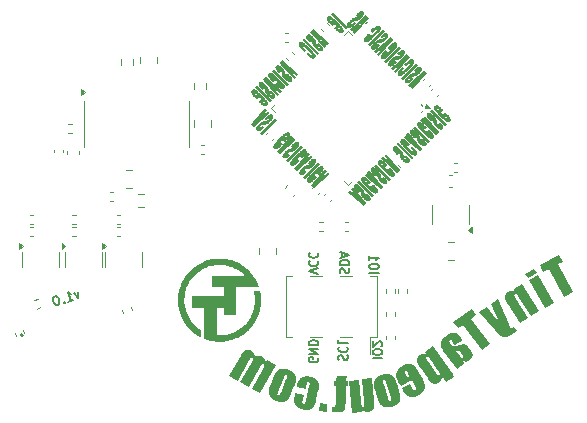
<source format=gbr>
%TF.GenerationSoftware,KiCad,Pcbnew,8.0.5-8.0.5-0~ubuntu22.04.1*%
%TF.CreationDate,2024-10-09T17:19:14-04:00*%
%TF.ProjectId,blinkencap,626c696e-6b65-46e6-9361-702e6b696361,1.0*%
%TF.SameCoordinates,Original*%
%TF.FileFunction,Legend,Bot*%
%TF.FilePolarity,Positive*%
%FSLAX46Y46*%
G04 Gerber Fmt 4.6, Leading zero omitted, Abs format (unit mm)*
G04 Created by KiCad (PCBNEW 8.0.5-8.0.5-0~ubuntu22.04.1) date 2024-10-09 17:19:14*
%MOMM*%
%LPD*%
G01*
G04 APERTURE LIST*
%ADD10C,0.150000*%
%ADD11C,0.175000*%
%ADD12C,0.160000*%
%ADD13C,0.120000*%
%ADD14C,0.000000*%
%ADD15C,0.200000*%
G04 APERTURE END LIST*
D10*
G36*
X65307858Y-46907330D02*
G01*
X65141895Y-46741366D01*
X64918897Y-46964364D01*
X64859953Y-47022074D01*
X64803700Y-47070784D01*
X64765187Y-47072062D01*
X64768636Y-47026324D01*
X64821722Y-46965467D01*
X64880449Y-46905468D01*
X65452727Y-46333190D01*
X65510420Y-46276768D01*
X65569162Y-46225798D01*
X65612874Y-46221981D01*
X65607972Y-46265714D01*
X65555391Y-46326290D01*
X65498383Y-46384841D01*
X65485924Y-46397336D01*
X65318745Y-46564516D01*
X65484709Y-46730479D01*
X65542461Y-46672726D01*
X65600858Y-46613661D01*
X65662784Y-46549167D01*
X65715820Y-46491636D01*
X65772705Y-46425762D01*
X65809515Y-46378278D01*
X65848122Y-46316274D01*
X65876241Y-46251876D01*
X65892579Y-46191871D01*
X65896137Y-46171439D01*
X65899091Y-46119265D01*
X65891492Y-46072290D01*
X65873343Y-46030514D01*
X65848806Y-45998225D01*
X65844641Y-45993937D01*
X65812562Y-45966882D01*
X65777761Y-45947155D01*
X65734656Y-45933584D01*
X65687998Y-45929584D01*
X65675778Y-45930079D01*
X65619490Y-45939506D01*
X65555262Y-45963163D01*
X65489260Y-46000699D01*
X65469113Y-46014665D01*
X65402362Y-46067017D01*
X65342161Y-46119277D01*
X65284790Y-46172109D01*
X65222093Y-46232362D01*
X65177337Y-46276653D01*
X64815346Y-46638644D01*
X64759955Y-46694468D01*
X64704887Y-46751090D01*
X64648409Y-46811101D01*
X64617042Y-46845991D01*
X64568885Y-46907553D01*
X64528427Y-46973531D01*
X64512351Y-47005471D01*
X64488010Y-47069184D01*
X64476727Y-47125100D01*
X64475344Y-47169079D01*
X64482531Y-47214737D01*
X64499154Y-47255582D01*
X64522183Y-47288228D01*
X64531558Y-47298244D01*
X64564049Y-47325314D01*
X64599620Y-47344622D01*
X64644044Y-47357181D01*
X64692490Y-47359601D01*
X64705230Y-47358622D01*
X64762761Y-47348276D01*
X64826016Y-47325653D01*
X64888569Y-47291318D01*
X64907198Y-47278733D01*
X64968868Y-47231206D01*
X65033818Y-47174942D01*
X65098470Y-47114889D01*
X65159698Y-47055375D01*
X65181299Y-47033888D01*
X65307858Y-46907330D01*
G37*
G36*
X66196251Y-46380917D02*
G01*
X65975654Y-46620132D01*
X66024326Y-46668804D01*
X66262078Y-46446744D01*
X66432164Y-46616830D01*
X65067479Y-47798795D01*
X64832231Y-47563548D01*
X64962214Y-47415846D01*
X65228346Y-47415846D01*
X65270105Y-47376045D01*
X65331065Y-47318130D01*
X65390012Y-47262359D01*
X65446945Y-47208732D01*
X65519724Y-47140566D01*
X65588924Y-47076212D01*
X65654544Y-47015671D01*
X65716584Y-46958941D01*
X65789101Y-46893391D01*
X65744551Y-46848841D01*
X65713189Y-46882593D01*
X65653088Y-46947768D01*
X65597959Y-47007938D01*
X65536566Y-47075245D01*
X65468908Y-47149689D01*
X65414053Y-47210206D01*
X65355674Y-47274738D01*
X65293772Y-47343285D01*
X65228346Y-47415846D01*
X64962214Y-47415846D01*
X66024304Y-46208970D01*
X66196251Y-46380917D01*
G37*
G36*
X65923188Y-47840991D02*
G01*
X65768395Y-47686198D01*
X65666153Y-47788440D01*
X65609326Y-47842322D01*
X65584127Y-47861158D01*
X65553779Y-47860653D01*
X65555179Y-47822815D01*
X65603561Y-47762043D01*
X65611380Y-47754115D01*
X65670775Y-47700158D01*
X65703097Y-47677824D01*
X65761289Y-47657068D01*
X65814906Y-47647772D01*
X65819963Y-47647130D01*
X65878438Y-47639139D01*
X65932820Y-47630354D01*
X65995042Y-47618256D01*
X66050868Y-47604916D01*
X66109419Y-47587271D01*
X66173160Y-47560964D01*
X66241799Y-47519453D01*
X66303148Y-47473066D01*
X66371464Y-47414341D01*
X66435565Y-47354185D01*
X66469536Y-47320708D01*
X66524220Y-47264521D01*
X66576750Y-47206597D01*
X66627462Y-47143626D01*
X66653077Y-47105782D01*
X66682792Y-47044413D01*
X66697713Y-46986216D01*
X66701157Y-46937220D01*
X66696029Y-46890149D01*
X66681808Y-46847711D01*
X66661533Y-46813879D01*
X66641611Y-46790907D01*
X66611903Y-46766065D01*
X66574159Y-46745799D01*
X66532371Y-46734199D01*
X66480523Y-46731508D01*
X66426235Y-46739190D01*
X66366557Y-46758827D01*
X66301693Y-46793926D01*
X66289987Y-46801827D01*
X66226656Y-46850151D01*
X66161329Y-46906723D01*
X66096636Y-46967415D01*
X66053037Y-47010319D01*
X65961848Y-47101508D01*
X66116641Y-47256301D01*
X66279122Y-47093819D01*
X66336099Y-47039435D01*
X66369971Y-47013343D01*
X66405721Y-47014829D01*
X66403286Y-47057159D01*
X66354230Y-47119448D01*
X66340157Y-47133852D01*
X66279216Y-47192144D01*
X66218141Y-47241853D01*
X66187875Y-47259005D01*
X66129713Y-47275103D01*
X66074680Y-47285459D01*
X66014170Y-47294671D01*
X66005840Y-47295823D01*
X65949769Y-47303996D01*
X65895127Y-47313125D01*
X65840980Y-47324218D01*
X65812437Y-47331773D01*
X65750545Y-47357892D01*
X65687670Y-47394921D01*
X65678023Y-47401291D01*
X65616398Y-47447356D01*
X65554393Y-47501408D01*
X65499736Y-47554045D01*
X65441157Y-47614381D01*
X65385297Y-47676549D01*
X65336593Y-47737834D01*
X65305867Y-47784618D01*
X65276025Y-47848271D01*
X65261632Y-47904697D01*
X65259077Y-47949497D01*
X65265998Y-47996637D01*
X65281327Y-48035426D01*
X65305275Y-48070770D01*
X65318687Y-48085373D01*
X65351325Y-48112727D01*
X65387004Y-48132551D01*
X65430778Y-48145855D01*
X65467485Y-48149614D01*
X65520960Y-48145816D01*
X65578144Y-48129776D01*
X65633612Y-48101310D01*
X65696680Y-48054899D01*
X65761011Y-47999054D01*
X65818966Y-47944498D01*
X65864606Y-47899573D01*
X65923188Y-47840991D01*
G37*
G36*
X65734391Y-48465707D02*
G01*
X67007716Y-47192382D01*
X66841753Y-47026419D01*
X65568428Y-48299744D01*
X65734391Y-48465707D01*
G37*
G36*
X66729717Y-48329189D02*
G01*
X66563754Y-48163225D01*
X66340756Y-48386223D01*
X66281812Y-48443933D01*
X66225559Y-48492643D01*
X66187046Y-48493921D01*
X66190495Y-48448183D01*
X66243581Y-48387326D01*
X66302308Y-48327327D01*
X66874586Y-47755049D01*
X66932279Y-47698627D01*
X66991021Y-47647657D01*
X67034733Y-47643840D01*
X67029831Y-47687573D01*
X66977250Y-47748149D01*
X66920242Y-47806700D01*
X66907783Y-47819195D01*
X66740604Y-47986375D01*
X66906568Y-48152338D01*
X66964320Y-48094585D01*
X67022717Y-48035520D01*
X67084643Y-47971026D01*
X67137679Y-47913495D01*
X67194564Y-47847621D01*
X67231374Y-47800137D01*
X67269981Y-47738133D01*
X67298100Y-47673735D01*
X67314438Y-47613730D01*
X67317996Y-47593298D01*
X67320950Y-47541124D01*
X67313351Y-47494149D01*
X67295202Y-47452373D01*
X67270665Y-47420084D01*
X67266500Y-47415796D01*
X67234421Y-47388741D01*
X67199620Y-47369014D01*
X67156515Y-47355443D01*
X67109857Y-47351443D01*
X67097637Y-47351938D01*
X67041349Y-47361365D01*
X66977121Y-47385022D01*
X66911119Y-47422558D01*
X66890972Y-47436524D01*
X66824221Y-47488876D01*
X66764020Y-47541136D01*
X66706649Y-47593968D01*
X66643952Y-47654221D01*
X66599196Y-47698512D01*
X66237205Y-48060503D01*
X66181814Y-48116327D01*
X66126746Y-48172949D01*
X66070268Y-48232960D01*
X66038901Y-48267850D01*
X65990744Y-48329412D01*
X65950286Y-48395390D01*
X65934210Y-48427330D01*
X65909869Y-48491043D01*
X65898586Y-48546959D01*
X65897203Y-48590938D01*
X65904390Y-48636596D01*
X65921013Y-48677441D01*
X65944042Y-48710087D01*
X65953417Y-48720103D01*
X65985908Y-48747173D01*
X66021479Y-48766481D01*
X66065903Y-48779040D01*
X66114349Y-48781460D01*
X66127089Y-48780481D01*
X66184620Y-48770135D01*
X66247875Y-48747512D01*
X66310428Y-48713177D01*
X66329057Y-48700592D01*
X66390727Y-48653065D01*
X66455677Y-48596801D01*
X66520329Y-48536748D01*
X66581557Y-48477234D01*
X66603158Y-48455747D01*
X66729717Y-48329189D01*
G37*
G36*
X67618110Y-47802776D02*
G01*
X67397513Y-48041991D01*
X67446185Y-48090663D01*
X67683937Y-47868603D01*
X67854023Y-48038689D01*
X66489338Y-49220654D01*
X66254090Y-48985407D01*
X66384073Y-48837705D01*
X66650205Y-48837705D01*
X66691964Y-48797904D01*
X66752924Y-48739989D01*
X66811871Y-48684218D01*
X66868804Y-48630591D01*
X66941583Y-48562425D01*
X67010783Y-48498071D01*
X67076403Y-48437530D01*
X67138443Y-48380800D01*
X67210960Y-48315250D01*
X67166410Y-48270700D01*
X67135048Y-48304452D01*
X67074947Y-48369627D01*
X67019818Y-48429797D01*
X66958425Y-48497104D01*
X66890767Y-48571548D01*
X66835912Y-48632065D01*
X66777533Y-48696597D01*
X66715631Y-48765144D01*
X66650205Y-48837705D01*
X66384073Y-48837705D01*
X67446163Y-47630829D01*
X67618110Y-47802776D01*
G37*
G36*
X67345047Y-49262850D02*
G01*
X67190254Y-49108057D01*
X67088012Y-49210299D01*
X67031185Y-49264181D01*
X67005986Y-49283017D01*
X66975638Y-49282512D01*
X66977038Y-49244674D01*
X67025420Y-49183902D01*
X67033239Y-49175974D01*
X67092634Y-49122017D01*
X67124956Y-49099683D01*
X67183148Y-49078927D01*
X67236765Y-49069631D01*
X67241822Y-49068989D01*
X67300297Y-49060998D01*
X67354679Y-49052213D01*
X67416901Y-49040115D01*
X67472727Y-49026775D01*
X67531278Y-49009130D01*
X67595019Y-48982823D01*
X67663658Y-48941312D01*
X67725007Y-48894925D01*
X67793323Y-48836200D01*
X67857424Y-48776044D01*
X67891395Y-48742567D01*
X67946079Y-48686380D01*
X67998609Y-48628456D01*
X68049321Y-48565485D01*
X68074936Y-48527641D01*
X68104651Y-48466272D01*
X68119572Y-48408075D01*
X68123016Y-48359079D01*
X68117888Y-48312008D01*
X68103667Y-48269570D01*
X68083392Y-48235738D01*
X68063470Y-48212766D01*
X68033762Y-48187924D01*
X67996018Y-48167658D01*
X67954230Y-48156058D01*
X67902382Y-48153367D01*
X67848094Y-48161049D01*
X67788416Y-48180686D01*
X67723552Y-48215785D01*
X67711846Y-48223686D01*
X67648515Y-48272010D01*
X67583188Y-48328582D01*
X67518495Y-48389274D01*
X67474896Y-48432178D01*
X67383707Y-48523367D01*
X67538500Y-48678160D01*
X67700981Y-48515678D01*
X67757958Y-48461294D01*
X67791830Y-48435202D01*
X67827580Y-48436688D01*
X67825145Y-48479018D01*
X67776089Y-48541307D01*
X67762016Y-48555711D01*
X67701075Y-48614003D01*
X67640000Y-48663712D01*
X67609734Y-48680864D01*
X67551572Y-48696962D01*
X67496539Y-48707318D01*
X67436029Y-48716530D01*
X67427699Y-48717682D01*
X67371628Y-48725855D01*
X67316986Y-48734984D01*
X67262839Y-48746077D01*
X67234296Y-48753632D01*
X67172404Y-48779751D01*
X67109529Y-48816780D01*
X67099882Y-48823150D01*
X67038257Y-48869215D01*
X66976252Y-48923267D01*
X66921595Y-48975904D01*
X66863016Y-49036240D01*
X66807156Y-49098408D01*
X66758452Y-49159693D01*
X66727726Y-49206477D01*
X66697884Y-49270130D01*
X66683491Y-49326556D01*
X66680936Y-49371356D01*
X66687857Y-49418496D01*
X66703186Y-49457285D01*
X66727134Y-49492629D01*
X66740546Y-49507232D01*
X66773184Y-49534586D01*
X66808863Y-49554410D01*
X66852637Y-49567714D01*
X66889344Y-49571473D01*
X66942819Y-49567675D01*
X67000003Y-49551635D01*
X67055471Y-49523169D01*
X67118539Y-49476758D01*
X67182870Y-49420913D01*
X67240825Y-49366357D01*
X67286465Y-49321432D01*
X67345047Y-49262850D01*
G37*
G36*
X67156250Y-49887566D02*
G01*
X68429575Y-48614241D01*
X68263612Y-48448278D01*
X66990287Y-49721603D01*
X67156250Y-49887566D01*
G37*
G36*
X68151576Y-49751048D02*
G01*
X67985613Y-49585084D01*
X67762615Y-49808082D01*
X67703671Y-49865792D01*
X67647418Y-49914502D01*
X67608905Y-49915780D01*
X67612354Y-49870042D01*
X67665440Y-49809185D01*
X67724167Y-49749186D01*
X68296445Y-49176908D01*
X68354138Y-49120486D01*
X68412880Y-49069516D01*
X68456592Y-49065699D01*
X68451690Y-49109432D01*
X68399109Y-49170008D01*
X68342101Y-49228559D01*
X68329642Y-49241054D01*
X68162463Y-49408234D01*
X68328427Y-49574197D01*
X68386179Y-49516444D01*
X68444576Y-49457379D01*
X68506502Y-49392885D01*
X68559538Y-49335354D01*
X68616423Y-49269480D01*
X68653233Y-49221996D01*
X68691840Y-49159992D01*
X68719959Y-49095594D01*
X68736297Y-49035589D01*
X68739855Y-49015157D01*
X68742809Y-48962983D01*
X68735210Y-48916008D01*
X68717061Y-48874232D01*
X68692524Y-48841943D01*
X68688359Y-48837655D01*
X68656280Y-48810600D01*
X68621479Y-48790873D01*
X68578374Y-48777302D01*
X68531716Y-48773302D01*
X68519496Y-48773797D01*
X68463208Y-48783224D01*
X68398980Y-48806881D01*
X68332978Y-48844417D01*
X68312831Y-48858383D01*
X68246080Y-48910735D01*
X68185879Y-48962995D01*
X68128508Y-49015827D01*
X68065811Y-49076080D01*
X68021055Y-49120371D01*
X67659064Y-49482362D01*
X67603673Y-49538186D01*
X67548605Y-49594808D01*
X67492127Y-49654819D01*
X67460760Y-49689709D01*
X67412603Y-49751271D01*
X67372145Y-49817249D01*
X67356069Y-49849189D01*
X67331728Y-49912902D01*
X67320445Y-49968818D01*
X67319062Y-50012797D01*
X67326249Y-50058455D01*
X67342872Y-50099300D01*
X67365901Y-50131946D01*
X67375276Y-50141962D01*
X67407767Y-50169032D01*
X67443338Y-50188340D01*
X67487762Y-50200899D01*
X67536208Y-50203319D01*
X67548948Y-50202340D01*
X67606479Y-50191994D01*
X67669734Y-50169371D01*
X67732287Y-50135036D01*
X67750916Y-50122451D01*
X67812586Y-50074924D01*
X67877536Y-50018660D01*
X67942188Y-49958607D01*
X68003416Y-49899093D01*
X68025017Y-49877606D01*
X68151576Y-49751048D01*
G37*
G36*
X69039969Y-49224635D02*
G01*
X68819372Y-49463850D01*
X68868044Y-49512522D01*
X69105796Y-49290462D01*
X69275882Y-49460548D01*
X67911197Y-50642513D01*
X67675949Y-50407266D01*
X67805932Y-50259564D01*
X68072064Y-50259564D01*
X68113823Y-50219763D01*
X68174783Y-50161848D01*
X68233730Y-50106077D01*
X68290663Y-50052450D01*
X68363442Y-49984284D01*
X68432642Y-49919930D01*
X68498262Y-49859389D01*
X68560302Y-49802659D01*
X68632819Y-49737109D01*
X68588269Y-49692559D01*
X68556907Y-49726311D01*
X68496806Y-49791486D01*
X68441677Y-49851656D01*
X68380284Y-49918963D01*
X68312626Y-49993407D01*
X68257771Y-50053924D01*
X68199392Y-50118456D01*
X68137490Y-50187003D01*
X68072064Y-50259564D01*
X67805932Y-50259564D01*
X68868022Y-49052688D01*
X69039969Y-49224635D01*
G37*
D11*
X68268909Y-65015130D02*
X68307004Y-65081797D01*
X68307004Y-65081797D02*
X68307004Y-65181797D01*
X68307004Y-65181797D02*
X68268909Y-65281797D01*
X68268909Y-65281797D02*
X68192719Y-65348464D01*
X68192719Y-65348464D02*
X68116528Y-65381797D01*
X68116528Y-65381797D02*
X67964147Y-65415130D01*
X67964147Y-65415130D02*
X67849861Y-65415130D01*
X67849861Y-65415130D02*
X67697480Y-65381797D01*
X67697480Y-65381797D02*
X67621290Y-65348464D01*
X67621290Y-65348464D02*
X67545100Y-65281797D01*
X67545100Y-65281797D02*
X67507004Y-65181797D01*
X67507004Y-65181797D02*
X67507004Y-65115130D01*
X67507004Y-65115130D02*
X67545100Y-65015130D01*
X67545100Y-65015130D02*
X67583195Y-64981797D01*
X67583195Y-64981797D02*
X67849861Y-64981797D01*
X67849861Y-64981797D02*
X67849861Y-65115130D01*
X67507004Y-64681797D02*
X68307004Y-64681797D01*
X68307004Y-64681797D02*
X67507004Y-64281797D01*
X67507004Y-64281797D02*
X68307004Y-64281797D01*
X67507004Y-63948464D02*
X68307004Y-63948464D01*
X68307004Y-63948464D02*
X68307004Y-63781797D01*
X68307004Y-63781797D02*
X68268909Y-63681797D01*
X68268909Y-63681797D02*
X68192719Y-63615131D01*
X68192719Y-63615131D02*
X68116528Y-63581797D01*
X68116528Y-63581797D02*
X67964147Y-63548464D01*
X67964147Y-63548464D02*
X67849861Y-63548464D01*
X67849861Y-63548464D02*
X67697480Y-63581797D01*
X67697480Y-63581797D02*
X67621290Y-63615131D01*
X67621290Y-63615131D02*
X67545100Y-63681797D01*
X67545100Y-63681797D02*
X67507004Y-63781797D01*
X67507004Y-63781797D02*
X67507004Y-63948464D01*
D10*
G36*
X72376972Y-51954343D02*
G01*
X72141724Y-52189591D01*
X71105034Y-51277271D01*
X71427018Y-51277271D01*
X71460770Y-51308633D01*
X71525945Y-51368735D01*
X71586115Y-51423863D01*
X71653422Y-51485257D01*
X71727866Y-51552915D01*
X71788383Y-51607770D01*
X71852915Y-51666148D01*
X71921461Y-51728050D01*
X71994023Y-51793477D01*
X71954221Y-51751718D01*
X71896306Y-51690757D01*
X71840535Y-51631811D01*
X71786909Y-51574877D01*
X71718743Y-51502098D01*
X71654389Y-51432899D01*
X71593847Y-51367279D01*
X71537118Y-51305238D01*
X71471567Y-51232722D01*
X71427018Y-51277271D01*
X71105034Y-51277271D01*
X70787146Y-50997519D01*
X70959094Y-50825571D01*
X71198309Y-51046168D01*
X71246980Y-50997496D01*
X71024921Y-50759744D01*
X71195006Y-50589659D01*
X72376972Y-51954343D01*
G37*
G36*
X72419167Y-51098635D02*
G01*
X72264375Y-51253427D01*
X72366616Y-51355669D01*
X72420498Y-51412496D01*
X72439334Y-51437696D01*
X72438830Y-51468044D01*
X72400992Y-51466643D01*
X72340220Y-51418262D01*
X72332291Y-51410443D01*
X72278334Y-51351048D01*
X72256000Y-51318726D01*
X72235244Y-51260533D01*
X72225948Y-51206917D01*
X72225307Y-51201859D01*
X72217316Y-51143384D01*
X72208531Y-51089002D01*
X72196432Y-51026781D01*
X72183093Y-50970954D01*
X72165447Y-50912404D01*
X72139141Y-50848662D01*
X72097629Y-50780023D01*
X72051242Y-50718675D01*
X71992517Y-50650359D01*
X71932361Y-50586257D01*
X71898884Y-50552287D01*
X71842698Y-50497602D01*
X71784774Y-50445072D01*
X71721802Y-50394360D01*
X71683959Y-50368746D01*
X71622589Y-50339030D01*
X71564393Y-50324110D01*
X71515396Y-50320666D01*
X71468325Y-50325794D01*
X71425888Y-50340015D01*
X71392055Y-50360290D01*
X71369083Y-50380211D01*
X71344242Y-50409919D01*
X71323976Y-50447663D01*
X71312376Y-50489452D01*
X71309685Y-50541299D01*
X71317366Y-50595588D01*
X71337004Y-50655266D01*
X71372103Y-50720130D01*
X71380004Y-50731835D01*
X71428327Y-50795166D01*
X71484900Y-50860493D01*
X71545591Y-50925186D01*
X71588496Y-50968786D01*
X71679684Y-51059974D01*
X71834477Y-50905182D01*
X71671996Y-50742700D01*
X71617612Y-50685723D01*
X71591520Y-50651852D01*
X71593005Y-50616102D01*
X71635335Y-50618537D01*
X71697624Y-50667593D01*
X71712029Y-50681666D01*
X71770320Y-50742606D01*
X71820030Y-50803682D01*
X71837182Y-50833948D01*
X71853279Y-50892109D01*
X71863636Y-50947142D01*
X71872847Y-51007652D01*
X71873999Y-51015983D01*
X71882173Y-51072053D01*
X71891302Y-51126696D01*
X71902395Y-51180842D01*
X71909950Y-51209386D01*
X71936069Y-51271277D01*
X71973097Y-51334153D01*
X71979467Y-51343799D01*
X72025533Y-51405424D01*
X72079585Y-51467430D01*
X72132222Y-51522087D01*
X72192557Y-51580666D01*
X72254725Y-51636525D01*
X72316010Y-51685230D01*
X72362795Y-51715956D01*
X72426447Y-51745798D01*
X72482874Y-51760191D01*
X72527673Y-51762745D01*
X72574813Y-51755824D01*
X72613603Y-51740496D01*
X72648947Y-51716547D01*
X72663550Y-51703136D01*
X72690903Y-51670497D01*
X72710728Y-51634818D01*
X72724031Y-51591045D01*
X72727791Y-51554338D01*
X72723992Y-51500863D01*
X72707953Y-51443678D01*
X72679487Y-51388210D01*
X72633075Y-51325142D01*
X72577230Y-51260812D01*
X72522675Y-51202856D01*
X72477749Y-51157216D01*
X72419167Y-51098635D01*
G37*
G36*
X73043884Y-51287431D02*
G01*
X71770559Y-50014106D01*
X71604595Y-50180070D01*
X72877921Y-51453395D01*
X73043884Y-51287431D01*
G37*
G36*
X72907365Y-50292106D02*
G01*
X72741402Y-50458069D01*
X72964400Y-50681067D01*
X73022109Y-50740011D01*
X73070819Y-50796263D01*
X73072097Y-50834777D01*
X73026359Y-50831328D01*
X72965503Y-50778242D01*
X72905503Y-50719514D01*
X72333226Y-50147237D01*
X72276804Y-50089543D01*
X72225834Y-50030802D01*
X72222017Y-49987090D01*
X72265749Y-49991991D01*
X72326325Y-50044573D01*
X72384876Y-50101581D01*
X72397372Y-50114039D01*
X72564551Y-50281218D01*
X72730514Y-50115255D01*
X72672762Y-50057502D01*
X72613696Y-49999106D01*
X72549202Y-49937180D01*
X72491672Y-49884144D01*
X72425798Y-49827258D01*
X72378314Y-49790449D01*
X72316310Y-49751841D01*
X72251912Y-49723723D01*
X72191907Y-49707385D01*
X72171474Y-49703827D01*
X72119300Y-49700873D01*
X72072325Y-49708471D01*
X72030550Y-49726621D01*
X71998260Y-49751158D01*
X71993973Y-49755322D01*
X71966918Y-49787402D01*
X71947191Y-49822203D01*
X71933619Y-49865307D01*
X71929619Y-49911965D01*
X71930115Y-49924185D01*
X71939541Y-49980474D01*
X71963199Y-50044702D01*
X72000734Y-50110704D01*
X72014701Y-50130850D01*
X72067052Y-50197601D01*
X72119312Y-50257803D01*
X72172145Y-50315174D01*
X72232398Y-50377870D01*
X72276689Y-50422626D01*
X72638680Y-50784618D01*
X72694504Y-50840009D01*
X72751125Y-50895076D01*
X72811136Y-50951555D01*
X72846027Y-50982922D01*
X72907589Y-51031079D01*
X72973566Y-51071537D01*
X73005507Y-51087613D01*
X73069220Y-51111954D01*
X73125135Y-51123236D01*
X73169115Y-51124620D01*
X73214772Y-51117432D01*
X73255618Y-51100809D01*
X73288264Y-51077781D01*
X73298280Y-51068406D01*
X73325350Y-51035914D01*
X73344657Y-51000343D01*
X73357217Y-50955919D01*
X73359637Y-50907473D01*
X73358657Y-50894733D01*
X73348311Y-50837203D01*
X73325689Y-50773947D01*
X73291353Y-50711395D01*
X73278769Y-50692766D01*
X73231241Y-50631095D01*
X73174977Y-50566146D01*
X73114924Y-50501493D01*
X73055411Y-50440266D01*
X73033924Y-50418664D01*
X72907365Y-50292106D01*
G37*
G36*
X73798831Y-50532484D02*
G01*
X73563583Y-50767732D01*
X72526893Y-49855412D01*
X72848877Y-49855412D01*
X72882629Y-49886774D01*
X72947804Y-49946876D01*
X73007974Y-50002004D01*
X73075281Y-50063398D01*
X73149725Y-50131056D01*
X73210242Y-50185911D01*
X73274774Y-50244289D01*
X73343320Y-50306191D01*
X73415882Y-50371618D01*
X73376080Y-50329859D01*
X73318165Y-50268898D01*
X73262394Y-50209952D01*
X73208768Y-50153018D01*
X73140602Y-50080239D01*
X73076248Y-50011040D01*
X73015706Y-49945420D01*
X72958977Y-49883379D01*
X72893426Y-49810863D01*
X72848877Y-49855412D01*
X72526893Y-49855412D01*
X72209005Y-49575660D01*
X72380953Y-49403712D01*
X72620168Y-49624309D01*
X72668839Y-49575637D01*
X72446780Y-49337885D01*
X72616865Y-49167800D01*
X73798831Y-50532484D01*
G37*
G36*
X73841026Y-49676776D02*
G01*
X73686234Y-49831568D01*
X73788475Y-49933810D01*
X73842357Y-49990637D01*
X73861193Y-50015837D01*
X73860689Y-50046185D01*
X73822851Y-50044784D01*
X73762079Y-49996403D01*
X73754150Y-49988584D01*
X73700193Y-49929189D01*
X73677859Y-49896867D01*
X73657103Y-49838674D01*
X73647807Y-49785058D01*
X73647166Y-49780000D01*
X73639175Y-49721525D01*
X73630390Y-49667143D01*
X73618291Y-49604922D01*
X73604952Y-49549095D01*
X73587306Y-49490545D01*
X73561000Y-49426803D01*
X73519488Y-49358164D01*
X73473101Y-49296816D01*
X73414376Y-49228500D01*
X73354220Y-49164398D01*
X73320743Y-49130428D01*
X73264557Y-49075743D01*
X73206633Y-49023213D01*
X73143661Y-48972501D01*
X73105818Y-48946887D01*
X73044448Y-48917171D01*
X72986252Y-48902251D01*
X72937255Y-48898807D01*
X72890184Y-48903935D01*
X72847747Y-48918156D01*
X72813914Y-48938431D01*
X72790942Y-48958352D01*
X72766101Y-48988060D01*
X72745835Y-49025804D01*
X72734235Y-49067593D01*
X72731544Y-49119440D01*
X72739225Y-49173729D01*
X72758863Y-49233407D01*
X72793962Y-49298271D01*
X72801863Y-49309976D01*
X72850186Y-49373307D01*
X72906759Y-49438634D01*
X72967450Y-49503327D01*
X73010355Y-49546927D01*
X73101543Y-49638115D01*
X73256336Y-49483323D01*
X73093855Y-49320841D01*
X73039471Y-49263864D01*
X73013379Y-49229993D01*
X73014864Y-49194243D01*
X73057194Y-49196678D01*
X73119483Y-49245734D01*
X73133888Y-49259807D01*
X73192179Y-49320747D01*
X73241889Y-49381823D01*
X73259041Y-49412089D01*
X73275138Y-49470250D01*
X73285495Y-49525283D01*
X73294706Y-49585793D01*
X73295858Y-49594124D01*
X73304032Y-49650194D01*
X73313161Y-49704837D01*
X73324254Y-49758983D01*
X73331809Y-49787527D01*
X73357928Y-49849418D01*
X73394956Y-49912294D01*
X73401326Y-49921940D01*
X73447392Y-49983565D01*
X73501444Y-50045571D01*
X73554081Y-50100228D01*
X73614416Y-50158807D01*
X73676584Y-50214666D01*
X73737869Y-50263371D01*
X73784654Y-50294097D01*
X73848306Y-50323939D01*
X73904733Y-50338332D01*
X73949532Y-50340886D01*
X73996672Y-50333965D01*
X74035462Y-50318637D01*
X74070806Y-50294688D01*
X74085409Y-50281277D01*
X74112762Y-50248638D01*
X74132587Y-50212959D01*
X74145890Y-50169186D01*
X74149650Y-50132479D01*
X74145851Y-50079004D01*
X74129812Y-50021819D01*
X74101346Y-49966351D01*
X74054934Y-49903283D01*
X73999089Y-49838953D01*
X73944534Y-49780997D01*
X73899608Y-49735357D01*
X73841026Y-49676776D01*
G37*
G36*
X74465743Y-49865572D02*
G01*
X73192418Y-48592247D01*
X73026454Y-48758211D01*
X74299780Y-50031536D01*
X74465743Y-49865572D01*
G37*
G36*
X74329224Y-48870247D02*
G01*
X74163261Y-49036210D01*
X74386259Y-49259208D01*
X74443968Y-49318152D01*
X74492678Y-49374404D01*
X74493956Y-49412918D01*
X74448218Y-49409469D01*
X74387362Y-49356383D01*
X74327362Y-49297655D01*
X73755085Y-48725378D01*
X73698663Y-48667684D01*
X73647693Y-48608943D01*
X73643876Y-48565231D01*
X73687608Y-48570132D01*
X73748184Y-48622714D01*
X73806735Y-48679722D01*
X73819231Y-48692180D01*
X73986410Y-48859359D01*
X74152373Y-48693396D01*
X74094621Y-48635643D01*
X74035555Y-48577247D01*
X73971061Y-48515321D01*
X73913531Y-48462285D01*
X73847657Y-48405399D01*
X73800173Y-48368590D01*
X73738169Y-48329982D01*
X73673771Y-48301864D01*
X73613766Y-48285526D01*
X73593333Y-48281968D01*
X73541159Y-48279014D01*
X73494184Y-48286612D01*
X73452409Y-48304762D01*
X73420119Y-48329299D01*
X73415832Y-48333463D01*
X73388777Y-48365543D01*
X73369050Y-48400344D01*
X73355478Y-48443448D01*
X73351478Y-48490106D01*
X73351974Y-48502326D01*
X73361400Y-48558615D01*
X73385058Y-48622843D01*
X73422593Y-48688845D01*
X73436560Y-48708991D01*
X73488911Y-48775742D01*
X73541171Y-48835944D01*
X73594004Y-48893315D01*
X73654257Y-48956011D01*
X73698548Y-49000767D01*
X74060539Y-49362759D01*
X74116363Y-49418150D01*
X74172984Y-49473217D01*
X74232995Y-49529696D01*
X74267886Y-49561063D01*
X74329448Y-49609220D01*
X74395425Y-49649678D01*
X74427366Y-49665754D01*
X74491079Y-49690095D01*
X74546994Y-49701377D01*
X74590974Y-49702761D01*
X74636631Y-49695573D01*
X74677477Y-49678950D01*
X74710123Y-49655922D01*
X74720139Y-49646547D01*
X74747209Y-49614055D01*
X74766516Y-49578484D01*
X74779076Y-49534060D01*
X74781496Y-49485614D01*
X74780516Y-49472874D01*
X74770170Y-49415344D01*
X74747548Y-49352088D01*
X74713212Y-49289536D01*
X74700628Y-49270907D01*
X74653100Y-49209236D01*
X74596836Y-49144287D01*
X74536783Y-49079634D01*
X74477270Y-49018407D01*
X74455783Y-48996805D01*
X74329224Y-48870247D01*
G37*
G36*
X75220690Y-49110625D02*
G01*
X74985442Y-49345873D01*
X73948752Y-48433553D01*
X74270736Y-48433553D01*
X74304488Y-48464915D01*
X74369663Y-48525017D01*
X74429833Y-48580145D01*
X74497140Y-48641539D01*
X74571584Y-48709197D01*
X74632101Y-48764052D01*
X74696633Y-48822430D01*
X74765179Y-48884332D01*
X74837741Y-48949759D01*
X74797939Y-48908000D01*
X74740024Y-48847039D01*
X74684253Y-48788093D01*
X74630627Y-48731159D01*
X74562461Y-48658380D01*
X74498107Y-48589181D01*
X74437565Y-48523561D01*
X74380836Y-48461520D01*
X74315285Y-48389004D01*
X74270736Y-48433553D01*
X73948752Y-48433553D01*
X73630864Y-48153801D01*
X73802812Y-47981853D01*
X74042027Y-48202450D01*
X74090698Y-48153778D01*
X73868639Y-47916026D01*
X74038724Y-47745941D01*
X75220690Y-49110625D01*
G37*
G36*
X75732452Y-47885351D02*
G01*
X75577659Y-48040143D01*
X75679901Y-48142385D01*
X75733782Y-48199212D01*
X75752618Y-48224412D01*
X75752114Y-48254760D01*
X75714276Y-48253359D01*
X75653504Y-48204978D01*
X75645575Y-48197159D01*
X75591618Y-48137763D01*
X75569284Y-48105442D01*
X75548528Y-48047249D01*
X75539232Y-47993632D01*
X75538591Y-47988575D01*
X75530600Y-47930100D01*
X75521815Y-47875718D01*
X75509716Y-47813497D01*
X75496377Y-47757670D01*
X75478732Y-47699120D01*
X75452425Y-47635378D01*
X75410914Y-47566739D01*
X75364526Y-47505390D01*
X75305801Y-47437075D01*
X75245646Y-47372973D01*
X75212168Y-47339003D01*
X75155982Y-47284318D01*
X75098058Y-47231788D01*
X75035086Y-47181076D01*
X74997243Y-47155461D01*
X74935873Y-47125746D01*
X74877677Y-47110825D01*
X74828680Y-47107382D01*
X74781610Y-47112510D01*
X74739172Y-47126731D01*
X74705340Y-47147006D01*
X74682368Y-47166927D01*
X74657526Y-47196635D01*
X74637260Y-47234379D01*
X74625660Y-47276168D01*
X74622969Y-47328015D01*
X74630650Y-47382304D01*
X74650288Y-47441982D01*
X74685387Y-47506846D01*
X74693288Y-47518551D01*
X74741611Y-47581882D01*
X74798184Y-47647209D01*
X74858875Y-47711902D01*
X74901780Y-47755502D01*
X74992969Y-47846690D01*
X75147761Y-47691898D01*
X74985280Y-47529416D01*
X74930896Y-47472439D01*
X74904804Y-47438568D01*
X74906289Y-47402818D01*
X74948619Y-47405253D01*
X75010909Y-47454309D01*
X75025313Y-47468382D01*
X75083604Y-47529322D01*
X75133314Y-47590398D01*
X75150466Y-47620663D01*
X75166563Y-47678825D01*
X75176920Y-47733858D01*
X75186132Y-47794368D01*
X75187283Y-47802699D01*
X75195457Y-47858769D01*
X75204586Y-47913412D01*
X75215679Y-47967558D01*
X75223234Y-47996102D01*
X75249353Y-48057993D01*
X75286382Y-48120868D01*
X75292751Y-48130515D01*
X75338817Y-48192140D01*
X75392869Y-48254146D01*
X75445506Y-48308803D01*
X75505841Y-48367382D01*
X75568009Y-48423241D01*
X75629295Y-48471945D01*
X75676079Y-48502672D01*
X75739731Y-48532513D01*
X75796158Y-48546907D01*
X75840957Y-48549461D01*
X75888097Y-48542540D01*
X75926887Y-48527212D01*
X75962231Y-48503263D01*
X75976834Y-48489852D01*
X76004187Y-48457213D01*
X76024012Y-48421534D01*
X76037316Y-48377761D01*
X76041075Y-48341054D01*
X76037277Y-48287579D01*
X76021237Y-48230394D01*
X75992771Y-48174926D01*
X75946359Y-48111858D01*
X75890514Y-48047527D01*
X75835959Y-47989572D01*
X75791033Y-47943932D01*
X75732452Y-47885351D01*
G37*
G36*
X76357168Y-48074147D02*
G01*
X75083843Y-46800822D01*
X74917880Y-46966786D01*
X76191205Y-48240111D01*
X76357168Y-48074147D01*
G37*
G36*
X76220649Y-47078821D02*
G01*
X76054686Y-47244785D01*
X76277684Y-47467783D01*
X76335394Y-47526727D01*
X76384103Y-47582979D01*
X76385381Y-47621492D01*
X76339644Y-47618043D01*
X76278787Y-47564958D01*
X76218788Y-47506230D01*
X75646510Y-46933952D01*
X75590088Y-46876259D01*
X75539118Y-46817518D01*
X75535301Y-46773806D01*
X75579034Y-46778707D01*
X75639610Y-46831289D01*
X75698160Y-46888297D01*
X75710656Y-46900755D01*
X75877835Y-47067934D01*
X76043799Y-46901971D01*
X75986046Y-46844218D01*
X75926981Y-46785822D01*
X75862486Y-46723895D01*
X75804956Y-46670860D01*
X75739082Y-46613974D01*
X75691598Y-46577165D01*
X75629594Y-46538557D01*
X75565196Y-46510439D01*
X75505191Y-46494100D01*
X75484759Y-46490542D01*
X75432585Y-46487589D01*
X75385610Y-46495187D01*
X75343834Y-46513337D01*
X75311545Y-46537873D01*
X75307257Y-46542038D01*
X75280202Y-46574118D01*
X75260475Y-46608919D01*
X75246903Y-46652023D01*
X75242903Y-46698681D01*
X75243399Y-46710901D01*
X75252825Y-46767190D01*
X75276483Y-46831418D01*
X75314018Y-46897420D01*
X75327985Y-46917566D01*
X75380336Y-46984317D01*
X75432596Y-47044519D01*
X75485429Y-47101889D01*
X75545682Y-47164586D01*
X75589973Y-47209342D01*
X75951964Y-47571333D01*
X76007788Y-47626725D01*
X76064409Y-47681792D01*
X76124421Y-47738271D01*
X76159311Y-47769638D01*
X76220873Y-47817795D01*
X76286851Y-47858252D01*
X76318791Y-47874328D01*
X76382504Y-47898670D01*
X76438419Y-47909952D01*
X76482399Y-47911336D01*
X76528056Y-47904148D01*
X76568902Y-47887525D01*
X76601548Y-47864496D01*
X76611564Y-47855122D01*
X76638634Y-47822630D01*
X76657941Y-47787059D01*
X76670501Y-47742635D01*
X76672921Y-47694189D01*
X76671942Y-47681449D01*
X76661596Y-47623918D01*
X76638973Y-47560663D01*
X76604638Y-47498110D01*
X76592053Y-47479482D01*
X76544525Y-47417811D01*
X76488261Y-47352862D01*
X76428208Y-47288209D01*
X76368695Y-47226981D01*
X76347208Y-47205380D01*
X76220649Y-47078821D01*
G37*
G36*
X77112115Y-47319200D02*
G01*
X76876867Y-47554448D01*
X75840177Y-46642128D01*
X76162161Y-46642128D01*
X76195913Y-46673490D01*
X76261088Y-46733592D01*
X76321258Y-46788720D01*
X76388565Y-46850114D01*
X76463009Y-46917772D01*
X76523526Y-46972626D01*
X76588058Y-47031005D01*
X76656605Y-47092907D01*
X76729166Y-47158333D01*
X76689364Y-47116575D01*
X76631449Y-47055614D01*
X76575678Y-46996668D01*
X76522052Y-46939734D01*
X76453886Y-46866955D01*
X76389532Y-46797756D01*
X76328990Y-46732136D01*
X76272261Y-46670095D01*
X76206710Y-46597579D01*
X76162161Y-46642128D01*
X75840177Y-46642128D01*
X75522289Y-46362376D01*
X75694237Y-46190428D01*
X75933452Y-46411025D01*
X75982124Y-46362353D01*
X75760064Y-46124601D01*
X75930150Y-45954516D01*
X77112115Y-47319200D01*
G37*
G36*
X77154311Y-46463492D02*
G01*
X76999518Y-46618284D01*
X77101760Y-46720526D01*
X77155641Y-46777353D01*
X77174477Y-46802553D01*
X77173973Y-46832901D01*
X77136135Y-46831500D01*
X77075363Y-46783119D01*
X77067434Y-46775300D01*
X77013477Y-46715904D01*
X76991143Y-46683583D01*
X76970387Y-46625390D01*
X76961091Y-46571773D01*
X76960450Y-46566716D01*
X76952459Y-46508241D01*
X76943674Y-46453859D01*
X76931575Y-46391638D01*
X76918236Y-46335811D01*
X76900591Y-46277261D01*
X76874284Y-46213519D01*
X76832773Y-46144880D01*
X76786385Y-46083531D01*
X76727660Y-46015216D01*
X76667505Y-45951114D01*
X76634027Y-45917144D01*
X76577841Y-45862459D01*
X76519917Y-45809929D01*
X76456945Y-45759217D01*
X76419102Y-45733602D01*
X76357732Y-45703887D01*
X76299536Y-45688966D01*
X76250539Y-45685523D01*
X76203469Y-45690651D01*
X76161031Y-45704872D01*
X76127199Y-45725147D01*
X76104227Y-45745068D01*
X76079385Y-45774776D01*
X76059119Y-45812520D01*
X76047519Y-45854309D01*
X76044828Y-45906156D01*
X76052509Y-45960445D01*
X76072147Y-46020123D01*
X76107246Y-46084987D01*
X76115147Y-46096692D01*
X76163470Y-46160023D01*
X76220043Y-46225350D01*
X76280734Y-46290043D01*
X76323639Y-46333643D01*
X76414828Y-46424831D01*
X76569620Y-46270039D01*
X76407139Y-46107557D01*
X76352755Y-46050580D01*
X76326663Y-46016709D01*
X76328148Y-45980959D01*
X76370478Y-45983394D01*
X76432768Y-46032450D01*
X76447172Y-46046523D01*
X76505463Y-46107463D01*
X76555173Y-46168539D01*
X76572325Y-46198804D01*
X76588422Y-46256966D01*
X76598779Y-46311999D01*
X76607991Y-46372509D01*
X76609142Y-46380840D01*
X76617316Y-46436910D01*
X76626445Y-46491553D01*
X76637538Y-46545699D01*
X76645093Y-46574243D01*
X76671212Y-46636134D01*
X76708241Y-46699009D01*
X76714610Y-46708656D01*
X76760676Y-46770281D01*
X76814728Y-46832287D01*
X76867365Y-46886944D01*
X76927700Y-46945523D01*
X76989868Y-47001382D01*
X77051154Y-47050086D01*
X77097938Y-47080813D01*
X77161590Y-47110654D01*
X77218017Y-47125048D01*
X77262816Y-47127602D01*
X77309956Y-47120681D01*
X77348746Y-47105353D01*
X77384090Y-47081404D01*
X77398693Y-47067993D01*
X77426046Y-47035354D01*
X77445871Y-46999675D01*
X77459175Y-46955902D01*
X77462934Y-46919195D01*
X77459136Y-46865720D01*
X77443096Y-46808535D01*
X77414630Y-46753067D01*
X77368218Y-46689999D01*
X77312373Y-46625668D01*
X77257818Y-46567713D01*
X77212892Y-46522073D01*
X77154311Y-46463492D01*
G37*
G36*
X77779027Y-46652288D02*
G01*
X76505702Y-45378963D01*
X76339739Y-45544927D01*
X77613064Y-46818252D01*
X77779027Y-46652288D01*
G37*
G36*
X77642508Y-45656962D02*
G01*
X77476545Y-45822926D01*
X77699543Y-46045924D01*
X77757253Y-46104868D01*
X77805962Y-46161120D01*
X77807240Y-46199633D01*
X77761503Y-46196184D01*
X77700646Y-46143099D01*
X77640647Y-46084371D01*
X77068369Y-45512093D01*
X77011947Y-45454400D01*
X76960977Y-45395659D01*
X76957160Y-45351947D01*
X77000893Y-45356848D01*
X77061469Y-45409430D01*
X77120019Y-45466438D01*
X77132515Y-45478896D01*
X77299694Y-45646075D01*
X77465658Y-45480112D01*
X77407905Y-45422359D01*
X77348840Y-45363963D01*
X77284345Y-45302036D01*
X77226815Y-45249001D01*
X77160941Y-45192115D01*
X77113457Y-45155306D01*
X77051453Y-45116698D01*
X76987055Y-45088580D01*
X76927050Y-45072241D01*
X76906618Y-45068683D01*
X76854444Y-45065730D01*
X76807469Y-45073328D01*
X76765693Y-45091478D01*
X76733404Y-45116014D01*
X76729116Y-45120179D01*
X76702061Y-45152259D01*
X76682334Y-45187060D01*
X76668762Y-45230164D01*
X76664762Y-45276822D01*
X76665258Y-45289042D01*
X76674684Y-45345331D01*
X76698342Y-45409559D01*
X76735877Y-45475561D01*
X76749844Y-45495707D01*
X76802195Y-45562458D01*
X76854455Y-45622660D01*
X76907288Y-45680030D01*
X76967541Y-45742727D01*
X77011832Y-45787483D01*
X77373823Y-46149474D01*
X77429647Y-46204866D01*
X77486268Y-46259933D01*
X77546280Y-46316412D01*
X77581170Y-46347779D01*
X77642732Y-46395936D01*
X77708710Y-46436393D01*
X77740650Y-46452469D01*
X77804363Y-46476811D01*
X77860278Y-46488093D01*
X77904258Y-46489477D01*
X77949915Y-46482289D01*
X77990761Y-46465666D01*
X78023407Y-46442637D01*
X78033423Y-46433263D01*
X78060493Y-46400771D01*
X78079800Y-46365200D01*
X78092360Y-46320776D01*
X78094780Y-46272330D01*
X78093801Y-46259590D01*
X78083455Y-46202059D01*
X78060832Y-46138804D01*
X78026497Y-46076251D01*
X78013912Y-46057623D01*
X77966384Y-45995952D01*
X77910120Y-45931003D01*
X77850067Y-45866350D01*
X77790554Y-45805122D01*
X77769067Y-45783521D01*
X77642508Y-45656962D01*
G37*
G36*
X78533974Y-45897341D02*
G01*
X78298726Y-46132589D01*
X77262036Y-45220269D01*
X77584020Y-45220269D01*
X77617772Y-45251631D01*
X77682947Y-45311733D01*
X77743117Y-45366861D01*
X77810424Y-45428255D01*
X77884868Y-45495913D01*
X77945385Y-45550767D01*
X78009917Y-45609146D01*
X78078464Y-45671048D01*
X78151025Y-45736474D01*
X78111223Y-45694716D01*
X78053308Y-45633755D01*
X77997537Y-45574809D01*
X77943911Y-45517875D01*
X77875745Y-45445096D01*
X77811391Y-45375897D01*
X77750849Y-45310277D01*
X77694120Y-45248236D01*
X77628569Y-45175720D01*
X77584020Y-45220269D01*
X77262036Y-45220269D01*
X76944148Y-44940517D01*
X77116096Y-44768569D01*
X77355311Y-44989166D01*
X77403983Y-44940494D01*
X77181923Y-44702742D01*
X77352009Y-44532657D01*
X78533974Y-45897341D01*
G37*
G36*
X78576170Y-45041633D02*
G01*
X78421377Y-45196425D01*
X78523619Y-45298667D01*
X78577500Y-45355494D01*
X78596336Y-45380694D01*
X78595832Y-45411042D01*
X78557994Y-45409641D01*
X78497222Y-45361260D01*
X78489293Y-45353441D01*
X78435336Y-45294045D01*
X78413002Y-45261724D01*
X78392246Y-45203531D01*
X78382950Y-45149914D01*
X78382309Y-45144857D01*
X78374318Y-45086382D01*
X78365533Y-45032000D01*
X78353434Y-44969779D01*
X78340095Y-44913952D01*
X78322450Y-44855402D01*
X78296143Y-44791660D01*
X78254632Y-44723021D01*
X78208244Y-44661672D01*
X78149519Y-44593357D01*
X78089364Y-44529255D01*
X78055886Y-44495285D01*
X77999700Y-44440600D01*
X77941776Y-44388070D01*
X77878804Y-44337358D01*
X77840961Y-44311743D01*
X77779591Y-44282028D01*
X77721395Y-44267107D01*
X77672398Y-44263664D01*
X77625328Y-44268792D01*
X77582890Y-44283013D01*
X77549058Y-44303288D01*
X77526086Y-44323209D01*
X77501244Y-44352917D01*
X77480978Y-44390661D01*
X77469378Y-44432450D01*
X77466687Y-44484297D01*
X77474368Y-44538586D01*
X77494006Y-44598264D01*
X77529105Y-44663128D01*
X77537006Y-44674833D01*
X77585329Y-44738164D01*
X77641902Y-44803491D01*
X77702593Y-44868184D01*
X77745498Y-44911784D01*
X77836687Y-45002972D01*
X77991479Y-44848180D01*
X77828998Y-44685698D01*
X77774614Y-44628721D01*
X77748522Y-44594850D01*
X77750007Y-44559100D01*
X77792337Y-44561535D01*
X77854627Y-44610591D01*
X77869031Y-44624664D01*
X77927322Y-44685604D01*
X77977032Y-44746680D01*
X77994184Y-44776945D01*
X78010281Y-44835107D01*
X78020638Y-44890140D01*
X78029850Y-44950650D01*
X78031001Y-44958981D01*
X78039175Y-45015051D01*
X78048304Y-45069694D01*
X78059397Y-45123840D01*
X78066952Y-45152384D01*
X78093071Y-45214275D01*
X78130100Y-45277150D01*
X78136469Y-45286797D01*
X78182535Y-45348422D01*
X78236587Y-45410428D01*
X78289224Y-45465085D01*
X78349559Y-45523664D01*
X78411727Y-45579523D01*
X78473013Y-45628227D01*
X78519797Y-45658954D01*
X78583449Y-45688795D01*
X78639876Y-45703189D01*
X78684675Y-45705743D01*
X78731815Y-45698822D01*
X78770605Y-45683494D01*
X78805949Y-45659545D01*
X78820552Y-45646134D01*
X78847905Y-45613495D01*
X78867730Y-45577816D01*
X78881034Y-45534043D01*
X78884793Y-45497336D01*
X78880995Y-45443861D01*
X78864955Y-45386676D01*
X78836489Y-45331208D01*
X78790077Y-45268140D01*
X78734232Y-45203809D01*
X78679677Y-45145854D01*
X78634751Y-45100214D01*
X78576170Y-45041633D01*
G37*
G36*
X79200886Y-45230429D02*
G01*
X77927561Y-43957104D01*
X77761598Y-44123068D01*
X79034923Y-45396393D01*
X79200886Y-45230429D01*
G37*
G36*
X79064367Y-44235103D02*
G01*
X78898404Y-44401067D01*
X79121402Y-44624065D01*
X79179112Y-44683009D01*
X79227821Y-44739261D01*
X79229099Y-44777774D01*
X79183362Y-44774325D01*
X79122505Y-44721240D01*
X79062506Y-44662512D01*
X78490228Y-44090234D01*
X78433806Y-44032541D01*
X78382836Y-43973800D01*
X78379019Y-43930088D01*
X78422752Y-43934989D01*
X78483328Y-43987571D01*
X78541878Y-44044579D01*
X78554374Y-44057037D01*
X78721553Y-44224216D01*
X78887517Y-44058253D01*
X78829764Y-44000500D01*
X78770699Y-43942104D01*
X78706204Y-43880177D01*
X78648674Y-43827142D01*
X78582800Y-43770256D01*
X78535316Y-43733447D01*
X78473312Y-43694839D01*
X78408914Y-43666721D01*
X78348909Y-43650382D01*
X78328477Y-43646824D01*
X78276303Y-43643871D01*
X78229328Y-43651469D01*
X78187552Y-43669619D01*
X78155263Y-43694155D01*
X78150975Y-43698320D01*
X78123920Y-43730400D01*
X78104193Y-43765201D01*
X78090621Y-43808305D01*
X78086621Y-43854963D01*
X78087117Y-43867183D01*
X78096543Y-43923472D01*
X78120201Y-43987700D01*
X78157736Y-44053702D01*
X78171703Y-44073848D01*
X78224054Y-44140599D01*
X78276314Y-44200801D01*
X78329147Y-44258171D01*
X78389400Y-44320868D01*
X78433691Y-44365624D01*
X78795682Y-44727615D01*
X78851506Y-44783007D01*
X78908127Y-44838074D01*
X78968139Y-44894553D01*
X79003029Y-44925920D01*
X79064591Y-44974077D01*
X79130569Y-45014534D01*
X79162509Y-45030610D01*
X79226222Y-45054952D01*
X79282137Y-45066234D01*
X79326117Y-45067618D01*
X79371774Y-45060430D01*
X79412620Y-45043807D01*
X79445266Y-45020778D01*
X79455282Y-45011404D01*
X79482352Y-44978912D01*
X79501659Y-44943341D01*
X79514219Y-44898917D01*
X79516639Y-44850471D01*
X79515660Y-44837731D01*
X79505314Y-44780200D01*
X79482691Y-44716945D01*
X79448356Y-44654392D01*
X79435771Y-44635764D01*
X79388243Y-44574093D01*
X79331979Y-44509144D01*
X79271926Y-44444491D01*
X79212413Y-44383263D01*
X79190926Y-44361662D01*
X79064367Y-44235103D01*
G37*
G36*
X69212853Y-38402480D02*
G01*
X69040905Y-38574428D01*
X68801690Y-38353831D01*
X68753019Y-38402503D01*
X68975078Y-38640255D01*
X68804993Y-38810340D01*
X67762355Y-37606522D01*
X68005976Y-37606522D01*
X68045778Y-37648281D01*
X68103693Y-37709242D01*
X68159464Y-37768188D01*
X68213090Y-37825122D01*
X68281256Y-37897901D01*
X68345610Y-37967100D01*
X68406152Y-38032720D01*
X68462881Y-38094761D01*
X68528432Y-38167277D01*
X68572981Y-38122728D01*
X68539229Y-38091366D01*
X68474054Y-38031264D01*
X68413884Y-37976136D01*
X68346577Y-37914742D01*
X68272133Y-37847084D01*
X68211616Y-37792229D01*
X68147084Y-37733851D01*
X68078538Y-37671949D01*
X68005976Y-37606522D01*
X67762355Y-37606522D01*
X67623027Y-37445656D01*
X67858275Y-37210408D01*
X69212853Y-38402480D01*
G37*
G36*
X67580832Y-38301364D02*
G01*
X67735624Y-38146572D01*
X67633383Y-38044330D01*
X67579501Y-37987503D01*
X67560665Y-37962303D01*
X67561169Y-37931955D01*
X67599007Y-37933356D01*
X67659779Y-37981737D01*
X67667708Y-37989556D01*
X67721665Y-38048951D01*
X67743999Y-38081273D01*
X67764755Y-38139466D01*
X67774051Y-38193082D01*
X67774692Y-38198140D01*
X67782683Y-38256615D01*
X67791468Y-38310997D01*
X67803567Y-38373218D01*
X67816906Y-38429045D01*
X67834552Y-38487595D01*
X67860858Y-38551337D01*
X67902370Y-38619976D01*
X67948757Y-38681324D01*
X68007482Y-38749640D01*
X68067638Y-38813742D01*
X68101115Y-38847712D01*
X68157301Y-38902397D01*
X68215225Y-38954927D01*
X68278197Y-39005639D01*
X68316040Y-39031253D01*
X68377410Y-39060969D01*
X68435606Y-39075889D01*
X68484603Y-39079333D01*
X68531674Y-39074205D01*
X68574111Y-39059984D01*
X68607944Y-39039709D01*
X68630916Y-39019788D01*
X68655757Y-38990080D01*
X68676023Y-38952336D01*
X68687623Y-38910547D01*
X68690314Y-38858700D01*
X68682633Y-38804411D01*
X68662995Y-38744733D01*
X68627896Y-38679869D01*
X68619995Y-38668164D01*
X68571672Y-38604833D01*
X68515099Y-38539506D01*
X68454408Y-38474813D01*
X68411503Y-38431213D01*
X68320315Y-38340025D01*
X68165522Y-38494817D01*
X68328003Y-38657299D01*
X68382387Y-38714276D01*
X68408479Y-38748147D01*
X68406994Y-38783897D01*
X68364664Y-38781462D01*
X68302375Y-38732406D01*
X68287970Y-38718333D01*
X68229679Y-38657393D01*
X68179969Y-38596317D01*
X68162817Y-38566051D01*
X68146720Y-38507890D01*
X68136363Y-38452857D01*
X68127152Y-38392347D01*
X68126000Y-38384016D01*
X68117826Y-38327946D01*
X68108697Y-38273303D01*
X68097604Y-38219157D01*
X68090049Y-38190613D01*
X68063930Y-38128722D01*
X68026902Y-38065846D01*
X68020532Y-38056200D01*
X67974466Y-37994575D01*
X67920414Y-37932569D01*
X67867777Y-37877912D01*
X67807442Y-37819333D01*
X67745274Y-37763474D01*
X67683989Y-37714769D01*
X67637204Y-37684043D01*
X67573552Y-37654201D01*
X67517125Y-37639808D01*
X67472326Y-37637254D01*
X67425186Y-37644175D01*
X67386396Y-37659503D01*
X67351052Y-37683452D01*
X67336449Y-37696863D01*
X67309096Y-37729502D01*
X67289271Y-37765181D01*
X67275968Y-37808954D01*
X67272208Y-37845661D01*
X67276007Y-37899136D01*
X67292046Y-37956321D01*
X67320512Y-38011789D01*
X67366924Y-38074857D01*
X67422769Y-38139187D01*
X67477324Y-38197143D01*
X67522250Y-38242783D01*
X67580832Y-38301364D01*
G37*
G36*
X66956115Y-38112568D02*
G01*
X68229440Y-39385893D01*
X68395404Y-39219929D01*
X67122078Y-37946604D01*
X66956115Y-38112568D01*
G37*
G36*
X67092634Y-39107893D02*
G01*
X67258597Y-38941930D01*
X67035599Y-38718932D01*
X66977890Y-38659988D01*
X66929180Y-38603736D01*
X66927902Y-38565222D01*
X66973640Y-38568671D01*
X67034496Y-38621757D01*
X67094496Y-38680485D01*
X67666773Y-39252762D01*
X67723195Y-39310456D01*
X67774165Y-39369197D01*
X67777982Y-39412909D01*
X67734250Y-39408008D01*
X67673674Y-39355426D01*
X67615123Y-39298418D01*
X67602627Y-39285960D01*
X67435448Y-39118781D01*
X67269485Y-39284744D01*
X67327237Y-39342497D01*
X67386303Y-39400893D01*
X67450797Y-39462819D01*
X67508327Y-39515855D01*
X67574201Y-39572741D01*
X67621685Y-39609550D01*
X67683689Y-39648158D01*
X67748087Y-39676276D01*
X67808092Y-39692614D01*
X67828525Y-39696172D01*
X67880699Y-39699126D01*
X67927674Y-39691528D01*
X67969449Y-39673378D01*
X68001739Y-39648841D01*
X68006026Y-39644677D01*
X68033081Y-39612597D01*
X68052808Y-39577796D01*
X68066380Y-39534692D01*
X68070380Y-39488034D01*
X68069884Y-39475814D01*
X68060458Y-39419525D01*
X68036800Y-39355297D01*
X67999265Y-39289295D01*
X67985298Y-39269149D01*
X67932947Y-39202398D01*
X67880687Y-39142196D01*
X67827854Y-39084825D01*
X67767601Y-39022129D01*
X67723310Y-38977373D01*
X67361319Y-38615381D01*
X67305495Y-38559990D01*
X67248874Y-38504923D01*
X67188863Y-38448444D01*
X67153972Y-38417077D01*
X67092410Y-38368920D01*
X67026433Y-38328462D01*
X66994492Y-38312386D01*
X66930779Y-38288045D01*
X66874864Y-38276763D01*
X66830884Y-38275379D01*
X66785227Y-38282567D01*
X66744381Y-38299190D01*
X66711735Y-38322218D01*
X66701719Y-38331593D01*
X66674649Y-38364085D01*
X66655342Y-38399656D01*
X66642782Y-38444080D01*
X66640362Y-38492526D01*
X66641342Y-38505266D01*
X66651688Y-38562796D01*
X66674310Y-38626052D01*
X66708646Y-38688604D01*
X66721230Y-38707233D01*
X66768758Y-38768904D01*
X66825022Y-38833853D01*
X66885075Y-38898506D01*
X66944588Y-38959733D01*
X66966075Y-38981335D01*
X67092634Y-39107893D01*
G37*
D11*
X72607004Y-57818202D02*
X73407004Y-57818202D01*
X73407004Y-57351536D02*
X73407004Y-57218202D01*
X73407004Y-57218202D02*
X73368909Y-57151536D01*
X73368909Y-57151536D02*
X73292719Y-57084869D01*
X73292719Y-57084869D02*
X73140338Y-57051536D01*
X73140338Y-57051536D02*
X72873671Y-57051536D01*
X72873671Y-57051536D02*
X72721290Y-57084869D01*
X72721290Y-57084869D02*
X72645100Y-57151536D01*
X72645100Y-57151536D02*
X72607004Y-57218202D01*
X72607004Y-57218202D02*
X72607004Y-57351536D01*
X72607004Y-57351536D02*
X72645100Y-57418202D01*
X72645100Y-57418202D02*
X72721290Y-57484869D01*
X72721290Y-57484869D02*
X72873671Y-57518202D01*
X72873671Y-57518202D02*
X73140338Y-57518202D01*
X73140338Y-57518202D02*
X73292719Y-57484869D01*
X73292719Y-57484869D02*
X73368909Y-57418202D01*
X73368909Y-57418202D02*
X73407004Y-57351536D01*
X72607004Y-56384869D02*
X72607004Y-56784869D01*
X72607004Y-56584869D02*
X73407004Y-56584869D01*
X73407004Y-56584869D02*
X73292719Y-56651536D01*
X73292719Y-56651536D02*
X73216528Y-56718203D01*
X73216528Y-56718203D02*
X73178433Y-56784869D01*
X72907004Y-65081797D02*
X73707004Y-65081797D01*
X73707004Y-64615131D02*
X73707004Y-64481797D01*
X73707004Y-64481797D02*
X73668909Y-64415131D01*
X73668909Y-64415131D02*
X73592719Y-64348464D01*
X73592719Y-64348464D02*
X73440338Y-64315131D01*
X73440338Y-64315131D02*
X73173671Y-64315131D01*
X73173671Y-64315131D02*
X73021290Y-64348464D01*
X73021290Y-64348464D02*
X72945100Y-64415131D01*
X72945100Y-64415131D02*
X72907004Y-64481797D01*
X72907004Y-64481797D02*
X72907004Y-64615131D01*
X72907004Y-64615131D02*
X72945100Y-64681797D01*
X72945100Y-64681797D02*
X73021290Y-64748464D01*
X73021290Y-64748464D02*
X73173671Y-64781797D01*
X73173671Y-64781797D02*
X73440338Y-64781797D01*
X73440338Y-64781797D02*
X73592719Y-64748464D01*
X73592719Y-64748464D02*
X73668909Y-64681797D01*
X73668909Y-64681797D02*
X73707004Y-64615131D01*
X73630814Y-64048464D02*
X73668909Y-64015131D01*
X73668909Y-64015131D02*
X73707004Y-63948464D01*
X73707004Y-63948464D02*
X73707004Y-63781798D01*
X73707004Y-63781798D02*
X73668909Y-63715131D01*
X73668909Y-63715131D02*
X73630814Y-63681798D01*
X73630814Y-63681798D02*
X73554623Y-63648464D01*
X73554623Y-63648464D02*
X73478433Y-63648464D01*
X73478433Y-63648464D02*
X73364147Y-63681798D01*
X73364147Y-63681798D02*
X72907004Y-64081798D01*
X72907004Y-64081798D02*
X72907004Y-63648464D01*
X70045100Y-65215131D02*
X70007004Y-65115131D01*
X70007004Y-65115131D02*
X70007004Y-64948465D01*
X70007004Y-64948465D02*
X70045100Y-64881798D01*
X70045100Y-64881798D02*
X70083195Y-64848465D01*
X70083195Y-64848465D02*
X70159385Y-64815131D01*
X70159385Y-64815131D02*
X70235576Y-64815131D01*
X70235576Y-64815131D02*
X70311766Y-64848465D01*
X70311766Y-64848465D02*
X70349861Y-64881798D01*
X70349861Y-64881798D02*
X70387957Y-64948465D01*
X70387957Y-64948465D02*
X70426052Y-65081798D01*
X70426052Y-65081798D02*
X70464147Y-65148465D01*
X70464147Y-65148465D02*
X70502242Y-65181798D01*
X70502242Y-65181798D02*
X70578433Y-65215131D01*
X70578433Y-65215131D02*
X70654623Y-65215131D01*
X70654623Y-65215131D02*
X70730814Y-65181798D01*
X70730814Y-65181798D02*
X70768909Y-65148465D01*
X70768909Y-65148465D02*
X70807004Y-65081798D01*
X70807004Y-65081798D02*
X70807004Y-64915131D01*
X70807004Y-64915131D02*
X70768909Y-64815131D01*
X70083195Y-64115131D02*
X70045100Y-64148464D01*
X70045100Y-64148464D02*
X70007004Y-64248464D01*
X70007004Y-64248464D02*
X70007004Y-64315131D01*
X70007004Y-64315131D02*
X70045100Y-64415131D01*
X70045100Y-64415131D02*
X70121290Y-64481798D01*
X70121290Y-64481798D02*
X70197480Y-64515131D01*
X70197480Y-64515131D02*
X70349861Y-64548464D01*
X70349861Y-64548464D02*
X70464147Y-64548464D01*
X70464147Y-64548464D02*
X70616528Y-64515131D01*
X70616528Y-64515131D02*
X70692719Y-64481798D01*
X70692719Y-64481798D02*
X70768909Y-64415131D01*
X70768909Y-64415131D02*
X70807004Y-64315131D01*
X70807004Y-64315131D02*
X70807004Y-64248464D01*
X70807004Y-64248464D02*
X70768909Y-64148464D01*
X70768909Y-64148464D02*
X70730814Y-64115131D01*
X70007004Y-63481798D02*
X70007004Y-63815131D01*
X70007004Y-63815131D02*
X70807004Y-63815131D01*
D10*
G36*
X72589591Y-36258275D02*
G01*
X71397519Y-37612853D01*
X71225571Y-37440905D01*
X71446168Y-37201690D01*
X71397496Y-37153019D01*
X71159744Y-37375078D01*
X70989659Y-37204993D01*
X71308973Y-36928432D01*
X71632722Y-36928432D01*
X71677271Y-36972981D01*
X71708633Y-36939229D01*
X71768735Y-36874054D01*
X71823863Y-36813884D01*
X71885257Y-36746577D01*
X71952915Y-36672133D01*
X72007770Y-36611616D01*
X72066148Y-36547084D01*
X72128050Y-36478538D01*
X72193477Y-36405976D01*
X72151718Y-36445778D01*
X72090757Y-36503693D01*
X72031811Y-36559464D01*
X71974877Y-36613090D01*
X71902098Y-36681256D01*
X71832899Y-36745610D01*
X71767279Y-36806152D01*
X71705238Y-36862881D01*
X71632722Y-36928432D01*
X71308973Y-36928432D01*
X72354343Y-36023027D01*
X72589591Y-36258275D01*
G37*
G36*
X71498635Y-35980832D02*
G01*
X71653427Y-36135624D01*
X71755669Y-36033383D01*
X71812496Y-35979501D01*
X71837696Y-35960665D01*
X71868044Y-35961169D01*
X71866643Y-35999007D01*
X71818262Y-36059779D01*
X71810443Y-36067708D01*
X71751048Y-36121665D01*
X71718726Y-36143999D01*
X71660533Y-36164755D01*
X71606917Y-36174051D01*
X71601859Y-36174692D01*
X71543384Y-36182683D01*
X71489002Y-36191468D01*
X71426781Y-36203567D01*
X71370954Y-36216906D01*
X71312404Y-36234552D01*
X71248662Y-36260858D01*
X71180023Y-36302370D01*
X71118675Y-36348757D01*
X71050359Y-36407482D01*
X70986257Y-36467638D01*
X70952287Y-36501115D01*
X70897602Y-36557301D01*
X70845072Y-36615225D01*
X70794360Y-36678197D01*
X70768746Y-36716040D01*
X70739030Y-36777410D01*
X70724110Y-36835606D01*
X70720666Y-36884603D01*
X70725794Y-36931674D01*
X70740015Y-36974111D01*
X70760290Y-37007944D01*
X70780211Y-37030916D01*
X70809919Y-37055757D01*
X70847663Y-37076023D01*
X70889452Y-37087623D01*
X70941299Y-37090314D01*
X70995588Y-37082633D01*
X71055266Y-37062995D01*
X71120130Y-37027896D01*
X71131835Y-37019995D01*
X71195166Y-36971672D01*
X71260493Y-36915099D01*
X71325186Y-36854408D01*
X71368786Y-36811503D01*
X71459974Y-36720315D01*
X71305182Y-36565522D01*
X71142700Y-36728003D01*
X71085723Y-36782387D01*
X71051852Y-36808479D01*
X71016102Y-36806994D01*
X71018537Y-36764664D01*
X71067593Y-36702375D01*
X71081666Y-36687970D01*
X71142606Y-36629679D01*
X71203682Y-36579969D01*
X71233948Y-36562817D01*
X71292109Y-36546720D01*
X71347142Y-36536363D01*
X71407652Y-36527152D01*
X71415983Y-36526000D01*
X71472053Y-36517826D01*
X71526696Y-36508697D01*
X71580842Y-36497604D01*
X71609386Y-36490049D01*
X71671277Y-36463930D01*
X71734153Y-36426902D01*
X71743799Y-36420532D01*
X71805424Y-36374466D01*
X71867430Y-36320414D01*
X71922087Y-36267777D01*
X71980666Y-36207442D01*
X72036525Y-36145274D01*
X72085230Y-36083989D01*
X72115956Y-36037204D01*
X72145798Y-35973552D01*
X72160191Y-35917125D01*
X72162745Y-35872326D01*
X72155824Y-35825186D01*
X72140496Y-35786396D01*
X72116547Y-35751052D01*
X72103136Y-35736449D01*
X72070497Y-35709096D01*
X72034818Y-35689271D01*
X71991045Y-35675968D01*
X71954338Y-35672208D01*
X71900863Y-35676007D01*
X71843678Y-35692046D01*
X71788210Y-35720512D01*
X71725142Y-35766924D01*
X71660812Y-35822769D01*
X71602856Y-35877324D01*
X71557216Y-35922250D01*
X71498635Y-35980832D01*
G37*
D12*
X47988861Y-59443155D02*
X47977458Y-60009367D01*
X47977458Y-60009367D02*
X47627595Y-59564033D01*
X47110419Y-60299474D02*
X47543938Y-60154420D01*
X47327178Y-60226947D02*
X47073335Y-59468288D01*
X47073335Y-59468288D02*
X47181851Y-59552493D01*
X47181851Y-59552493D02*
X47278280Y-59600570D01*
X47278280Y-59600570D02*
X47362621Y-59612521D01*
X46761103Y-60336011D02*
X46737064Y-60384225D01*
X46737064Y-60384225D02*
X46785279Y-60408264D01*
X46785279Y-60408264D02*
X46809318Y-60360050D01*
X46809318Y-60360050D02*
X46761103Y-60336011D01*
X46761103Y-60336011D02*
X46785279Y-60408264D01*
X46025663Y-59818834D02*
X45953410Y-59843010D01*
X45953410Y-59843010D02*
X45893244Y-59903312D01*
X45893244Y-59903312D02*
X45869205Y-59951527D01*
X45869205Y-59951527D02*
X45857254Y-60035868D01*
X45857254Y-60035868D02*
X45869479Y-60192462D01*
X45869479Y-60192462D02*
X45929918Y-60373095D01*
X45929918Y-60373095D02*
X46014396Y-60505514D01*
X46014396Y-60505514D02*
X46074698Y-60565679D01*
X46074698Y-60565679D02*
X46122912Y-60589718D01*
X46122912Y-60589718D02*
X46207253Y-60601669D01*
X46207253Y-60601669D02*
X46279507Y-60577493D01*
X46279507Y-60577493D02*
X46339672Y-60517191D01*
X46339672Y-60517191D02*
X46363711Y-60468977D01*
X46363711Y-60468977D02*
X46375662Y-60384636D01*
X46375662Y-60384636D02*
X46363437Y-60228041D01*
X46363437Y-60228041D02*
X46302998Y-60047408D01*
X46302998Y-60047408D02*
X46218521Y-59914990D01*
X46218521Y-59914990D02*
X46158218Y-59854824D01*
X46158218Y-59854824D02*
X46110004Y-59830785D01*
X46110004Y-59830785D02*
X46025663Y-59818834D01*
D11*
X70145100Y-57851535D02*
X70107004Y-57751535D01*
X70107004Y-57751535D02*
X70107004Y-57584869D01*
X70107004Y-57584869D02*
X70145100Y-57518202D01*
X70145100Y-57518202D02*
X70183195Y-57484869D01*
X70183195Y-57484869D02*
X70259385Y-57451535D01*
X70259385Y-57451535D02*
X70335576Y-57451535D01*
X70335576Y-57451535D02*
X70411766Y-57484869D01*
X70411766Y-57484869D02*
X70449861Y-57518202D01*
X70449861Y-57518202D02*
X70487957Y-57584869D01*
X70487957Y-57584869D02*
X70526052Y-57718202D01*
X70526052Y-57718202D02*
X70564147Y-57784869D01*
X70564147Y-57784869D02*
X70602242Y-57818202D01*
X70602242Y-57818202D02*
X70678433Y-57851535D01*
X70678433Y-57851535D02*
X70754623Y-57851535D01*
X70754623Y-57851535D02*
X70830814Y-57818202D01*
X70830814Y-57818202D02*
X70868909Y-57784869D01*
X70868909Y-57784869D02*
X70907004Y-57718202D01*
X70907004Y-57718202D02*
X70907004Y-57551535D01*
X70907004Y-57551535D02*
X70868909Y-57451535D01*
X70107004Y-57151535D02*
X70907004Y-57151535D01*
X70907004Y-57151535D02*
X70907004Y-56984868D01*
X70907004Y-56984868D02*
X70868909Y-56884868D01*
X70868909Y-56884868D02*
X70792719Y-56818202D01*
X70792719Y-56818202D02*
X70716528Y-56784868D01*
X70716528Y-56784868D02*
X70564147Y-56751535D01*
X70564147Y-56751535D02*
X70449861Y-56751535D01*
X70449861Y-56751535D02*
X70297480Y-56784868D01*
X70297480Y-56784868D02*
X70221290Y-56818202D01*
X70221290Y-56818202D02*
X70145100Y-56884868D01*
X70145100Y-56884868D02*
X70107004Y-56984868D01*
X70107004Y-56984868D02*
X70107004Y-57151535D01*
X70335576Y-56484868D02*
X70335576Y-56151535D01*
X70107004Y-56551535D02*
X70907004Y-56318202D01*
X70907004Y-56318202D02*
X70107004Y-56084868D01*
D10*
G36*
X66612853Y-41002480D02*
G01*
X66440905Y-41174428D01*
X66201690Y-40953831D01*
X66153019Y-41002503D01*
X66375078Y-41240255D01*
X66204993Y-41410340D01*
X65162355Y-40206522D01*
X65405976Y-40206522D01*
X65445778Y-40248281D01*
X65503693Y-40309242D01*
X65559464Y-40368188D01*
X65613090Y-40425122D01*
X65681256Y-40497901D01*
X65745610Y-40567100D01*
X65806152Y-40632720D01*
X65862881Y-40694761D01*
X65928432Y-40767277D01*
X65972981Y-40722728D01*
X65939229Y-40691366D01*
X65874054Y-40631264D01*
X65813884Y-40576136D01*
X65746577Y-40514742D01*
X65672133Y-40447084D01*
X65611616Y-40392229D01*
X65547084Y-40333851D01*
X65478538Y-40271949D01*
X65405976Y-40206522D01*
X65162355Y-40206522D01*
X65023027Y-40045656D01*
X65258275Y-39810408D01*
X66612853Y-41002480D01*
G37*
G36*
X64980832Y-40901364D02*
G01*
X65135624Y-40746572D01*
X65033383Y-40644330D01*
X64979501Y-40587503D01*
X64960665Y-40562303D01*
X64961169Y-40531955D01*
X64999007Y-40533356D01*
X65059779Y-40581737D01*
X65067708Y-40589556D01*
X65121665Y-40648951D01*
X65143999Y-40681273D01*
X65164755Y-40739466D01*
X65174051Y-40793082D01*
X65174692Y-40798140D01*
X65182683Y-40856615D01*
X65191468Y-40910997D01*
X65203567Y-40973218D01*
X65216906Y-41029045D01*
X65234552Y-41087595D01*
X65260858Y-41151337D01*
X65302370Y-41219976D01*
X65348757Y-41281324D01*
X65407482Y-41349640D01*
X65467638Y-41413742D01*
X65501115Y-41447712D01*
X65557301Y-41502397D01*
X65615225Y-41554927D01*
X65678197Y-41605639D01*
X65716040Y-41631253D01*
X65777410Y-41660969D01*
X65835606Y-41675889D01*
X65884603Y-41679333D01*
X65931674Y-41674205D01*
X65974111Y-41659984D01*
X66007944Y-41639709D01*
X66030916Y-41619788D01*
X66055757Y-41590080D01*
X66076023Y-41552336D01*
X66087623Y-41510547D01*
X66090314Y-41458700D01*
X66082633Y-41404411D01*
X66062995Y-41344733D01*
X66027896Y-41279869D01*
X66019995Y-41268164D01*
X65971672Y-41204833D01*
X65915099Y-41139506D01*
X65854408Y-41074813D01*
X65811503Y-41031213D01*
X65720315Y-40940025D01*
X65565522Y-41094817D01*
X65728003Y-41257299D01*
X65782387Y-41314276D01*
X65808479Y-41348147D01*
X65806994Y-41383897D01*
X65764664Y-41381462D01*
X65702375Y-41332406D01*
X65687970Y-41318333D01*
X65629679Y-41257393D01*
X65579969Y-41196317D01*
X65562817Y-41166051D01*
X65546720Y-41107890D01*
X65536363Y-41052857D01*
X65527152Y-40992347D01*
X65526000Y-40984016D01*
X65517826Y-40927946D01*
X65508697Y-40873303D01*
X65497604Y-40819157D01*
X65490049Y-40790613D01*
X65463930Y-40728722D01*
X65426902Y-40665846D01*
X65420532Y-40656200D01*
X65374466Y-40594575D01*
X65320414Y-40532569D01*
X65267777Y-40477912D01*
X65207442Y-40419333D01*
X65145274Y-40363474D01*
X65083989Y-40314769D01*
X65037204Y-40284043D01*
X64973552Y-40254201D01*
X64917125Y-40239808D01*
X64872326Y-40237254D01*
X64825186Y-40244175D01*
X64786396Y-40259503D01*
X64751052Y-40283452D01*
X64736449Y-40296863D01*
X64709096Y-40329502D01*
X64689271Y-40365181D01*
X64675968Y-40408954D01*
X64672208Y-40445661D01*
X64676007Y-40499136D01*
X64692046Y-40556321D01*
X64720512Y-40611789D01*
X64766924Y-40674857D01*
X64822769Y-40739187D01*
X64877324Y-40797143D01*
X64922250Y-40842783D01*
X64980832Y-40901364D01*
G37*
G36*
X64356115Y-40712568D02*
G01*
X65629440Y-41985893D01*
X65795404Y-41819929D01*
X64522078Y-40546604D01*
X64356115Y-40712568D01*
G37*
G36*
X64492634Y-41707893D02*
G01*
X64658597Y-41541930D01*
X64435599Y-41318932D01*
X64377890Y-41259988D01*
X64329180Y-41203736D01*
X64327902Y-41165222D01*
X64373640Y-41168671D01*
X64434496Y-41221757D01*
X64494496Y-41280485D01*
X65066773Y-41852762D01*
X65123195Y-41910456D01*
X65174165Y-41969197D01*
X65177982Y-42012909D01*
X65134250Y-42008008D01*
X65073674Y-41955426D01*
X65015123Y-41898418D01*
X65002627Y-41885960D01*
X64835448Y-41718781D01*
X64669485Y-41884744D01*
X64727237Y-41942497D01*
X64786303Y-42000893D01*
X64850797Y-42062819D01*
X64908327Y-42115855D01*
X64974201Y-42172741D01*
X65021685Y-42209550D01*
X65083689Y-42248158D01*
X65148087Y-42276276D01*
X65208092Y-42292614D01*
X65228525Y-42296172D01*
X65280699Y-42299126D01*
X65327674Y-42291528D01*
X65369449Y-42273378D01*
X65401739Y-42248841D01*
X65406026Y-42244677D01*
X65433081Y-42212597D01*
X65452808Y-42177796D01*
X65466380Y-42134692D01*
X65470380Y-42088034D01*
X65469884Y-42075814D01*
X65460458Y-42019525D01*
X65436800Y-41955297D01*
X65399265Y-41889295D01*
X65385298Y-41869149D01*
X65332947Y-41802398D01*
X65280687Y-41742196D01*
X65227854Y-41684825D01*
X65167601Y-41622129D01*
X65123310Y-41577373D01*
X64761319Y-41215381D01*
X64705495Y-41159990D01*
X64648874Y-41104923D01*
X64588863Y-41048444D01*
X64553972Y-41017077D01*
X64492410Y-40968920D01*
X64426433Y-40928462D01*
X64394492Y-40912386D01*
X64330779Y-40888045D01*
X64274864Y-40876763D01*
X64230884Y-40875379D01*
X64185227Y-40882567D01*
X64144381Y-40899190D01*
X64111735Y-40922218D01*
X64101719Y-40931593D01*
X64074649Y-40964085D01*
X64055342Y-40999656D01*
X64042782Y-41044080D01*
X64040362Y-41092526D01*
X64041342Y-41105266D01*
X64051688Y-41162796D01*
X64074310Y-41226052D01*
X64108646Y-41288604D01*
X64121230Y-41307233D01*
X64168758Y-41368904D01*
X64225022Y-41433853D01*
X64285075Y-41498506D01*
X64344588Y-41559733D01*
X64366075Y-41581335D01*
X64492634Y-41707893D01*
G37*
G36*
X65190994Y-42424339D02*
G01*
X65019046Y-42596287D01*
X64779831Y-42375690D01*
X64731160Y-42424362D01*
X64953219Y-42662114D01*
X64783134Y-42832199D01*
X63740496Y-41628381D01*
X63984117Y-41628381D01*
X64023919Y-41670140D01*
X64081834Y-41731101D01*
X64137605Y-41790047D01*
X64191231Y-41846981D01*
X64259397Y-41919760D01*
X64323751Y-41988959D01*
X64384293Y-42054579D01*
X64441022Y-42116620D01*
X64506573Y-42189136D01*
X64551122Y-42144587D01*
X64517370Y-42113225D01*
X64452195Y-42053123D01*
X64392025Y-41997995D01*
X64324718Y-41936601D01*
X64250274Y-41868943D01*
X64189757Y-41814088D01*
X64125225Y-41755710D01*
X64056679Y-41693808D01*
X63984117Y-41628381D01*
X63740496Y-41628381D01*
X63601168Y-41467515D01*
X63836416Y-41232267D01*
X65190994Y-42424339D01*
G37*
G36*
X63558973Y-42323223D02*
G01*
X63713765Y-42168431D01*
X63611524Y-42066189D01*
X63557642Y-42009362D01*
X63538806Y-41984162D01*
X63539310Y-41953814D01*
X63577148Y-41955215D01*
X63637920Y-42003596D01*
X63645849Y-42011415D01*
X63699806Y-42070810D01*
X63722140Y-42103132D01*
X63742896Y-42161325D01*
X63752192Y-42214941D01*
X63752833Y-42219999D01*
X63760824Y-42278474D01*
X63769609Y-42332856D01*
X63781708Y-42395077D01*
X63795047Y-42450904D01*
X63812693Y-42509454D01*
X63838999Y-42573196D01*
X63880511Y-42641835D01*
X63926898Y-42703183D01*
X63985623Y-42771499D01*
X64045779Y-42835601D01*
X64079256Y-42869571D01*
X64135442Y-42924256D01*
X64193366Y-42976786D01*
X64256338Y-43027498D01*
X64294181Y-43053112D01*
X64355551Y-43082828D01*
X64413747Y-43097748D01*
X64462744Y-43101192D01*
X64509815Y-43096064D01*
X64552252Y-43081843D01*
X64586085Y-43061568D01*
X64609057Y-43041647D01*
X64633898Y-43011939D01*
X64654164Y-42974195D01*
X64665764Y-42932406D01*
X64668455Y-42880559D01*
X64660774Y-42826270D01*
X64641136Y-42766592D01*
X64606037Y-42701728D01*
X64598136Y-42690023D01*
X64549813Y-42626692D01*
X64493240Y-42561365D01*
X64432549Y-42496672D01*
X64389644Y-42453072D01*
X64298456Y-42361884D01*
X64143663Y-42516676D01*
X64306144Y-42679158D01*
X64360528Y-42736135D01*
X64386620Y-42770006D01*
X64385135Y-42805756D01*
X64342805Y-42803321D01*
X64280516Y-42754265D01*
X64266111Y-42740192D01*
X64207820Y-42679252D01*
X64158110Y-42618176D01*
X64140958Y-42587910D01*
X64124861Y-42529749D01*
X64114504Y-42474716D01*
X64105293Y-42414206D01*
X64104141Y-42405875D01*
X64095967Y-42349805D01*
X64086838Y-42295162D01*
X64075745Y-42241016D01*
X64068190Y-42212472D01*
X64042071Y-42150581D01*
X64005043Y-42087705D01*
X63998673Y-42078059D01*
X63952607Y-42016434D01*
X63898555Y-41954428D01*
X63845918Y-41899771D01*
X63785583Y-41841192D01*
X63723415Y-41785333D01*
X63662130Y-41736628D01*
X63615345Y-41705902D01*
X63551693Y-41676060D01*
X63495266Y-41661667D01*
X63450467Y-41659113D01*
X63403327Y-41666034D01*
X63364537Y-41681362D01*
X63329193Y-41705311D01*
X63314590Y-41718722D01*
X63287237Y-41751361D01*
X63267412Y-41787040D01*
X63254109Y-41830813D01*
X63250349Y-41867520D01*
X63254148Y-41920995D01*
X63270187Y-41978180D01*
X63298653Y-42033648D01*
X63345065Y-42096716D01*
X63400910Y-42161046D01*
X63455465Y-42219002D01*
X63500391Y-42264642D01*
X63558973Y-42323223D01*
G37*
G36*
X62934256Y-42134427D02*
G01*
X64207581Y-43407752D01*
X64373545Y-43241788D01*
X63100219Y-41968463D01*
X62934256Y-42134427D01*
G37*
G36*
X63070775Y-43129752D02*
G01*
X63236738Y-42963789D01*
X63013740Y-42740791D01*
X62956031Y-42681847D01*
X62907321Y-42625595D01*
X62906043Y-42587081D01*
X62951781Y-42590530D01*
X63012637Y-42643616D01*
X63072637Y-42702344D01*
X63644914Y-43274621D01*
X63701336Y-43332315D01*
X63752306Y-43391056D01*
X63756123Y-43434768D01*
X63712391Y-43429867D01*
X63651815Y-43377285D01*
X63593264Y-43320277D01*
X63580768Y-43307819D01*
X63413589Y-43140640D01*
X63247626Y-43306603D01*
X63305378Y-43364356D01*
X63364444Y-43422752D01*
X63428938Y-43484678D01*
X63486468Y-43537714D01*
X63552342Y-43594600D01*
X63599826Y-43631409D01*
X63661830Y-43670017D01*
X63726228Y-43698135D01*
X63786233Y-43714473D01*
X63806666Y-43718031D01*
X63858840Y-43720985D01*
X63905815Y-43713387D01*
X63947590Y-43695237D01*
X63979880Y-43670700D01*
X63984167Y-43666536D01*
X64011222Y-43634456D01*
X64030949Y-43599655D01*
X64044521Y-43556551D01*
X64048521Y-43509893D01*
X64048025Y-43497673D01*
X64038599Y-43441384D01*
X64014941Y-43377156D01*
X63977406Y-43311154D01*
X63963439Y-43291008D01*
X63911088Y-43224257D01*
X63858828Y-43164055D01*
X63805995Y-43106684D01*
X63745742Y-43043988D01*
X63701451Y-42999232D01*
X63339460Y-42637240D01*
X63283636Y-42581849D01*
X63227015Y-42526782D01*
X63167004Y-42470303D01*
X63132113Y-42438936D01*
X63070551Y-42390779D01*
X63004574Y-42350321D01*
X62972633Y-42334245D01*
X62908920Y-42309904D01*
X62853005Y-42298622D01*
X62809025Y-42297238D01*
X62763368Y-42304426D01*
X62722522Y-42321049D01*
X62689876Y-42344077D01*
X62679860Y-42353452D01*
X62652790Y-42385944D01*
X62633483Y-42421515D01*
X62620923Y-42465939D01*
X62618503Y-42514385D01*
X62619483Y-42527125D01*
X62629829Y-42584655D01*
X62652451Y-42647911D01*
X62686787Y-42710463D01*
X62699371Y-42729092D01*
X62746899Y-42790763D01*
X62803163Y-42855712D01*
X62863216Y-42920365D01*
X62922729Y-42981592D01*
X62944216Y-43003194D01*
X63070775Y-43129752D01*
G37*
G36*
X63974428Y-44059094D02*
G01*
X63753831Y-44298309D01*
X63802503Y-44346980D01*
X64040255Y-44124921D01*
X64210340Y-44295006D01*
X62845656Y-45476972D01*
X62610408Y-45241724D01*
X62740390Y-45094023D01*
X63006522Y-45094023D01*
X63048281Y-45054221D01*
X63109242Y-44996306D01*
X63168188Y-44940535D01*
X63225122Y-44886909D01*
X63297901Y-44818743D01*
X63367100Y-44754389D01*
X63432720Y-44693847D01*
X63494761Y-44637118D01*
X63567277Y-44571567D01*
X63522728Y-44527018D01*
X63491366Y-44560770D01*
X63431264Y-44625945D01*
X63376136Y-44686115D01*
X63314742Y-44753422D01*
X63247084Y-44827866D01*
X63192229Y-44888383D01*
X63133851Y-44952915D01*
X63071949Y-45021461D01*
X63006522Y-45094023D01*
X62740390Y-45094023D01*
X63802480Y-43887146D01*
X63974428Y-44059094D01*
G37*
G36*
X63701364Y-45519167D02*
G01*
X63546572Y-45364375D01*
X63444330Y-45466616D01*
X63387503Y-45520498D01*
X63362303Y-45539334D01*
X63331955Y-45538830D01*
X63333356Y-45500992D01*
X63381737Y-45440220D01*
X63389556Y-45432291D01*
X63448951Y-45378334D01*
X63481273Y-45356000D01*
X63539466Y-45335244D01*
X63593082Y-45325948D01*
X63598140Y-45325307D01*
X63656615Y-45317316D01*
X63710997Y-45308531D01*
X63773218Y-45296432D01*
X63829045Y-45283093D01*
X63887595Y-45265447D01*
X63951337Y-45239141D01*
X64019976Y-45197629D01*
X64081324Y-45151242D01*
X64149640Y-45092517D01*
X64213742Y-45032361D01*
X64247712Y-44998884D01*
X64302397Y-44942698D01*
X64354927Y-44884774D01*
X64405639Y-44821802D01*
X64431253Y-44783959D01*
X64460969Y-44722589D01*
X64475889Y-44664393D01*
X64479333Y-44615396D01*
X64474205Y-44568325D01*
X64459984Y-44525888D01*
X64439709Y-44492055D01*
X64419788Y-44469083D01*
X64390080Y-44444242D01*
X64352336Y-44423976D01*
X64310547Y-44412376D01*
X64258700Y-44409685D01*
X64204411Y-44417366D01*
X64144733Y-44437004D01*
X64079869Y-44472103D01*
X64068164Y-44480004D01*
X64004833Y-44528327D01*
X63939506Y-44584900D01*
X63874813Y-44645591D01*
X63831213Y-44688496D01*
X63740025Y-44779684D01*
X63894817Y-44934477D01*
X64057299Y-44771996D01*
X64114276Y-44717612D01*
X64148147Y-44691520D01*
X64183897Y-44693005D01*
X64181462Y-44735335D01*
X64132406Y-44797624D01*
X64118333Y-44812029D01*
X64057393Y-44870320D01*
X63996317Y-44920030D01*
X63966051Y-44937182D01*
X63907890Y-44953279D01*
X63852857Y-44963636D01*
X63792347Y-44972847D01*
X63784016Y-44973999D01*
X63727946Y-44982173D01*
X63673303Y-44991302D01*
X63619157Y-45002395D01*
X63590613Y-45009950D01*
X63528722Y-45036069D01*
X63465846Y-45073097D01*
X63456200Y-45079467D01*
X63394575Y-45125533D01*
X63332569Y-45179585D01*
X63277912Y-45232222D01*
X63219333Y-45292557D01*
X63163474Y-45354725D01*
X63114769Y-45416010D01*
X63084043Y-45462795D01*
X63054201Y-45526447D01*
X63039808Y-45582874D01*
X63037254Y-45627673D01*
X63044175Y-45674813D01*
X63059503Y-45713603D01*
X63083452Y-45748947D01*
X63096863Y-45763550D01*
X63129502Y-45790903D01*
X63165181Y-45810728D01*
X63208954Y-45824031D01*
X63245661Y-45827791D01*
X63299136Y-45823992D01*
X63356321Y-45807953D01*
X63411789Y-45779487D01*
X63474857Y-45733075D01*
X63539187Y-45677230D01*
X63597143Y-45622675D01*
X63642783Y-45577749D01*
X63701364Y-45519167D01*
G37*
G36*
X63512568Y-46143884D02*
G01*
X64785893Y-44870559D01*
X64619929Y-44704595D01*
X63346604Y-45977921D01*
X63512568Y-46143884D01*
G37*
G36*
X77489591Y-40958275D02*
G01*
X76297519Y-42312853D01*
X76125571Y-42140905D01*
X76346168Y-41901690D01*
X76297496Y-41853019D01*
X76059744Y-42075078D01*
X75889659Y-41904993D01*
X76208973Y-41628432D01*
X76532722Y-41628432D01*
X76577271Y-41672981D01*
X76608633Y-41639229D01*
X76668735Y-41574054D01*
X76723863Y-41513884D01*
X76785257Y-41446577D01*
X76852915Y-41372133D01*
X76907770Y-41311616D01*
X76966148Y-41247084D01*
X77028050Y-41178538D01*
X77093477Y-41105976D01*
X77051718Y-41145778D01*
X76990757Y-41203693D01*
X76931811Y-41259464D01*
X76874877Y-41313090D01*
X76802098Y-41381256D01*
X76732899Y-41445610D01*
X76667279Y-41506152D01*
X76605238Y-41562881D01*
X76532722Y-41628432D01*
X76208973Y-41628432D01*
X77254343Y-40723027D01*
X77489591Y-40958275D01*
G37*
G36*
X76398635Y-40680832D02*
G01*
X76553427Y-40835624D01*
X76655669Y-40733383D01*
X76712496Y-40679501D01*
X76737696Y-40660665D01*
X76768044Y-40661169D01*
X76766643Y-40699007D01*
X76718262Y-40759779D01*
X76710443Y-40767708D01*
X76651048Y-40821665D01*
X76618726Y-40843999D01*
X76560533Y-40864755D01*
X76506917Y-40874051D01*
X76501859Y-40874692D01*
X76443384Y-40882683D01*
X76389002Y-40891468D01*
X76326781Y-40903567D01*
X76270954Y-40916906D01*
X76212404Y-40934552D01*
X76148662Y-40960858D01*
X76080023Y-41002370D01*
X76018675Y-41048757D01*
X75950359Y-41107482D01*
X75886257Y-41167638D01*
X75852287Y-41201115D01*
X75797602Y-41257301D01*
X75745072Y-41315225D01*
X75694360Y-41378197D01*
X75668746Y-41416040D01*
X75639030Y-41477410D01*
X75624110Y-41535606D01*
X75620666Y-41584603D01*
X75625794Y-41631674D01*
X75640015Y-41674111D01*
X75660290Y-41707944D01*
X75680211Y-41730916D01*
X75709919Y-41755757D01*
X75747663Y-41776023D01*
X75789452Y-41787623D01*
X75841299Y-41790314D01*
X75895588Y-41782633D01*
X75955266Y-41762995D01*
X76020130Y-41727896D01*
X76031835Y-41719995D01*
X76095166Y-41671672D01*
X76160493Y-41615099D01*
X76225186Y-41554408D01*
X76268786Y-41511503D01*
X76359974Y-41420315D01*
X76205182Y-41265522D01*
X76042700Y-41428003D01*
X75985723Y-41482387D01*
X75951852Y-41508479D01*
X75916102Y-41506994D01*
X75918537Y-41464664D01*
X75967593Y-41402375D01*
X75981666Y-41387970D01*
X76042606Y-41329679D01*
X76103682Y-41279969D01*
X76133948Y-41262817D01*
X76192109Y-41246720D01*
X76247142Y-41236363D01*
X76307652Y-41227152D01*
X76315983Y-41226000D01*
X76372053Y-41217826D01*
X76426696Y-41208697D01*
X76480842Y-41197604D01*
X76509386Y-41190049D01*
X76571277Y-41163930D01*
X76634153Y-41126902D01*
X76643799Y-41120532D01*
X76705424Y-41074466D01*
X76767430Y-41020414D01*
X76822087Y-40967777D01*
X76880666Y-40907442D01*
X76936525Y-40845274D01*
X76985230Y-40783989D01*
X77015956Y-40737204D01*
X77045798Y-40673552D01*
X77060191Y-40617125D01*
X77062745Y-40572326D01*
X77055824Y-40525186D01*
X77040496Y-40486396D01*
X77016547Y-40451052D01*
X77003136Y-40436449D01*
X76970497Y-40409096D01*
X76934818Y-40389271D01*
X76891045Y-40375968D01*
X76854338Y-40372208D01*
X76800863Y-40376007D01*
X76743678Y-40392046D01*
X76688210Y-40420512D01*
X76625142Y-40466924D01*
X76560812Y-40522769D01*
X76502856Y-40577324D01*
X76457216Y-40622250D01*
X76398635Y-40680832D01*
G37*
G36*
X76587431Y-40056115D02*
G01*
X75314106Y-41329440D01*
X75480070Y-41495404D01*
X76753395Y-40222078D01*
X76587431Y-40056115D01*
G37*
G36*
X75592106Y-40192634D02*
G01*
X75758069Y-40358597D01*
X75981067Y-40135599D01*
X76040011Y-40077890D01*
X76096263Y-40029180D01*
X76134777Y-40027902D01*
X76131328Y-40073640D01*
X76078242Y-40134496D01*
X76019514Y-40194496D01*
X75447237Y-40766773D01*
X75389543Y-40823195D01*
X75330802Y-40874165D01*
X75287090Y-40877982D01*
X75291991Y-40834250D01*
X75344573Y-40773674D01*
X75401581Y-40715123D01*
X75414039Y-40702627D01*
X75581218Y-40535448D01*
X75415255Y-40369485D01*
X75357502Y-40427237D01*
X75299106Y-40486303D01*
X75237180Y-40550797D01*
X75184144Y-40608327D01*
X75127258Y-40674201D01*
X75090449Y-40721685D01*
X75051841Y-40783689D01*
X75023723Y-40848087D01*
X75007385Y-40908092D01*
X75003827Y-40928525D01*
X75000873Y-40980699D01*
X75008471Y-41027674D01*
X75026621Y-41069449D01*
X75051158Y-41101739D01*
X75055322Y-41106026D01*
X75087402Y-41133081D01*
X75122203Y-41152808D01*
X75165307Y-41166380D01*
X75211965Y-41170380D01*
X75224185Y-41169884D01*
X75280474Y-41160458D01*
X75344702Y-41136800D01*
X75410704Y-41099265D01*
X75430850Y-41085298D01*
X75497601Y-41032947D01*
X75557803Y-40980687D01*
X75615174Y-40927854D01*
X75677870Y-40867601D01*
X75722626Y-40823310D01*
X76084618Y-40461319D01*
X76140009Y-40405495D01*
X76195076Y-40348874D01*
X76251555Y-40288863D01*
X76282922Y-40253972D01*
X76331079Y-40192410D01*
X76371537Y-40126433D01*
X76387613Y-40094492D01*
X76411954Y-40030779D01*
X76423236Y-39974864D01*
X76424620Y-39930884D01*
X76417432Y-39885227D01*
X76400809Y-39844381D01*
X76377781Y-39811735D01*
X76368406Y-39801719D01*
X76335914Y-39774649D01*
X76300343Y-39755342D01*
X76255919Y-39742782D01*
X76207473Y-39740362D01*
X76194733Y-39741342D01*
X76137203Y-39751688D01*
X76073947Y-39774310D01*
X76011395Y-39808646D01*
X75992766Y-39821230D01*
X75931095Y-39868758D01*
X75866146Y-39925022D01*
X75801493Y-39985075D01*
X75740266Y-40044588D01*
X75718664Y-40066075D01*
X75592106Y-40192634D01*
G37*
G36*
X76067732Y-39536416D02*
G01*
X74875660Y-40890994D01*
X74703712Y-40719046D01*
X74924309Y-40479831D01*
X74875637Y-40431160D01*
X74637885Y-40653219D01*
X74467800Y-40483134D01*
X74787114Y-40206573D01*
X75110863Y-40206573D01*
X75155412Y-40251122D01*
X75186774Y-40217370D01*
X75246876Y-40152195D01*
X75302004Y-40092025D01*
X75363398Y-40024718D01*
X75431056Y-39950274D01*
X75485911Y-39889757D01*
X75544289Y-39825225D01*
X75606191Y-39756679D01*
X75671618Y-39684117D01*
X75629859Y-39723919D01*
X75568898Y-39781834D01*
X75509952Y-39837605D01*
X75453018Y-39891231D01*
X75380239Y-39959397D01*
X75311040Y-40023751D01*
X75245420Y-40084293D01*
X75183379Y-40141022D01*
X75110863Y-40206573D01*
X74787114Y-40206573D01*
X75832484Y-39301168D01*
X76067732Y-39536416D01*
G37*
G36*
X74976776Y-39258973D02*
G01*
X75131568Y-39413765D01*
X75233810Y-39311524D01*
X75290637Y-39257642D01*
X75315837Y-39238806D01*
X75346185Y-39239310D01*
X75344784Y-39277148D01*
X75296403Y-39337920D01*
X75288584Y-39345849D01*
X75229189Y-39399806D01*
X75196867Y-39422140D01*
X75138674Y-39442896D01*
X75085058Y-39452192D01*
X75080000Y-39452833D01*
X75021525Y-39460824D01*
X74967143Y-39469609D01*
X74904922Y-39481708D01*
X74849095Y-39495047D01*
X74790545Y-39512693D01*
X74726803Y-39538999D01*
X74658164Y-39580511D01*
X74596816Y-39626898D01*
X74528500Y-39685623D01*
X74464398Y-39745779D01*
X74430428Y-39779256D01*
X74375743Y-39835442D01*
X74323213Y-39893366D01*
X74272501Y-39956338D01*
X74246887Y-39994181D01*
X74217171Y-40055551D01*
X74202251Y-40113747D01*
X74198807Y-40162744D01*
X74203935Y-40209815D01*
X74218156Y-40252252D01*
X74238431Y-40286085D01*
X74258352Y-40309057D01*
X74288060Y-40333898D01*
X74325804Y-40354164D01*
X74367593Y-40365764D01*
X74419440Y-40368455D01*
X74473729Y-40360774D01*
X74533407Y-40341136D01*
X74598271Y-40306037D01*
X74609976Y-40298136D01*
X74673307Y-40249813D01*
X74738634Y-40193240D01*
X74803327Y-40132549D01*
X74846927Y-40089644D01*
X74938115Y-39998456D01*
X74783323Y-39843663D01*
X74620841Y-40006144D01*
X74563864Y-40060528D01*
X74529993Y-40086620D01*
X74494243Y-40085135D01*
X74496678Y-40042805D01*
X74545734Y-39980516D01*
X74559807Y-39966111D01*
X74620747Y-39907820D01*
X74681823Y-39858110D01*
X74712089Y-39840958D01*
X74770250Y-39824861D01*
X74825283Y-39814504D01*
X74885793Y-39805293D01*
X74894124Y-39804141D01*
X74950194Y-39795967D01*
X75004837Y-39786838D01*
X75058983Y-39775745D01*
X75087527Y-39768190D01*
X75149418Y-39742071D01*
X75212294Y-39705043D01*
X75221940Y-39698673D01*
X75283565Y-39652607D01*
X75345571Y-39598555D01*
X75400228Y-39545918D01*
X75458807Y-39485583D01*
X75514666Y-39423415D01*
X75563371Y-39362130D01*
X75594097Y-39315345D01*
X75623939Y-39251693D01*
X75638332Y-39195266D01*
X75640886Y-39150467D01*
X75633965Y-39103327D01*
X75618637Y-39064537D01*
X75594688Y-39029193D01*
X75581277Y-39014590D01*
X75548638Y-38987237D01*
X75512959Y-38967412D01*
X75469186Y-38954109D01*
X75432479Y-38950349D01*
X75379004Y-38954148D01*
X75321819Y-38970187D01*
X75266351Y-38998653D01*
X75203283Y-39045065D01*
X75138953Y-39100910D01*
X75080997Y-39155465D01*
X75035357Y-39200391D01*
X74976776Y-39258973D01*
G37*
G36*
X75165572Y-38634256D02*
G01*
X73892247Y-39907581D01*
X74058211Y-40073545D01*
X75331536Y-38800219D01*
X75165572Y-38634256D01*
G37*
G36*
X74170247Y-38770775D02*
G01*
X74336210Y-38936738D01*
X74559208Y-38713740D01*
X74618152Y-38656031D01*
X74674404Y-38607321D01*
X74712918Y-38606043D01*
X74709469Y-38651781D01*
X74656383Y-38712637D01*
X74597655Y-38772637D01*
X74025378Y-39344914D01*
X73967684Y-39401336D01*
X73908943Y-39452306D01*
X73865231Y-39456123D01*
X73870132Y-39412391D01*
X73922714Y-39351815D01*
X73979722Y-39293264D01*
X73992180Y-39280768D01*
X74159359Y-39113589D01*
X73993396Y-38947626D01*
X73935643Y-39005378D01*
X73877247Y-39064444D01*
X73815321Y-39128938D01*
X73762285Y-39186468D01*
X73705399Y-39252342D01*
X73668590Y-39299826D01*
X73629982Y-39361830D01*
X73601864Y-39426228D01*
X73585526Y-39486233D01*
X73581968Y-39506666D01*
X73579014Y-39558840D01*
X73586612Y-39605815D01*
X73604762Y-39647590D01*
X73629299Y-39679880D01*
X73633463Y-39684167D01*
X73665543Y-39711222D01*
X73700344Y-39730949D01*
X73743448Y-39744521D01*
X73790106Y-39748521D01*
X73802326Y-39748025D01*
X73858615Y-39738599D01*
X73922843Y-39714941D01*
X73988845Y-39677406D01*
X74008991Y-39663439D01*
X74075742Y-39611088D01*
X74135944Y-39558828D01*
X74193315Y-39505995D01*
X74256011Y-39445742D01*
X74300767Y-39401451D01*
X74662759Y-39039460D01*
X74718150Y-38983636D01*
X74773217Y-38927015D01*
X74829696Y-38867004D01*
X74861063Y-38832113D01*
X74909220Y-38770551D01*
X74949678Y-38704574D01*
X74965754Y-38672633D01*
X74990095Y-38608920D01*
X75001377Y-38553005D01*
X75002761Y-38509025D01*
X74995573Y-38463368D01*
X74978950Y-38422522D01*
X74955922Y-38389876D01*
X74946547Y-38379860D01*
X74914055Y-38352790D01*
X74878484Y-38333483D01*
X74834060Y-38320923D01*
X74785614Y-38318503D01*
X74772874Y-38319483D01*
X74715344Y-38329829D01*
X74652088Y-38352451D01*
X74589536Y-38386787D01*
X74570907Y-38399371D01*
X74509236Y-38446899D01*
X74444287Y-38503163D01*
X74379634Y-38563216D01*
X74318407Y-38622729D01*
X74296805Y-38644216D01*
X74170247Y-38770775D01*
G37*
G36*
X74645873Y-38114557D02*
G01*
X73453801Y-39469135D01*
X73281853Y-39297187D01*
X73502450Y-39057972D01*
X73453778Y-39009301D01*
X73216026Y-39231360D01*
X73045941Y-39061275D01*
X73365255Y-38784714D01*
X73689004Y-38784714D01*
X73733553Y-38829263D01*
X73764915Y-38795511D01*
X73825017Y-38730336D01*
X73880145Y-38670166D01*
X73941539Y-38602859D01*
X74009197Y-38528415D01*
X74064052Y-38467898D01*
X74122430Y-38403366D01*
X74184332Y-38334820D01*
X74249759Y-38262258D01*
X74208000Y-38302060D01*
X74147039Y-38359975D01*
X74088093Y-38415746D01*
X74031159Y-38469372D01*
X73958380Y-38537538D01*
X73889181Y-38601892D01*
X73823561Y-38662434D01*
X73761520Y-38719163D01*
X73689004Y-38784714D01*
X73365255Y-38784714D01*
X74410625Y-37879309D01*
X74645873Y-38114557D01*
G37*
G36*
X73554917Y-37837114D02*
G01*
X73709709Y-37991906D01*
X73811951Y-37889665D01*
X73868778Y-37835783D01*
X73893978Y-37816947D01*
X73924326Y-37817451D01*
X73922925Y-37855289D01*
X73874544Y-37916061D01*
X73866725Y-37923990D01*
X73807330Y-37977947D01*
X73775008Y-38000281D01*
X73716815Y-38021037D01*
X73663199Y-38030333D01*
X73658141Y-38030974D01*
X73599666Y-38038965D01*
X73545284Y-38047750D01*
X73483063Y-38059849D01*
X73427236Y-38073188D01*
X73368686Y-38090834D01*
X73304944Y-38117140D01*
X73236305Y-38158652D01*
X73174957Y-38205039D01*
X73106641Y-38263764D01*
X73042539Y-38323920D01*
X73008569Y-38357397D01*
X72953884Y-38413583D01*
X72901354Y-38471507D01*
X72850642Y-38534479D01*
X72825028Y-38572322D01*
X72795312Y-38633692D01*
X72780392Y-38691888D01*
X72776948Y-38740885D01*
X72782076Y-38787956D01*
X72796297Y-38830393D01*
X72816572Y-38864226D01*
X72836493Y-38887198D01*
X72866201Y-38912039D01*
X72903945Y-38932305D01*
X72945734Y-38943905D01*
X72997581Y-38946596D01*
X73051870Y-38938915D01*
X73111548Y-38919277D01*
X73176412Y-38884178D01*
X73188117Y-38876277D01*
X73251448Y-38827954D01*
X73316775Y-38771381D01*
X73381468Y-38710690D01*
X73425068Y-38667785D01*
X73516256Y-38576597D01*
X73361464Y-38421804D01*
X73198982Y-38584285D01*
X73142005Y-38638669D01*
X73108134Y-38664761D01*
X73072384Y-38663276D01*
X73074819Y-38620946D01*
X73123875Y-38558657D01*
X73137948Y-38544252D01*
X73198888Y-38485961D01*
X73259964Y-38436251D01*
X73290230Y-38419099D01*
X73348391Y-38403002D01*
X73403424Y-38392645D01*
X73463934Y-38383434D01*
X73472265Y-38382282D01*
X73528335Y-38374108D01*
X73582978Y-38364979D01*
X73637124Y-38353886D01*
X73665668Y-38346331D01*
X73727559Y-38320212D01*
X73790435Y-38283184D01*
X73800081Y-38276814D01*
X73861706Y-38230748D01*
X73923712Y-38176696D01*
X73978369Y-38124059D01*
X74036948Y-38063724D01*
X74092807Y-38001556D01*
X74141512Y-37940271D01*
X74172238Y-37893486D01*
X74202080Y-37829834D01*
X74216473Y-37773407D01*
X74219027Y-37728608D01*
X74212106Y-37681468D01*
X74196778Y-37642678D01*
X74172829Y-37607334D01*
X74159418Y-37592731D01*
X74126779Y-37565378D01*
X74091100Y-37545553D01*
X74047327Y-37532250D01*
X74010620Y-37528490D01*
X73957145Y-37532289D01*
X73899960Y-37548328D01*
X73844492Y-37576794D01*
X73781424Y-37623206D01*
X73717094Y-37679051D01*
X73659138Y-37733606D01*
X73613498Y-37778532D01*
X73554917Y-37837114D01*
G37*
G36*
X73743713Y-37212397D02*
G01*
X72470388Y-38485722D01*
X72636352Y-38651686D01*
X73909677Y-37378360D01*
X73743713Y-37212397D01*
G37*
G36*
X72748388Y-37348916D02*
G01*
X72914351Y-37514879D01*
X73137349Y-37291881D01*
X73196293Y-37234172D01*
X73252545Y-37185462D01*
X73291059Y-37184184D01*
X73287610Y-37229922D01*
X73234524Y-37290778D01*
X73175796Y-37350778D01*
X72603519Y-37923055D01*
X72545825Y-37979477D01*
X72487084Y-38030447D01*
X72443372Y-38034264D01*
X72448273Y-37990532D01*
X72500855Y-37929956D01*
X72557863Y-37871405D01*
X72570321Y-37858909D01*
X72737500Y-37691730D01*
X72571537Y-37525767D01*
X72513784Y-37583519D01*
X72455388Y-37642585D01*
X72393462Y-37707079D01*
X72340426Y-37764609D01*
X72283540Y-37830483D01*
X72246731Y-37877967D01*
X72208123Y-37939971D01*
X72180005Y-38004369D01*
X72163667Y-38064374D01*
X72160109Y-38084807D01*
X72157155Y-38136981D01*
X72164753Y-38183956D01*
X72182903Y-38225731D01*
X72207440Y-38258021D01*
X72211604Y-38262308D01*
X72243684Y-38289363D01*
X72278485Y-38309090D01*
X72321589Y-38322662D01*
X72368247Y-38326662D01*
X72380467Y-38326166D01*
X72436756Y-38316740D01*
X72500984Y-38293082D01*
X72566986Y-38255547D01*
X72587132Y-38241580D01*
X72653883Y-38189229D01*
X72714085Y-38136969D01*
X72771456Y-38084136D01*
X72834152Y-38023883D01*
X72878908Y-37979592D01*
X73240900Y-37617601D01*
X73296291Y-37561777D01*
X73351358Y-37505156D01*
X73407837Y-37445145D01*
X73439204Y-37410254D01*
X73487361Y-37348692D01*
X73527819Y-37282715D01*
X73543895Y-37250774D01*
X73568236Y-37187061D01*
X73579518Y-37131146D01*
X73580902Y-37087166D01*
X73573714Y-37041509D01*
X73557091Y-37000663D01*
X73534063Y-36968017D01*
X73524688Y-36958001D01*
X73492196Y-36930931D01*
X73456625Y-36911624D01*
X73412201Y-36899064D01*
X73363755Y-36896644D01*
X73351015Y-36897624D01*
X73293485Y-36907970D01*
X73230229Y-36930592D01*
X73167677Y-36964928D01*
X73149048Y-36977512D01*
X73087377Y-37025040D01*
X73022428Y-37081304D01*
X72957775Y-37141357D01*
X72896548Y-37200870D01*
X72874946Y-37222357D01*
X72748388Y-37348916D01*
G37*
G36*
X69336994Y-35931689D02*
G01*
X70610319Y-37205014D01*
X70776282Y-37039051D01*
X69502957Y-35765725D01*
X69336994Y-35931689D01*
G37*
G36*
X69473513Y-36927015D02*
G01*
X69639476Y-36761051D01*
X69416478Y-36538054D01*
X69358768Y-36479109D01*
X69310059Y-36422857D01*
X69308781Y-36384344D01*
X69354518Y-36387793D01*
X69415375Y-36440878D01*
X69475374Y-36499606D01*
X70047652Y-37071884D01*
X70104074Y-37129577D01*
X70155044Y-37188318D01*
X70158861Y-37232030D01*
X70115128Y-37227129D01*
X70054552Y-37174547D01*
X69996001Y-37117539D01*
X69983506Y-37105081D01*
X69816327Y-36937902D01*
X69650363Y-37103865D01*
X69708116Y-37161618D01*
X69767181Y-37220014D01*
X69831676Y-37281941D01*
X69889206Y-37334977D01*
X69955080Y-37391862D01*
X70002564Y-37428671D01*
X70064568Y-37467279D01*
X70128966Y-37495397D01*
X70188971Y-37511736D01*
X70209403Y-37515294D01*
X70261577Y-37518247D01*
X70308552Y-37510649D01*
X70350328Y-37492499D01*
X70382617Y-37467963D01*
X70386905Y-37463798D01*
X70413960Y-37431718D01*
X70433687Y-37396917D01*
X70447259Y-37353813D01*
X70451259Y-37307155D01*
X70450763Y-37294935D01*
X70441336Y-37238646D01*
X70417679Y-37174418D01*
X70380144Y-37108416D01*
X70366177Y-37088270D01*
X70313826Y-37021519D01*
X70261566Y-36961317D01*
X70208733Y-36903947D01*
X70148480Y-36841250D01*
X70104189Y-36796494D01*
X69742198Y-36434503D01*
X69686374Y-36379112D01*
X69629753Y-36324044D01*
X69569741Y-36267565D01*
X69534851Y-36236198D01*
X69473289Y-36188041D01*
X69407311Y-36147584D01*
X69375371Y-36131508D01*
X69311658Y-36107166D01*
X69255742Y-36095884D01*
X69211763Y-36094500D01*
X69166105Y-36101688D01*
X69125260Y-36118311D01*
X69092614Y-36141340D01*
X69082598Y-36150714D01*
X69055528Y-36183206D01*
X69036221Y-36218777D01*
X69023661Y-36263201D01*
X69021241Y-36311647D01*
X69022220Y-36324387D01*
X69032566Y-36381918D01*
X69055189Y-36445173D01*
X69089524Y-36507726D01*
X69102109Y-36526354D01*
X69149637Y-36588025D01*
X69205901Y-36652974D01*
X69265954Y-36717627D01*
X69325467Y-36778855D01*
X69346954Y-36800456D01*
X69473513Y-36927015D01*
G37*
D11*
X68307004Y-57918202D02*
X67507004Y-57684869D01*
X67507004Y-57684869D02*
X68307004Y-57451535D01*
X67583195Y-56818202D02*
X67545100Y-56851535D01*
X67545100Y-56851535D02*
X67507004Y-56951535D01*
X67507004Y-56951535D02*
X67507004Y-57018202D01*
X67507004Y-57018202D02*
X67545100Y-57118202D01*
X67545100Y-57118202D02*
X67621290Y-57184869D01*
X67621290Y-57184869D02*
X67697480Y-57218202D01*
X67697480Y-57218202D02*
X67849861Y-57251535D01*
X67849861Y-57251535D02*
X67964147Y-57251535D01*
X67964147Y-57251535D02*
X68116528Y-57218202D01*
X68116528Y-57218202D02*
X68192719Y-57184869D01*
X68192719Y-57184869D02*
X68268909Y-57118202D01*
X68268909Y-57118202D02*
X68307004Y-57018202D01*
X68307004Y-57018202D02*
X68307004Y-56951535D01*
X68307004Y-56951535D02*
X68268909Y-56851535D01*
X68268909Y-56851535D02*
X68230814Y-56818202D01*
X67583195Y-56118202D02*
X67545100Y-56151535D01*
X67545100Y-56151535D02*
X67507004Y-56251535D01*
X67507004Y-56251535D02*
X67507004Y-56318202D01*
X67507004Y-56318202D02*
X67545100Y-56418202D01*
X67545100Y-56418202D02*
X67621290Y-56484869D01*
X67621290Y-56484869D02*
X67697480Y-56518202D01*
X67697480Y-56518202D02*
X67849861Y-56551535D01*
X67849861Y-56551535D02*
X67964147Y-56551535D01*
X67964147Y-56551535D02*
X68116528Y-56518202D01*
X68116528Y-56518202D02*
X68192719Y-56484869D01*
X68192719Y-56484869D02*
X68268909Y-56418202D01*
X68268909Y-56418202D02*
X68307004Y-56318202D01*
X68307004Y-56318202D02*
X68307004Y-56251535D01*
X68307004Y-56251535D02*
X68268909Y-56151535D01*
X68268909Y-56151535D02*
X68230814Y-56118202D01*
D13*
%TO.C,U2*%
X64289663Y-43915938D02*
X64625539Y-44251814D01*
X64625539Y-43580062D02*
X64289663Y-43915938D01*
X70473312Y-37732289D02*
X70809188Y-37396413D01*
X70809188Y-37396413D02*
X71145064Y-37732289D01*
X70809188Y-50435463D02*
X70473312Y-50099587D01*
X71145064Y-50099587D02*
X70809188Y-50435463D01*
X77116580Y-43703806D02*
X76992837Y-43580062D01*
X77159007Y-44085644D02*
X76992837Y-44251814D01*
X77731763Y-43852298D02*
X77328713Y-43915938D01*
X77392352Y-43512887D01*
X77731763Y-43852298D01*
G36*
X77731763Y-43852298D02*
G01*
X77328713Y-43915938D01*
X77392352Y-43512887D01*
X77731763Y-43852298D01*
G37*
%TO.C,R24*%
X53062742Y-51177500D02*
X53537258Y-51177500D01*
X53062742Y-52222500D02*
X53537258Y-52222500D01*
%TO.C,R15*%
X51231359Y-53920000D02*
X51538641Y-53920000D01*
X51231359Y-54680000D02*
X51538641Y-54680000D01*
%TO.C,C19*%
X52561252Y-49165000D02*
X52038748Y-49165000D01*
X52561252Y-50635000D02*
X52038748Y-50635000D01*
%TO.C,R17*%
X65446359Y-37520000D02*
X65753641Y-37520000D01*
X65446359Y-38280000D02*
X65753641Y-38280000D01*
%TO.C,R22*%
X57777500Y-42237258D02*
X57777500Y-41762742D01*
X58822500Y-42237258D02*
X58822500Y-41762742D01*
%TO.C,C18*%
X57765000Y-44938748D02*
X57765000Y-45461252D01*
X59235000Y-44938748D02*
X59235000Y-45461252D01*
%TO.C,C13*%
X68661104Y-37370221D02*
X68508601Y-37217718D01*
X69170221Y-36861104D02*
X69017718Y-36708601D01*
%TO.C,R1*%
X75020000Y-59246359D02*
X75020000Y-59553641D01*
X75780000Y-59246359D02*
X75780000Y-59553641D01*
%TO.C,C1*%
X79238748Y-55265000D02*
X79761252Y-55265000D01*
X79238748Y-56735000D02*
X79761252Y-56735000D01*
%TO.C,R9*%
X47446359Y-53920000D02*
X47753641Y-53920000D01*
X47446359Y-54680000D02*
X47753641Y-54680000D01*
%TO.C,U3*%
X48465000Y-43250000D02*
X48465000Y-45200000D01*
X48465000Y-47150000D02*
X48465000Y-45200000D01*
X57335000Y-43250000D02*
X57335000Y-45200000D01*
X57335000Y-47150000D02*
X57335000Y-45200000D01*
X48530000Y-42500000D02*
X48200000Y-42740000D01*
X48200000Y-42260000D01*
X48530000Y-42500000D01*
G36*
X48530000Y-42500000D02*
G01*
X48200000Y-42740000D01*
X48200000Y-42260000D01*
X48530000Y-42500000D01*
G37*
%TO.C,R16*%
X51577500Y-39762742D02*
X51577500Y-40237258D01*
X52622500Y-39762742D02*
X52622500Y-40237258D01*
%TO.C,R23*%
X50646359Y-51020000D02*
X50953641Y-51020000D01*
X50646359Y-51780000D02*
X50953641Y-51780000D01*
%TO.C,C17*%
X53165000Y-39538748D02*
X53165000Y-40061252D01*
X54635000Y-39538748D02*
X54635000Y-40061252D01*
%TO.C,Q1*%
X46840000Y-56050000D02*
X46840000Y-56700000D01*
X46840000Y-57350000D02*
X46840000Y-56700000D01*
X49960000Y-56050000D02*
X49960000Y-56700000D01*
X49960000Y-57350000D02*
X49960000Y-56700000D01*
X46890000Y-55537500D02*
X46560000Y-55777500D01*
X46560000Y-55297500D01*
X46890000Y-55537500D01*
G36*
X46890000Y-55537500D02*
G01*
X46560000Y-55777500D01*
X46560000Y-55297500D01*
X46890000Y-55537500D01*
G37*
%TO.C,J1*%
X65530000Y-58100000D02*
X65530000Y-63300000D01*
X65530000Y-58100000D02*
X66100000Y-58100000D01*
X65530000Y-63300000D02*
X66100000Y-63300000D01*
X67620000Y-58100000D02*
X68640000Y-58100000D01*
X67620000Y-63300000D02*
X68640000Y-63300000D01*
X70160000Y-58100000D02*
X71180000Y-58100000D01*
X70160000Y-63300000D02*
X71180000Y-63300000D01*
X72700000Y-58100000D02*
X73270000Y-58100000D01*
X72700000Y-63300000D02*
X72700000Y-64740000D01*
X72700000Y-63300000D02*
X73270000Y-63300000D01*
X73270000Y-58100000D02*
X73270000Y-63300000D01*
%TO.C,Q3*%
X50240000Y-56050000D02*
X50240000Y-56700000D01*
X50240000Y-57350000D02*
X50240000Y-56700000D01*
X53360000Y-56050000D02*
X53360000Y-56700000D01*
X53360000Y-57350000D02*
X53360000Y-56700000D01*
X50290000Y-55537500D02*
X49960000Y-55777500D01*
X49960000Y-55297500D01*
X50290000Y-55537500D01*
G36*
X50290000Y-55537500D02*
G01*
X49960000Y-55777500D01*
X49960000Y-55297500D01*
X50290000Y-55537500D01*
G37*
%TO.C,Q2*%
X43240000Y-56050000D02*
X43240000Y-56700000D01*
X43240000Y-57350000D02*
X43240000Y-56700000D01*
X46360000Y-56050000D02*
X46360000Y-56700000D01*
X46360000Y-57350000D02*
X46360000Y-56700000D01*
X43290000Y-55537500D02*
X42960000Y-55777500D01*
X42960000Y-55297500D01*
X43290000Y-55537500D01*
G36*
X43290000Y-55537500D02*
G01*
X42960000Y-55777500D01*
X42960000Y-55297500D01*
X43290000Y-55537500D01*
G37*
%TO.C,C11*%
X68921693Y-51069190D02*
X68769190Y-51221693D01*
X69430810Y-51578307D02*
X69278307Y-51730810D01*
%TO.C,C4*%
X63265000Y-55738748D02*
X63265000Y-56261252D01*
X64735000Y-55738748D02*
X64735000Y-56261252D01*
%TO.C,U1*%
X77940000Y-52100000D02*
X77940000Y-52900000D01*
X77940000Y-53700000D02*
X77940000Y-52900000D01*
X81060000Y-52100000D02*
X81060000Y-52900000D01*
X81060000Y-53700000D02*
X81060000Y-52900000D01*
X81340000Y-54440000D02*
X81010000Y-54200000D01*
X81340000Y-53960000D01*
X81340000Y-54440000D01*
G36*
X81340000Y-54440000D02*
G01*
X81010000Y-54200000D01*
X81340000Y-53960000D01*
X81340000Y-54440000D01*
G37*
%TO.C,C16*%
X45940000Y-47417164D02*
X45940000Y-47632836D01*
X46660000Y-47417164D02*
X46660000Y-47632836D01*
%TO.C,C3*%
X79792164Y-48540000D02*
X80007836Y-48540000D01*
X79792164Y-49260000D02*
X80007836Y-49260000D01*
%TO.C,R6*%
X70546359Y-53520000D02*
X70853641Y-53520000D01*
X70546359Y-54280000D02*
X70853641Y-54280000D01*
%TO.C,C10*%
X64061104Y-45929779D02*
X63908601Y-46082282D01*
X64570221Y-46438896D02*
X64417718Y-46591399D01*
%TO.C,C14*%
X65439970Y-50638781D02*
X65638781Y-50439970D01*
X66161219Y-51360030D02*
X66360030Y-51161219D01*
%TO.C,R8*%
X47753641Y-52920000D02*
X47446359Y-52920000D01*
X47753641Y-53680000D02*
X47446359Y-53680000D01*
%TO.C,C12*%
X65721693Y-39830810D02*
X65569190Y-39678307D01*
X66230810Y-39321693D02*
X66078307Y-39169190D01*
D14*
%TO.C,REF\u002A\u002A*%
G36*
X60159282Y-56634246D02*
G01*
X60374843Y-56654155D01*
X60586459Y-56686855D01*
X60793737Y-56731949D01*
X60996288Y-56789042D01*
X61193718Y-56857740D01*
X61385637Y-56937646D01*
X61571654Y-57028365D01*
X61751376Y-57129502D01*
X61924412Y-57240662D01*
X62090372Y-57361449D01*
X62248863Y-57491468D01*
X62399494Y-57630324D01*
X62541874Y-57777621D01*
X62675610Y-57932965D01*
X62800313Y-58095958D01*
X62839005Y-58150900D01*
X62876690Y-58206577D01*
X62913352Y-58262983D01*
X62948975Y-58320110D01*
X62983544Y-58377950D01*
X63017044Y-58436496D01*
X63049458Y-58495739D01*
X63080771Y-58555672D01*
X63110968Y-58616287D01*
X63140033Y-58677577D01*
X63167952Y-58739533D01*
X63194707Y-58802148D01*
X63220284Y-58865414D01*
X63244668Y-58929324D01*
X63267842Y-58993869D01*
X63289792Y-59059042D01*
X61339812Y-59059042D01*
X61339812Y-61442938D01*
X60300000Y-61442938D01*
X60300000Y-60800000D01*
X59699396Y-60800000D01*
X59699396Y-63123042D01*
X59729280Y-63125775D01*
X59759382Y-63128044D01*
X59789670Y-63129878D01*
X59820112Y-63131309D01*
X59850679Y-63132369D01*
X59881339Y-63133087D01*
X59942813Y-63133624D01*
X60096168Y-63129734D01*
X60247535Y-63118187D01*
X60396726Y-63099174D01*
X60543552Y-63072884D01*
X60687823Y-63039505D01*
X60829352Y-62999226D01*
X60967949Y-62952236D01*
X61103424Y-62898724D01*
X61235590Y-62838879D01*
X61364257Y-62772891D01*
X61489237Y-62700947D01*
X61610339Y-62623237D01*
X61727376Y-62539950D01*
X61840158Y-62451275D01*
X61948497Y-62357400D01*
X62052204Y-62258515D01*
X62151089Y-62154809D01*
X62244963Y-62046470D01*
X62333638Y-61933688D01*
X62416925Y-61816651D01*
X62494635Y-61695548D01*
X62566579Y-61570569D01*
X62632568Y-61441902D01*
X62692412Y-61309736D01*
X62745924Y-61174260D01*
X62792914Y-61035663D01*
X62833193Y-60894135D01*
X62866572Y-60749863D01*
X62892863Y-60603037D01*
X62911876Y-60453846D01*
X62923422Y-60302479D01*
X62927313Y-60149125D01*
X62925587Y-60047431D01*
X62920450Y-59946760D01*
X62911965Y-59847143D01*
X62900193Y-59748612D01*
X62885197Y-59651197D01*
X62867037Y-59554929D01*
X62845778Y-59459839D01*
X62821479Y-59365958D01*
X63377105Y-59365958D01*
X63397568Y-59460707D01*
X63415304Y-59556417D01*
X63430310Y-59653057D01*
X63442589Y-59750596D01*
X63452139Y-59849003D01*
X63458960Y-59948248D01*
X63463053Y-60048299D01*
X63464417Y-60149125D01*
X63459826Y-60330092D01*
X63446203Y-60508713D01*
X63423771Y-60684764D01*
X63392752Y-60858022D01*
X63353369Y-61028265D01*
X63305845Y-61195270D01*
X63250403Y-61358814D01*
X63187266Y-61518674D01*
X63116656Y-61674628D01*
X63038797Y-61826451D01*
X62953911Y-61973923D01*
X62862221Y-62116819D01*
X62763950Y-62254916D01*
X62659321Y-62387993D01*
X62548557Y-62515826D01*
X62431880Y-62638192D01*
X62309514Y-62754869D01*
X62181681Y-62865633D01*
X62048604Y-62970262D01*
X61910507Y-63068533D01*
X61767611Y-63160223D01*
X61620139Y-63245109D01*
X61468316Y-63322968D01*
X61312362Y-63393578D01*
X61152502Y-63456715D01*
X60988958Y-63512157D01*
X60821953Y-63559681D01*
X60651710Y-63599064D01*
X60478452Y-63630083D01*
X60302401Y-63652515D01*
X60123780Y-63666138D01*
X59942813Y-63670728D01*
X59881711Y-63670232D01*
X59821104Y-63668744D01*
X59760498Y-63666264D01*
X59699396Y-63662792D01*
X59682529Y-63661681D01*
X59665661Y-63660352D01*
X59631927Y-63657169D01*
X59598193Y-63653490D01*
X59564458Y-63649562D01*
X59553875Y-63649562D01*
X59437422Y-63634809D01*
X59322241Y-63616365D01*
X59208361Y-63594263D01*
X59095815Y-63568534D01*
X58984633Y-63539207D01*
X58874847Y-63506315D01*
X58766487Y-63469889D01*
X58659584Y-63429958D01*
X58659584Y-60800000D01*
X57638292Y-60800000D01*
X57638292Y-59836917D01*
X60297354Y-59836917D01*
X60297354Y-59056396D01*
X59278709Y-59056396D01*
X59278709Y-58093313D01*
X62101813Y-58093313D01*
X61997483Y-57988703D01*
X61888038Y-57889326D01*
X61773693Y-57795390D01*
X61654667Y-57707104D01*
X61531176Y-57624679D01*
X61403437Y-57548323D01*
X61271667Y-57478246D01*
X61136084Y-57414657D01*
X60996904Y-57357765D01*
X60854344Y-57307780D01*
X60708621Y-57264910D01*
X60559953Y-57229366D01*
X60408557Y-57201356D01*
X60254649Y-57181090D01*
X60098446Y-57168777D01*
X59940166Y-57164626D01*
X59786812Y-57168517D01*
X59635445Y-57180063D01*
X59486254Y-57199076D01*
X59339428Y-57225366D01*
X59195156Y-57258746D01*
X59053628Y-57299025D01*
X58915031Y-57346014D01*
X58779555Y-57399526D01*
X58647389Y-57459371D01*
X58518722Y-57525360D01*
X58393743Y-57597303D01*
X58272640Y-57675013D01*
X58155604Y-57758300D01*
X58042821Y-57846976D01*
X57934482Y-57940850D01*
X57830776Y-58039735D01*
X57731891Y-58143442D01*
X57638017Y-58251780D01*
X57549341Y-58364563D01*
X57466054Y-58481600D01*
X57388344Y-58602702D01*
X57316401Y-58727682D01*
X57250412Y-58856349D01*
X57190567Y-58988514D01*
X57137056Y-59123990D01*
X57090066Y-59262587D01*
X57049787Y-59404116D01*
X57016408Y-59548387D01*
X56990117Y-59695213D01*
X56971104Y-59844404D01*
X56959558Y-59995771D01*
X56955667Y-60149126D01*
X56962111Y-60346503D01*
X56981175Y-60540497D01*
X57012454Y-60730701D01*
X57055547Y-60916707D01*
X57110050Y-61098109D01*
X57175561Y-61274499D01*
X57251675Y-61445471D01*
X57337990Y-61610618D01*
X57434103Y-61769533D01*
X57539611Y-61921808D01*
X57654110Y-62067038D01*
X57777198Y-62204814D01*
X57908472Y-62334731D01*
X58047528Y-62456380D01*
X58193964Y-62569356D01*
X58347375Y-62673251D01*
X58347375Y-63292375D01*
X58241038Y-63236035D01*
X58136888Y-63176208D01*
X58035002Y-63112972D01*
X57935458Y-63046406D01*
X57838334Y-62976588D01*
X57743709Y-62903597D01*
X57651660Y-62827511D01*
X57562266Y-62748409D01*
X57475604Y-62666369D01*
X57391753Y-62581469D01*
X57310789Y-62493789D01*
X57232793Y-62403406D01*
X57157840Y-62310400D01*
X57086010Y-62214848D01*
X57017381Y-62116830D01*
X56952029Y-62016422D01*
X56890035Y-61913705D01*
X56831474Y-61808757D01*
X56776426Y-61701655D01*
X56724968Y-61592479D01*
X56677179Y-61481307D01*
X56633136Y-61368218D01*
X56592917Y-61253289D01*
X56556601Y-61136600D01*
X56524265Y-61018229D01*
X56495988Y-60898254D01*
X56471847Y-60776754D01*
X56451920Y-60653808D01*
X56436286Y-60529493D01*
X56425022Y-60403889D01*
X56418206Y-60277074D01*
X56415917Y-60149125D01*
X56420748Y-59968158D01*
X56434596Y-59789538D01*
X56457240Y-59613487D01*
X56488455Y-59440228D01*
X56528022Y-59269985D01*
X56575716Y-59102980D01*
X56631315Y-58939436D01*
X56694598Y-58779576D01*
X56765341Y-58623623D01*
X56843323Y-58471799D01*
X56928321Y-58324328D01*
X57020113Y-58181432D01*
X57118476Y-58043334D01*
X57223188Y-57910257D01*
X57334026Y-57782424D01*
X57450769Y-57660058D01*
X57573193Y-57543381D01*
X57701077Y-57432617D01*
X57834198Y-57327988D01*
X57972334Y-57229717D01*
X58115262Y-57138027D01*
X58262760Y-57053141D01*
X58414605Y-56975282D01*
X58570576Y-56904672D01*
X58730450Y-56841535D01*
X58894004Y-56786093D01*
X59061016Y-56738569D01*
X59231264Y-56699186D01*
X59404526Y-56668167D01*
X59580578Y-56645735D01*
X59759199Y-56632112D01*
X59940166Y-56627521D01*
X60159282Y-56634246D01*
G37*
D13*
%TO.C,C8*%
X77869190Y-42321693D02*
X78021693Y-42169190D01*
X78378307Y-42830810D02*
X78530810Y-42678307D01*
%TO.C,R20*%
X47146359Y-45220000D02*
X47453641Y-45220000D01*
X47146359Y-45980000D02*
X47453641Y-45980000D01*
%TO.C,R10*%
X51690760Y-60977017D02*
X51789787Y-61267905D01*
X52410213Y-60732095D02*
X52509240Y-61022983D01*
D15*
%TO.C,D1*%
X43299476Y-63121198D02*
G75*
G02*
X43099480Y-63121198I-99998J0D01*
G01*
X43099480Y-63121198D02*
G75*
G02*
X43299476Y-63121198I99998J0D01*
G01*
D13*
%TO.C,R21*%
X58346359Y-47020000D02*
X58653641Y-47020000D01*
X58346359Y-47780000D02*
X58653641Y-47780000D01*
%TO.C,C5*%
X72269190Y-36721693D02*
X72421693Y-36569190D01*
X72778307Y-37230810D02*
X72930810Y-37078307D01*
D14*
%TO.C,TTCurvyText*%
G36*
X69039843Y-68909459D02*
G01*
X69008894Y-69590886D01*
X68379092Y-69562276D01*
X68410040Y-68880853D01*
X69039843Y-68909459D01*
G37*
G36*
X86777396Y-57848088D02*
G01*
X86034527Y-58281179D01*
X85814860Y-57904386D01*
X86557728Y-57471295D01*
X86777396Y-57848088D01*
G37*
G36*
X88243237Y-60362409D02*
G01*
X87500368Y-60795499D01*
X86118855Y-58425820D01*
X86861723Y-57992730D01*
X88243237Y-60362409D01*
G37*
G36*
X81667023Y-61422132D02*
G01*
X81251858Y-61726354D01*
X82834055Y-63885545D01*
X82132109Y-64399911D01*
X80549912Y-62240720D01*
X80133080Y-62546163D01*
X79737225Y-62005948D01*
X81271168Y-60881917D01*
X81667023Y-61422132D01*
G37*
G36*
X89020813Y-56882093D02*
G01*
X88568014Y-57126813D01*
X89840748Y-59481725D01*
X89075175Y-59895486D01*
X87802441Y-57540574D01*
X87347824Y-57786275D01*
X87029396Y-57197091D01*
X88702385Y-56292909D01*
X89020813Y-56882093D01*
G37*
G36*
X70688414Y-66566873D02*
G01*
X70671885Y-66998571D01*
X70851588Y-67005471D01*
X70834978Y-67439233D01*
X70655276Y-67432332D01*
X70601954Y-68824506D01*
X70597859Y-68922089D01*
X70593411Y-69010350D01*
X70588609Y-69089289D01*
X70583453Y-69158906D01*
X70577944Y-69219200D01*
X70572081Y-69270173D01*
X70565865Y-69311823D01*
X70562624Y-69329153D01*
X70559294Y-69344152D01*
X70555659Y-69357628D01*
X70551483Y-69370906D01*
X70546764Y-69383985D01*
X70541503Y-69396865D01*
X70535701Y-69409547D01*
X70529357Y-69422031D01*
X70522471Y-69434316D01*
X70515043Y-69446402D01*
X70507073Y-69458290D01*
X70498561Y-69469979D01*
X70489507Y-69481470D01*
X70479911Y-69492763D01*
X70469774Y-69503856D01*
X70459094Y-69514752D01*
X70447873Y-69525449D01*
X70436110Y-69535947D01*
X70423982Y-69545850D01*
X70411645Y-69555275D01*
X70399101Y-69564225D01*
X70386349Y-69572697D01*
X70373389Y-69580694D01*
X70360220Y-69588213D01*
X70346844Y-69595256D01*
X70333260Y-69601822D01*
X70319468Y-69607912D01*
X70305468Y-69613524D01*
X70291259Y-69618661D01*
X70276843Y-69623320D01*
X70262220Y-69627503D01*
X70247388Y-69631210D01*
X70232348Y-69634440D01*
X70217100Y-69637193D01*
X70183880Y-69641245D01*
X70145587Y-69644394D01*
X70102222Y-69646638D01*
X70053785Y-69647978D01*
X70000276Y-69648413D01*
X69941695Y-69647944D01*
X69878042Y-69646570D01*
X69809317Y-69644292D01*
X69472636Y-69631402D01*
X69489565Y-69189378D01*
X69514445Y-69190210D01*
X69537963Y-69190748D01*
X69560118Y-69190991D01*
X69580910Y-69190940D01*
X69600341Y-69190594D01*
X69618409Y-69189953D01*
X69635114Y-69189017D01*
X69650458Y-69187787D01*
X69664439Y-69186262D01*
X69677057Y-69184443D01*
X69688313Y-69182328D01*
X69698207Y-69179919D01*
X69706738Y-69177216D01*
X69710493Y-69175753D01*
X69713907Y-69174217D01*
X69716981Y-69172608D01*
X69719713Y-69170924D01*
X69722106Y-69169167D01*
X69724158Y-69167337D01*
X69727593Y-69162652D01*
X69730891Y-69156088D01*
X69734050Y-69147644D01*
X69737072Y-69137319D01*
X69742700Y-69111031D01*
X69747776Y-69077223D01*
X69752299Y-69035896D01*
X69756271Y-68987049D01*
X69759690Y-68930682D01*
X69762556Y-68866796D01*
X69818728Y-67400262D01*
X69593584Y-67391664D01*
X69610194Y-66957902D01*
X69835337Y-66966500D01*
X69851866Y-66534803D01*
X70688414Y-66566873D01*
G37*
G36*
X84436167Y-62209424D02*
G01*
X84460294Y-62265791D01*
X84481829Y-62315550D01*
X84500773Y-62358702D01*
X84517125Y-62395246D01*
X84530886Y-62425182D01*
X84542055Y-62448511D01*
X84550632Y-62465232D01*
X84553949Y-62471115D01*
X84556618Y-62475347D01*
X84561530Y-62482092D01*
X84566590Y-62488283D01*
X84571798Y-62493922D01*
X84577155Y-62499007D01*
X84582660Y-62503539D01*
X84588314Y-62507518D01*
X84594116Y-62510944D01*
X84600066Y-62513816D01*
X84603096Y-62515045D01*
X84606164Y-62516135D01*
X84609269Y-62517087D01*
X84612411Y-62517901D01*
X84615590Y-62518576D01*
X84618806Y-62519113D01*
X84622060Y-62519512D01*
X84625350Y-62519773D01*
X84632042Y-62519879D01*
X84638882Y-62519431D01*
X84645871Y-62518431D01*
X84653008Y-62516877D01*
X84660476Y-62514467D01*
X84668753Y-62511323D01*
X84687733Y-62502836D01*
X84709947Y-62491415D01*
X84735395Y-62477059D01*
X84764077Y-62459770D01*
X84795993Y-62439547D01*
X84831144Y-62416390D01*
X84869528Y-62390298D01*
X85118141Y-62751165D01*
X84701104Y-63038476D01*
X84631582Y-63085353D01*
X84566001Y-63127475D01*
X84504362Y-63164842D01*
X84475020Y-63181743D01*
X84446663Y-63197455D01*
X84419291Y-63211978D01*
X84392905Y-63225312D01*
X84367504Y-63237458D01*
X84343088Y-63248416D01*
X84319657Y-63258184D01*
X84297211Y-63266764D01*
X84275751Y-63274156D01*
X84255276Y-63280358D01*
X84235321Y-63285983D01*
X84215552Y-63290911D01*
X84195970Y-63295141D01*
X84176574Y-63298674D01*
X84157365Y-63301509D01*
X84138342Y-63303647D01*
X84119506Y-63305087D01*
X84100856Y-63305830D01*
X84082392Y-63305875D01*
X84064115Y-63305222D01*
X84046024Y-63303873D01*
X84028120Y-63301825D01*
X84010403Y-63299080D01*
X83992871Y-63295638D01*
X83975527Y-63291498D01*
X83958369Y-63286660D01*
X83941337Y-63281167D01*
X83924372Y-63275058D01*
X83907473Y-63268335D01*
X83890642Y-63260997D01*
X83873877Y-63253044D01*
X83857179Y-63244477D01*
X83840548Y-63235295D01*
X83823983Y-63225498D01*
X83807486Y-63215086D01*
X83791055Y-63204060D01*
X83774691Y-63192419D01*
X83758394Y-63180163D01*
X83742163Y-63167293D01*
X83726000Y-63153808D01*
X83709903Y-63139708D01*
X83693873Y-63124993D01*
X83658584Y-63091533D01*
X83617556Y-63050653D01*
X83570789Y-63002353D01*
X83518282Y-62946634D01*
X83396051Y-62812935D01*
X83250862Y-62649556D01*
X81927609Y-61151483D01*
X82552311Y-60721051D01*
X83710823Y-62169465D01*
X82885943Y-60491201D01*
X83510647Y-60060819D01*
X84436167Y-62209424D01*
G37*
G36*
X87009262Y-61082727D02*
G01*
X86303192Y-61528642D01*
X85313126Y-59960958D01*
X85273435Y-59898776D01*
X85237144Y-59843309D01*
X85204254Y-59794558D01*
X85174764Y-59752521D01*
X85161295Y-59734020D01*
X85148675Y-59717198D01*
X85136906Y-59702055D01*
X85125987Y-59688591D01*
X85115917Y-59676805D01*
X85106698Y-59666699D01*
X85098330Y-59658270D01*
X85090811Y-59651521D01*
X85083511Y-59645766D01*
X85076076Y-59640765D01*
X85068506Y-59636518D01*
X85060801Y-59633025D01*
X85056898Y-59631561D01*
X85052961Y-59630286D01*
X85048991Y-59629199D01*
X85044986Y-59628301D01*
X85040948Y-59627591D01*
X85036876Y-59627070D01*
X85032770Y-59626737D01*
X85028631Y-59626593D01*
X85020250Y-59626870D01*
X85011735Y-59627901D01*
X85003084Y-59629686D01*
X84994298Y-59632226D01*
X84985377Y-59635519D01*
X84976321Y-59639566D01*
X84967130Y-59644367D01*
X84957804Y-59649922D01*
X84949196Y-59655646D01*
X84941283Y-59661504D01*
X84934066Y-59667495D01*
X84927544Y-59673620D01*
X84921717Y-59679878D01*
X84919065Y-59683057D01*
X84916587Y-59686270D01*
X84914282Y-59689516D01*
X84912151Y-59692796D01*
X84910195Y-59696109D01*
X84908412Y-59699455D01*
X84906803Y-59702835D01*
X84905368Y-59706248D01*
X84904106Y-59709694D01*
X84903019Y-59713174D01*
X84902106Y-59716688D01*
X84901366Y-59720234D01*
X84900800Y-59723815D01*
X84900409Y-59727428D01*
X84900191Y-59731075D01*
X84900147Y-59734755D01*
X84900276Y-59738469D01*
X84900580Y-59742216D01*
X84901058Y-59745997D01*
X84901709Y-59749811D01*
X84902535Y-59753658D01*
X84903534Y-59757539D01*
X84906230Y-59766026D01*
X84909971Y-59775897D01*
X84920591Y-59799788D01*
X84935392Y-59829213D01*
X84954376Y-59864172D01*
X84977542Y-59904663D01*
X85004890Y-59950688D01*
X85036420Y-60002247D01*
X85072132Y-60059339D01*
X86086481Y-61665471D01*
X85380411Y-62111386D01*
X84353922Y-60486028D01*
X84308152Y-60412406D01*
X84266869Y-60343591D01*
X84230073Y-60279582D01*
X84197763Y-60220379D01*
X84169941Y-60165982D01*
X84157713Y-60140586D01*
X84146606Y-60116391D01*
X84136622Y-60093398D01*
X84127759Y-60071607D01*
X84120017Y-60051017D01*
X84113398Y-60031629D01*
X84107635Y-60012598D01*
X84102737Y-59993516D01*
X84098705Y-59974385D01*
X84095540Y-59955203D01*
X84093240Y-59935971D01*
X84091806Y-59916688D01*
X84091238Y-59897355D01*
X84091535Y-59877972D01*
X84092699Y-59858539D01*
X84094728Y-59839055D01*
X84097624Y-59819521D01*
X84101385Y-59799937D01*
X84106012Y-59780302D01*
X84111505Y-59760617D01*
X84117863Y-59740882D01*
X84125088Y-59721097D01*
X84133217Y-59701457D01*
X84142287Y-59682159D01*
X84152298Y-59663202D01*
X84163251Y-59644586D01*
X84175145Y-59626312D01*
X84187981Y-59608379D01*
X84201758Y-59590787D01*
X84216476Y-59573537D01*
X84232136Y-59556628D01*
X84248737Y-59540060D01*
X84266279Y-59523834D01*
X84284763Y-59507949D01*
X84304189Y-59492406D01*
X84324555Y-59477204D01*
X84345863Y-59462343D01*
X84368113Y-59447824D01*
X84386275Y-59436709D01*
X84404497Y-59426263D01*
X84422779Y-59416486D01*
X84441120Y-59407377D01*
X84459520Y-59398937D01*
X84477981Y-59391166D01*
X84496501Y-59384064D01*
X84515081Y-59377630D01*
X84533720Y-59371865D01*
X84552419Y-59366769D01*
X84571177Y-59362341D01*
X84589995Y-59358582D01*
X84608873Y-59355492D01*
X84627810Y-59353070D01*
X84646807Y-59351317D01*
X84665863Y-59350232D01*
X84684623Y-59349739D01*
X84703443Y-59349915D01*
X84722322Y-59350760D01*
X84741261Y-59352274D01*
X84760259Y-59354457D01*
X84779317Y-59357310D01*
X84798435Y-59360831D01*
X84817612Y-59365021D01*
X84836849Y-59369881D01*
X84856145Y-59375409D01*
X84875502Y-59381607D01*
X84894918Y-59388474D01*
X84914393Y-59396009D01*
X84933928Y-59404214D01*
X84953523Y-59413088D01*
X84973177Y-59422631D01*
X84826287Y-59217137D01*
X85544583Y-58763532D01*
X87009262Y-61082727D01*
G37*
G36*
X73008017Y-68621038D02*
G01*
X73016065Y-68705371D01*
X73022951Y-68782485D01*
X73028673Y-68852379D01*
X73033232Y-68915052D01*
X73036627Y-68970506D01*
X73038860Y-69018739D01*
X73039929Y-69059752D01*
X73039835Y-69093545D01*
X73039301Y-69108363D01*
X73038423Y-69123150D01*
X73037201Y-69137906D01*
X73035635Y-69152631D01*
X73033726Y-69167324D01*
X73031473Y-69181987D01*
X73028876Y-69196618D01*
X73025935Y-69211218D01*
X73022651Y-69225787D01*
X73019023Y-69240325D01*
X73015051Y-69254832D01*
X73010735Y-69269308D01*
X73006076Y-69283752D01*
X73001073Y-69298165D01*
X72995725Y-69312547D01*
X72990034Y-69326898D01*
X72983649Y-69341114D01*
X72976732Y-69355041D01*
X72969284Y-69368680D01*
X72961305Y-69382030D01*
X72952794Y-69395091D01*
X72943752Y-69407864D01*
X72934178Y-69420348D01*
X72924073Y-69432544D01*
X72913437Y-69444451D01*
X72902269Y-69456069D01*
X72890570Y-69467399D01*
X72878339Y-69478440D01*
X72865577Y-69489193D01*
X72852284Y-69499657D01*
X72838459Y-69509832D01*
X72824103Y-69519719D01*
X72809206Y-69529229D01*
X72793762Y-69538273D01*
X72777768Y-69546852D01*
X72761226Y-69554966D01*
X72744135Y-69562614D01*
X72726496Y-69569796D01*
X72708308Y-69576514D01*
X72689571Y-69582766D01*
X72670286Y-69588552D01*
X72650452Y-69593873D01*
X72630069Y-69598729D01*
X72609138Y-69603120D01*
X72587658Y-69607045D01*
X72565630Y-69610505D01*
X72543052Y-69613500D01*
X72519926Y-69616029D01*
X72499482Y-69617768D01*
X72479290Y-69618946D01*
X72459352Y-69619564D01*
X72439667Y-69619622D01*
X72420235Y-69619119D01*
X72401057Y-69618055D01*
X72382132Y-69616432D01*
X72363460Y-69614247D01*
X72345041Y-69611503D01*
X72326876Y-69608198D01*
X72308964Y-69604332D01*
X72291306Y-69599907D01*
X72273900Y-69594921D01*
X72256748Y-69589374D01*
X72239849Y-69583267D01*
X72223204Y-69576600D01*
X72206537Y-69569140D01*
X72190140Y-69561118D01*
X72174013Y-69552535D01*
X72158154Y-69543389D01*
X72142566Y-69533682D01*
X72127246Y-69523413D01*
X72112197Y-69512581D01*
X72097416Y-69501188D01*
X72082905Y-69489233D01*
X72068664Y-69476716D01*
X72054692Y-69463638D01*
X72040990Y-69449997D01*
X72027557Y-69435794D01*
X72014393Y-69421029D01*
X72001499Y-69405702D01*
X71988875Y-69389814D01*
X72025473Y-69614690D01*
X71179972Y-69697640D01*
X70912150Y-66967763D01*
X71743243Y-66886220D01*
X71923476Y-68723279D01*
X71931570Y-68802805D01*
X71939404Y-68873724D01*
X71946977Y-68936037D01*
X71954291Y-68989743D01*
X71961345Y-69034842D01*
X71968138Y-69071334D01*
X71971437Y-69086352D01*
X71974671Y-69099219D01*
X71977840Y-69109934D01*
X71980944Y-69118497D01*
X71984032Y-69125742D01*
X71987668Y-69132446D01*
X71991850Y-69138609D01*
X71996580Y-69144232D01*
X72001857Y-69149314D01*
X72007682Y-69153855D01*
X72014054Y-69157855D01*
X72020973Y-69161314D01*
X72028439Y-69164233D01*
X72036453Y-69166610D01*
X72045014Y-69168447D01*
X72054123Y-69169743D01*
X72063778Y-69170498D01*
X72073981Y-69170713D01*
X72084732Y-69170386D01*
X72096030Y-69169519D01*
X72106549Y-69168252D01*
X72116509Y-69166570D01*
X72121279Y-69165573D01*
X72125909Y-69164472D01*
X72130399Y-69163267D01*
X72134749Y-69161958D01*
X72138958Y-69160546D01*
X72143028Y-69159029D01*
X72146958Y-69157408D01*
X72150748Y-69155684D01*
X72154398Y-69153855D01*
X72157908Y-69151923D01*
X72161278Y-69149887D01*
X72164508Y-69147747D01*
X72167598Y-69145503D01*
X72170548Y-69143154D01*
X72173358Y-69140702D01*
X72176028Y-69138147D01*
X72178558Y-69135487D01*
X72180948Y-69132723D01*
X72183198Y-69129855D01*
X72185309Y-69126884D01*
X72187279Y-69123808D01*
X72189109Y-69120629D01*
X72190799Y-69117346D01*
X72192349Y-69113958D01*
X72193759Y-69110467D01*
X72195029Y-69106872D01*
X72196159Y-69103173D01*
X72197150Y-69099370D01*
X72199629Y-69079980D01*
X72200734Y-69052547D01*
X72200467Y-69017070D01*
X72198826Y-68973549D01*
X72195812Y-68921985D01*
X72191425Y-68862378D01*
X72178530Y-68719033D01*
X71996279Y-66861402D01*
X72827380Y-66779862D01*
X73008017Y-68621038D01*
G37*
G36*
X79821430Y-66629998D02*
G01*
X79136807Y-67108190D01*
X78776980Y-66593026D01*
X78775733Y-66615310D01*
X78774025Y-66637246D01*
X78771858Y-66658833D01*
X78769231Y-66680071D01*
X78766143Y-66700962D01*
X78762595Y-66721503D01*
X78758588Y-66741696D01*
X78754120Y-66761541D01*
X78749192Y-66781037D01*
X78743803Y-66800185D01*
X78737955Y-66818984D01*
X78731647Y-66837435D01*
X78724878Y-66855537D01*
X78717649Y-66873291D01*
X78709960Y-66890697D01*
X78701811Y-66907754D01*
X78693198Y-66924457D01*
X78684116Y-66940798D01*
X78674564Y-66956777D01*
X78664543Y-66972395D01*
X78654053Y-66987650D01*
X78643093Y-67002545D01*
X78631664Y-67017077D01*
X78619766Y-67031248D01*
X78607399Y-67045057D01*
X78594562Y-67058504D01*
X78581256Y-67071590D01*
X78567481Y-67084314D01*
X78553237Y-67096676D01*
X78538523Y-67108677D01*
X78523341Y-67120316D01*
X78507689Y-67131593D01*
X78487754Y-67145069D01*
X78467774Y-67157691D01*
X78447749Y-67169459D01*
X78427678Y-67180373D01*
X78407562Y-67190432D01*
X78387400Y-67199638D01*
X78367194Y-67207989D01*
X78346941Y-67215487D01*
X78326644Y-67222130D01*
X78306300Y-67227919D01*
X78285912Y-67232854D01*
X78265478Y-67236935D01*
X78244998Y-67240162D01*
X78224473Y-67242535D01*
X78203903Y-67244053D01*
X78183287Y-67244718D01*
X78162455Y-67244476D01*
X78141954Y-67243411D01*
X78121786Y-67241524D01*
X78101948Y-67238815D01*
X78082442Y-67235282D01*
X78063268Y-67230928D01*
X78044425Y-67225750D01*
X78025914Y-67219750D01*
X78007734Y-67212927D01*
X77989885Y-67205282D01*
X77972369Y-67196814D01*
X77955183Y-67187524D01*
X77938330Y-67177411D01*
X77921807Y-67166475D01*
X77905617Y-67154717D01*
X77889757Y-67142137D01*
X77873369Y-67128291D01*
X77856310Y-67112865D01*
X77820182Y-67077272D01*
X77781371Y-67035357D01*
X77739879Y-66987121D01*
X77695706Y-66932564D01*
X77648851Y-66871686D01*
X77599313Y-66804486D01*
X77547095Y-66730966D01*
X76885439Y-65783677D01*
X76840836Y-65718861D01*
X76800536Y-65658288D01*
X76764540Y-65601959D01*
X76732847Y-65549873D01*
X76705458Y-65502031D01*
X76693377Y-65479701D01*
X76682372Y-65458431D01*
X76672443Y-65438223D01*
X76663590Y-65419075D01*
X76655812Y-65400988D01*
X76649111Y-65383962D01*
X76643360Y-65367331D01*
X76638446Y-65350432D01*
X76634369Y-65333263D01*
X76631129Y-65315826D01*
X76628725Y-65298119D01*
X76627158Y-65280144D01*
X76626428Y-65261899D01*
X76626535Y-65243385D01*
X76627478Y-65224603D01*
X76629258Y-65205551D01*
X76631875Y-65186230D01*
X76635329Y-65166641D01*
X76639619Y-65146782D01*
X76644746Y-65126654D01*
X76650710Y-65106257D01*
X76657511Y-65085591D01*
X76664778Y-65064945D01*
X76669059Y-65054238D01*
X77428575Y-65054238D01*
X77428632Y-65057591D01*
X77428855Y-65060956D01*
X77429244Y-65064333D01*
X77429799Y-65067722D01*
X77430519Y-65071123D01*
X77431406Y-65074536D01*
X77433855Y-65081976D01*
X77437320Y-65090616D01*
X77447297Y-65111499D01*
X77461339Y-65137187D01*
X77479446Y-65167679D01*
X77501617Y-65202975D01*
X77527852Y-65243075D01*
X77558152Y-65287978D01*
X77592516Y-65337686D01*
X78266016Y-66301923D01*
X78296204Y-66344581D01*
X78324036Y-66382737D01*
X78337069Y-66400128D01*
X78349513Y-66416394D01*
X78361369Y-66431534D01*
X78372635Y-66445549D01*
X78383313Y-66458439D01*
X78393402Y-66470204D01*
X78402901Y-66480843D01*
X78411813Y-66490358D01*
X78420135Y-66498747D01*
X78427868Y-66506011D01*
X78435013Y-66512150D01*
X78441569Y-66517163D01*
X78447544Y-66521234D01*
X78453667Y-66524670D01*
X78459937Y-66527470D01*
X78466354Y-66529636D01*
X78472920Y-66531167D01*
X78479632Y-66532063D01*
X78486492Y-66532324D01*
X78493500Y-66531950D01*
X78500655Y-66530941D01*
X78507957Y-66529298D01*
X78515407Y-66527019D01*
X78523004Y-66524106D01*
X78530749Y-66520558D01*
X78538642Y-66516375D01*
X78546682Y-66511557D01*
X78554869Y-66506105D01*
X78563017Y-66500117D01*
X78570517Y-66493991D01*
X78577370Y-66487727D01*
X78583574Y-66481324D01*
X78589130Y-66474784D01*
X78594038Y-66468105D01*
X78598298Y-66461288D01*
X78601910Y-66454333D01*
X78603473Y-66450804D01*
X78604874Y-66447240D01*
X78606113Y-66443642D01*
X78607190Y-66440009D01*
X78608105Y-66436341D01*
X78608858Y-66432639D01*
X78609449Y-66428902D01*
X78609878Y-66425131D01*
X78610145Y-66421325D01*
X78610250Y-66417485D01*
X78609974Y-66409700D01*
X78609050Y-66401777D01*
X78607477Y-66393716D01*
X78605085Y-66385045D01*
X78601702Y-66375294D01*
X78597327Y-66364463D01*
X78591961Y-66352551D01*
X78578257Y-66325485D01*
X78560588Y-66294097D01*
X78538954Y-66258387D01*
X78513356Y-66218354D01*
X78483793Y-66173999D01*
X78450266Y-66125321D01*
X77799265Y-65193284D01*
X77766516Y-65147018D01*
X77751101Y-65125725D01*
X77736328Y-65105660D01*
X77722194Y-65086821D01*
X77708701Y-65069210D01*
X77695849Y-65052825D01*
X77683637Y-65037668D01*
X77672065Y-65023738D01*
X77661134Y-65011034D01*
X77650843Y-64999558D01*
X77641193Y-64989309D01*
X77632183Y-64980287D01*
X77623814Y-64972492D01*
X77616084Y-64965924D01*
X77608996Y-64960584D01*
X77601968Y-64956332D01*
X77594846Y-64952737D01*
X77587632Y-64949797D01*
X77580324Y-64947514D01*
X77572923Y-64945887D01*
X77565429Y-64944916D01*
X77557842Y-64944601D01*
X77550162Y-64944943D01*
X77542388Y-64945940D01*
X77534522Y-64947594D01*
X77526562Y-64949904D01*
X77518509Y-64952870D01*
X77510363Y-64956492D01*
X77502123Y-64960770D01*
X77493791Y-64965705D01*
X77485365Y-64971295D01*
X77477013Y-64977386D01*
X77469324Y-64983524D01*
X77462299Y-64989711D01*
X77455939Y-64995947D01*
X77450242Y-65002230D01*
X77445210Y-65008562D01*
X77442943Y-65011746D01*
X77440841Y-65014942D01*
X77438906Y-65018151D01*
X77437137Y-65021371D01*
X77435534Y-65024603D01*
X77434097Y-65027848D01*
X77432825Y-65031104D01*
X77431720Y-65034373D01*
X77430781Y-65037654D01*
X77430008Y-65040946D01*
X77429401Y-65044251D01*
X77428959Y-65047568D01*
X77428684Y-65050897D01*
X77428575Y-65054238D01*
X76669059Y-65054238D01*
X76672860Y-65044733D01*
X76681758Y-65024956D01*
X76691472Y-65005614D01*
X76702001Y-64986706D01*
X76713346Y-64968233D01*
X76725508Y-64950195D01*
X76738485Y-64932592D01*
X76752278Y-64915423D01*
X76766886Y-64898690D01*
X76782311Y-64882391D01*
X76798551Y-64866526D01*
X76815608Y-64851097D01*
X76833480Y-64836102D01*
X76852168Y-64821542D01*
X76871672Y-64807416D01*
X76888065Y-64796311D01*
X76904623Y-64785781D01*
X76921346Y-64775825D01*
X76938233Y-64766443D01*
X76955285Y-64757635D01*
X76972502Y-64749401D01*
X76989884Y-64741742D01*
X77007430Y-64734657D01*
X77025142Y-64728147D01*
X77043018Y-64722210D01*
X77061059Y-64716848D01*
X77079264Y-64712060D01*
X77097635Y-64707847D01*
X77116170Y-64704207D01*
X77134870Y-64701142D01*
X77153734Y-64698651D01*
X77172775Y-64696738D01*
X77192003Y-64695403D01*
X77211419Y-64694647D01*
X77231021Y-64694468D01*
X77250811Y-64694868D01*
X77270789Y-64695846D01*
X77290953Y-64697402D01*
X77311305Y-64699536D01*
X77331844Y-64702249D01*
X77352570Y-64705540D01*
X77373484Y-64709410D01*
X77394585Y-64713857D01*
X77415873Y-64718883D01*
X77437348Y-64724488D01*
X77459010Y-64730671D01*
X77480860Y-64737432D01*
X77330511Y-64547448D01*
X78027033Y-64060964D01*
X79672996Y-66417485D01*
X79821430Y-66629998D01*
G37*
G36*
X62350370Y-64333057D02*
G01*
X62372295Y-64334686D01*
X62394332Y-64337304D01*
X62416482Y-64340910D01*
X62438746Y-64345504D01*
X62461122Y-64351087D01*
X62483612Y-64357659D01*
X62506214Y-64365219D01*
X62528929Y-64373768D01*
X62551758Y-64383305D01*
X62574699Y-64393831D01*
X62597753Y-64405345D01*
X62620920Y-64417848D01*
X62638259Y-64427903D01*
X62655101Y-64438383D01*
X62671446Y-64449288D01*
X62687293Y-64460619D01*
X62702644Y-64472374D01*
X62717498Y-64484554D01*
X62731854Y-64497160D01*
X62745714Y-64510191D01*
X62759076Y-64523646D01*
X62771941Y-64537527D01*
X62784310Y-64551833D01*
X62796181Y-64566564D01*
X62807556Y-64581720D01*
X62818433Y-64597301D01*
X62828814Y-64613307D01*
X62838698Y-64629739D01*
X62848217Y-64646374D01*
X62857254Y-64663442D01*
X62865808Y-64680943D01*
X62873880Y-64698877D01*
X62881468Y-64717244D01*
X62888574Y-64736044D01*
X62895196Y-64755276D01*
X62901336Y-64774942D01*
X62906993Y-64795041D01*
X62912167Y-64815572D01*
X62916858Y-64836537D01*
X62921066Y-64857934D01*
X62924791Y-64879765D01*
X62928034Y-64902028D01*
X62930793Y-64924725D01*
X62933070Y-64947854D01*
X62972861Y-64927097D01*
X63012442Y-64908997D01*
X63051813Y-64893556D01*
X63090972Y-64880773D01*
X63129921Y-64870648D01*
X63168660Y-64863181D01*
X63207188Y-64858372D01*
X63245505Y-64856221D01*
X63283611Y-64856728D01*
X63321507Y-64859894D01*
X63359192Y-64865717D01*
X63396667Y-64874199D01*
X63433931Y-64885338D01*
X63470984Y-64899136D01*
X63507827Y-64915591D01*
X63544459Y-64934705D01*
X63562895Y-64945375D01*
X63580779Y-64956439D01*
X63598109Y-64967896D01*
X63614886Y-64979747D01*
X63631110Y-64991991D01*
X63646781Y-65004629D01*
X63661898Y-65017660D01*
X63676462Y-65031085D01*
X63690473Y-65044904D01*
X63703931Y-65059116D01*
X63716836Y-65073721D01*
X63729187Y-65088721D01*
X63740985Y-65104113D01*
X63752229Y-65119900D01*
X63762920Y-65136080D01*
X63773058Y-65152654D01*
X63782764Y-65169395D01*
X63791917Y-65186530D01*
X63800517Y-65204058D01*
X63808564Y-65221980D01*
X63816059Y-65240295D01*
X63823001Y-65259004D01*
X63829390Y-65278107D01*
X63835226Y-65297603D01*
X63840509Y-65317492D01*
X63845240Y-65337775D01*
X63849418Y-65358452D01*
X63853043Y-65379523D01*
X63856116Y-65400986D01*
X63858636Y-65422844D01*
X63860603Y-65445095D01*
X63862017Y-65467740D01*
X63976588Y-65233396D01*
X64696303Y-65636205D01*
X63356707Y-68029828D01*
X62649622Y-67634107D01*
X63578356Y-65974622D01*
X63622358Y-65895467D01*
X63657455Y-65831166D01*
X63671664Y-65804587D01*
X63683647Y-65781721D01*
X63693403Y-65762568D01*
X63700934Y-65747129D01*
X63704108Y-65740116D01*
X63706965Y-65733110D01*
X63709502Y-65726111D01*
X63711722Y-65719119D01*
X63713623Y-65712133D01*
X63715206Y-65705154D01*
X63716470Y-65698182D01*
X63717416Y-65691217D01*
X63718044Y-65684258D01*
X63718353Y-65677306D01*
X63718344Y-65670361D01*
X63718016Y-65663423D01*
X63717370Y-65656492D01*
X63716406Y-65649568D01*
X63715123Y-65642650D01*
X63713522Y-65635739D01*
X63711749Y-65628723D01*
X63709697Y-65621940D01*
X63707367Y-65615389D01*
X63704759Y-65609072D01*
X63701872Y-65602987D01*
X63698707Y-65597135D01*
X63695264Y-65591516D01*
X63691543Y-65586129D01*
X63687543Y-65580976D01*
X63683265Y-65576055D01*
X63678709Y-65571367D01*
X63673874Y-65566912D01*
X63668761Y-65562689D01*
X63663369Y-65558700D01*
X63657699Y-65554943D01*
X63651751Y-65551419D01*
X63642141Y-65546402D01*
X63637400Y-65544199D01*
X63632702Y-65542202D01*
X63628047Y-65540408D01*
X63623435Y-65538819D01*
X63618866Y-65537435D01*
X63614340Y-65536255D01*
X63609857Y-65535280D01*
X63605416Y-65534509D01*
X63601019Y-65533942D01*
X63596665Y-65533580D01*
X63592353Y-65533422D01*
X63588084Y-65533469D01*
X63583858Y-65533720D01*
X63579675Y-65534175D01*
X63575535Y-65534836D01*
X63571438Y-65535700D01*
X63567384Y-65536769D01*
X63563373Y-65538042D01*
X63559405Y-65539520D01*
X63555479Y-65541202D01*
X63551596Y-65543089D01*
X63547757Y-65545180D01*
X63543960Y-65547476D01*
X63540206Y-65549975D01*
X63536495Y-65552680D01*
X63532827Y-65555589D01*
X63529202Y-65558702D01*
X63525620Y-65562020D01*
X63522080Y-65565542D01*
X63518584Y-65569268D01*
X63502053Y-65588886D01*
X63481164Y-65617612D01*
X63455918Y-65655448D01*
X63426315Y-65702392D01*
X63392354Y-65758445D01*
X63354036Y-65823608D01*
X63264326Y-65981259D01*
X62413325Y-67501851D01*
X61706240Y-67106130D01*
X62579451Y-65545854D01*
X62620203Y-65472244D01*
X62656146Y-65405639D01*
X62687280Y-65346041D01*
X62713604Y-65293449D01*
X62735119Y-65247863D01*
X62744073Y-65227697D01*
X62751825Y-65209283D01*
X62758374Y-65192621D01*
X62763721Y-65177709D01*
X62767865Y-65164550D01*
X62770808Y-65153142D01*
X62771773Y-65147854D01*
X62772555Y-65142647D01*
X62773152Y-65137522D01*
X62773564Y-65132479D01*
X62773792Y-65127517D01*
X62773835Y-65122638D01*
X62773693Y-65117840D01*
X62773367Y-65113123D01*
X62772857Y-65108489D01*
X62772162Y-65103936D01*
X62771282Y-65099465D01*
X62770218Y-65095076D01*
X62768969Y-65090769D01*
X62767536Y-65086543D01*
X62765918Y-65082399D01*
X62764116Y-65078337D01*
X62762129Y-65074357D01*
X62759957Y-65070458D01*
X62757601Y-65066641D01*
X62755060Y-65062906D01*
X62752335Y-65059253D01*
X62749425Y-65055681D01*
X62746331Y-65052191D01*
X62743052Y-65048783D01*
X62739589Y-65045457D01*
X62735941Y-65042212D01*
X62732108Y-65039049D01*
X62728091Y-65035968D01*
X62723889Y-65032969D01*
X62719503Y-65030051D01*
X62714932Y-65027215D01*
X62710177Y-65024461D01*
X62700764Y-65019572D01*
X62696100Y-65017436D01*
X62691464Y-65015505D01*
X62686857Y-65013780D01*
X62682278Y-65012261D01*
X62677727Y-65010947D01*
X62673205Y-65009839D01*
X62668711Y-65008936D01*
X62664246Y-65008239D01*
X62659809Y-65007748D01*
X62655400Y-65007462D01*
X62651020Y-65007381D01*
X62646668Y-65007506D01*
X62642345Y-65007837D01*
X62638050Y-65008373D01*
X62633783Y-65009115D01*
X62629545Y-65010063D01*
X62625335Y-65011216D01*
X62621153Y-65012574D01*
X62617000Y-65014138D01*
X62612875Y-65015908D01*
X62608779Y-65017883D01*
X62604711Y-65020064D01*
X62600671Y-65022451D01*
X62596660Y-65025043D01*
X62592677Y-65027840D01*
X62588722Y-65030843D01*
X62584796Y-65034052D01*
X62580898Y-65037466D01*
X62573187Y-65044911D01*
X62565006Y-65053379D01*
X62555968Y-65063774D01*
X62535324Y-65090342D01*
X62511256Y-65124618D01*
X62483764Y-65166599D01*
X62452846Y-65216288D01*
X62418505Y-65273682D01*
X62380739Y-65338784D01*
X62339548Y-65411592D01*
X61466337Y-66971868D01*
X60759253Y-66576146D01*
X61711203Y-64875177D01*
X61751440Y-64804537D01*
X61789878Y-64739626D01*
X61826515Y-64680444D01*
X61861353Y-64626991D01*
X61878097Y-64602413D01*
X61894391Y-64579267D01*
X61910235Y-64557553D01*
X61925629Y-64537272D01*
X61940573Y-64518422D01*
X61955067Y-64501005D01*
X61969112Y-64485020D01*
X61982706Y-64470468D01*
X61996456Y-64456760D01*
X62010716Y-64443764D01*
X62025484Y-64431478D01*
X62040761Y-64419903D01*
X62056548Y-64409038D01*
X62072844Y-64398884D01*
X62089649Y-64389441D01*
X62106963Y-64380708D01*
X62124786Y-64372686D01*
X62143119Y-64365374D01*
X62161960Y-64358773D01*
X62181311Y-64352883D01*
X62201170Y-64347703D01*
X62221539Y-64343234D01*
X62242417Y-64339475D01*
X62263804Y-64336427D01*
X62285276Y-64334102D01*
X62306861Y-64332765D01*
X62328559Y-64332417D01*
X62350370Y-64333057D01*
G37*
G36*
X77121416Y-66827333D02*
G01*
X77156252Y-66892874D01*
X77187736Y-66955089D01*
X77215870Y-67013979D01*
X77240653Y-67069544D01*
X77262085Y-67121783D01*
X77280166Y-67170696D01*
X77287950Y-67193906D01*
X77294897Y-67216284D01*
X77301005Y-67237831D01*
X77306277Y-67258546D01*
X77310726Y-67278660D01*
X77314615Y-67298859D01*
X77317943Y-67319141D01*
X77320710Y-67339508D01*
X77322916Y-67359959D01*
X77324562Y-67380494D01*
X77325646Y-67401113D01*
X77326170Y-67421816D01*
X77326133Y-67442603D01*
X77325536Y-67463475D01*
X77324378Y-67484430D01*
X77322658Y-67505470D01*
X77320379Y-67526594D01*
X77317538Y-67547802D01*
X77314137Y-67569094D01*
X77310175Y-67590470D01*
X77305173Y-67611759D01*
X77299352Y-67632995D01*
X77292713Y-67654180D01*
X77285255Y-67675313D01*
X77276979Y-67696395D01*
X77267885Y-67717425D01*
X77257973Y-67738404D01*
X77247242Y-67759331D01*
X77235693Y-67780206D01*
X77223325Y-67801030D01*
X77210140Y-67821802D01*
X77196136Y-67842523D01*
X77181314Y-67863192D01*
X77165673Y-67883809D01*
X77149214Y-67904375D01*
X77131937Y-67924890D01*
X77113896Y-67945231D01*
X77095143Y-67965278D01*
X77075680Y-67985031D01*
X77055505Y-68004491D01*
X77034620Y-68023657D01*
X77013023Y-68042530D01*
X76990716Y-68061108D01*
X76967697Y-68079393D01*
X76943968Y-68097384D01*
X76919528Y-68115081D01*
X76894377Y-68132485D01*
X76868514Y-68149595D01*
X76841941Y-68166411D01*
X76814657Y-68182933D01*
X76786662Y-68199162D01*
X76757956Y-68215097D01*
X76728163Y-68230942D01*
X76698724Y-68245915D01*
X76669638Y-68260017D01*
X76640906Y-68273247D01*
X76612526Y-68285604D01*
X76584500Y-68297090D01*
X76556828Y-68307704D01*
X76529508Y-68317446D01*
X76502542Y-68326316D01*
X76475930Y-68334314D01*
X76449670Y-68341439D01*
X76423764Y-68347693D01*
X76398211Y-68353075D01*
X76373011Y-68357585D01*
X76348165Y-68361222D01*
X76323672Y-68363988D01*
X76299082Y-68365833D01*
X76274647Y-68366913D01*
X76250367Y-68367229D01*
X76226242Y-68366782D01*
X76202271Y-68365570D01*
X76178455Y-68363595D01*
X76154794Y-68360855D01*
X76131287Y-68357351D01*
X76107935Y-68353084D01*
X76084738Y-68348052D01*
X76061695Y-68342257D01*
X76038807Y-68335697D01*
X76016074Y-68328374D01*
X75993495Y-68320286D01*
X75971071Y-68311435D01*
X75948801Y-68301820D01*
X75926942Y-68291724D01*
X75905748Y-68281432D01*
X75885219Y-68270944D01*
X75865355Y-68260260D01*
X75846157Y-68249380D01*
X75827624Y-68238304D01*
X75809757Y-68227032D01*
X75792555Y-68215563D01*
X75776019Y-68203899D01*
X75760147Y-68192039D01*
X75744941Y-68179983D01*
X75730401Y-68167730D01*
X75716526Y-68155282D01*
X75703316Y-68142638D01*
X75690771Y-68129798D01*
X75678892Y-68116761D01*
X75654922Y-68088874D01*
X75630101Y-68057259D01*
X75604431Y-68021914D01*
X75577912Y-67982841D01*
X75550543Y-67940039D01*
X75522325Y-67893508D01*
X75493257Y-67843249D01*
X75463339Y-67789262D01*
X75366640Y-67611260D01*
X76062296Y-67233338D01*
X76234976Y-67551198D01*
X76247054Y-67573160D01*
X76258865Y-67594090D01*
X76270410Y-67613989D01*
X76281689Y-67632856D01*
X76292701Y-67650691D01*
X76303447Y-67667495D01*
X76313927Y-67683268D01*
X76324140Y-67698009D01*
X76334087Y-67711718D01*
X76343768Y-67724395D01*
X76353183Y-67736042D01*
X76362331Y-67746656D01*
X76371213Y-67756239D01*
X76379829Y-67764790D01*
X76388178Y-67772310D01*
X76396262Y-67778798D01*
X76403950Y-67784311D01*
X76411816Y-67789102D01*
X76419860Y-67793172D01*
X76428082Y-67796519D01*
X76436481Y-67799145D01*
X76445058Y-67801050D01*
X76453813Y-67802232D01*
X76462746Y-67802693D01*
X76471856Y-67802432D01*
X76481144Y-67801449D01*
X76490610Y-67799745D01*
X76500254Y-67797319D01*
X76510075Y-67794171D01*
X76520074Y-67790301D01*
X76530251Y-67785710D01*
X76540606Y-67780397D01*
X76548731Y-67775741D01*
X76556315Y-67770901D01*
X76563359Y-67765877D01*
X76569863Y-67760670D01*
X76575826Y-67755278D01*
X76581249Y-67749703D01*
X76586132Y-67743944D01*
X76590474Y-67738001D01*
X76594277Y-67731874D01*
X76597538Y-67725563D01*
X76600260Y-67719068D01*
X76602441Y-67712390D01*
X76604083Y-67705527D01*
X76605184Y-67698480D01*
X76605744Y-67691250D01*
X76605765Y-67683835D01*
X76605170Y-67675925D01*
X76603898Y-67667206D01*
X76601949Y-67657680D01*
X76599321Y-67647346D01*
X76596015Y-67636203D01*
X76592032Y-67624253D01*
X76582032Y-67597929D01*
X76569320Y-67568373D01*
X76553896Y-67535585D01*
X76535761Y-67499565D01*
X76514914Y-67460313D01*
X76231718Y-66939027D01*
X75281779Y-67455094D01*
X75108107Y-67135388D01*
X75084956Y-67092014D01*
X75063115Y-67049526D01*
X75042583Y-67007926D01*
X75023360Y-66967214D01*
X75005446Y-66927389D01*
X74988842Y-66888452D01*
X74973546Y-66850403D01*
X74959560Y-66813241D01*
X74946883Y-66776967D01*
X74935516Y-66741580D01*
X74925457Y-66707081D01*
X74916708Y-66673470D01*
X74909268Y-66640747D01*
X74903138Y-66608911D01*
X74898316Y-66577963D01*
X74894804Y-66547902D01*
X74892237Y-66518228D01*
X74890953Y-66488648D01*
X74890950Y-66459161D01*
X74892230Y-66429768D01*
X74894792Y-66400469D01*
X74898636Y-66371264D01*
X74903763Y-66342152D01*
X74910171Y-66313134D01*
X74917862Y-66284210D01*
X74926835Y-66255379D01*
X74937091Y-66226643D01*
X74940297Y-66218684D01*
X75596003Y-66218684D01*
X75596367Y-66226480D01*
X75597288Y-66234525D01*
X75598850Y-66243169D01*
X75601131Y-66252763D01*
X75607849Y-66274806D01*
X75617443Y-66300653D01*
X75629912Y-66330304D01*
X75645257Y-66363759D01*
X75663477Y-66401019D01*
X75684573Y-66442083D01*
X75708544Y-66486951D01*
X75804255Y-66663137D01*
X76018584Y-66546693D01*
X75922873Y-66370507D01*
X75896301Y-66322273D01*
X75871845Y-66279285D01*
X75860410Y-66259759D01*
X75849504Y-66241544D01*
X75839126Y-66224640D01*
X75829278Y-66209049D01*
X75819958Y-66194769D01*
X75811167Y-66181801D01*
X75802905Y-66170144D01*
X75795171Y-66159799D01*
X75787967Y-66150766D01*
X75781291Y-66143044D01*
X75775144Y-66136634D01*
X75769526Y-66131536D01*
X75763922Y-66127176D01*
X75758065Y-66123432D01*
X75751954Y-66120304D01*
X75745589Y-66117791D01*
X75738971Y-66115893D01*
X75732098Y-66114611D01*
X75724972Y-66113944D01*
X75717593Y-66113892D01*
X75709959Y-66114456D01*
X75702072Y-66115636D01*
X75693931Y-66117430D01*
X75685536Y-66119841D01*
X75676888Y-66122866D01*
X75667986Y-66126508D01*
X75658830Y-66130764D01*
X75649420Y-66135636D01*
X75641982Y-66139953D01*
X75635101Y-66144518D01*
X75628778Y-66149331D01*
X75623011Y-66154393D01*
X75617803Y-66159704D01*
X75613151Y-66165263D01*
X75609057Y-66171071D01*
X75605520Y-66177127D01*
X75602541Y-66183432D01*
X75600118Y-66189985D01*
X75598253Y-66196787D01*
X75596946Y-66203837D01*
X75596196Y-66211136D01*
X75596003Y-66218684D01*
X74940297Y-66218684D01*
X74948628Y-66197999D01*
X74961448Y-66169450D01*
X74975550Y-66140994D01*
X74990934Y-66112632D01*
X75007601Y-66084363D01*
X75025235Y-66056268D01*
X75044221Y-66028633D01*
X75064559Y-66001457D01*
X75086250Y-65974742D01*
X75109293Y-65948486D01*
X75133689Y-65922689D01*
X75159438Y-65897353D01*
X75186539Y-65872476D01*
X75214992Y-65848059D01*
X75244798Y-65824102D01*
X75275956Y-65800605D01*
X75308467Y-65777567D01*
X75342331Y-65754989D01*
X75377547Y-65732871D01*
X75414115Y-65711213D01*
X75452036Y-65690015D01*
X75483576Y-65673377D01*
X75515079Y-65657752D01*
X75546543Y-65643139D01*
X75577970Y-65629540D01*
X75609359Y-65616954D01*
X75640710Y-65605380D01*
X75672023Y-65594820D01*
X75703298Y-65585272D01*
X75734535Y-65576738D01*
X75765735Y-65569216D01*
X75796897Y-65562708D01*
X75828021Y-65557212D01*
X75859107Y-65552729D01*
X75890155Y-65549259D01*
X75921166Y-65546802D01*
X75952139Y-65545358D01*
X75982729Y-65544765D01*
X76012837Y-65545316D01*
X76042464Y-65547011D01*
X76071610Y-65549850D01*
X76100274Y-65553832D01*
X76128457Y-65558957D01*
X76156158Y-65565227D01*
X76183379Y-65572640D01*
X76210117Y-65581197D01*
X76236375Y-65590897D01*
X76262151Y-65601741D01*
X76287445Y-65613729D01*
X76312259Y-65626860D01*
X76336591Y-65641135D01*
X76360441Y-65656554D01*
X76383810Y-65673116D01*
X76406768Y-65690729D01*
X76429628Y-65709754D01*
X76452393Y-65730191D01*
X76475060Y-65752041D01*
X76497632Y-65775304D01*
X76520107Y-65799979D01*
X76542485Y-65826066D01*
X76564767Y-65853566D01*
X76586952Y-65882479D01*
X76609041Y-65912803D01*
X76631033Y-65944541D01*
X76652929Y-65977690D01*
X76674728Y-66012252D01*
X76696431Y-66048227D01*
X76718037Y-66085614D01*
X76739546Y-66124414D01*
X76968955Y-66546693D01*
X77121416Y-66827333D01*
G37*
G36*
X67379262Y-66595205D02*
G01*
X67416417Y-66597374D01*
X67454061Y-66600761D01*
X67492196Y-66605365D01*
X67530821Y-66611186D01*
X67569936Y-66618225D01*
X67609541Y-66626481D01*
X67649146Y-66635854D01*
X67687756Y-66646131D01*
X67725370Y-66657312D01*
X67761989Y-66669396D01*
X67797614Y-66682383D01*
X67832243Y-66696275D01*
X67865877Y-66711070D01*
X67898516Y-66726768D01*
X67930160Y-66743370D01*
X67960809Y-66760876D01*
X67990462Y-66779285D01*
X68019121Y-66798598D01*
X68046784Y-66818814D01*
X68073453Y-66839934D01*
X68099126Y-66861958D01*
X68123804Y-66884885D01*
X68147401Y-66908026D01*
X68169716Y-66931197D01*
X68190752Y-66954397D01*
X68210507Y-66977626D01*
X68228982Y-67000886D01*
X68246176Y-67024174D01*
X68262090Y-67047492D01*
X68276723Y-67070840D01*
X68290076Y-67094217D01*
X68302149Y-67117624D01*
X68312941Y-67141060D01*
X68322453Y-67164526D01*
X68330685Y-67188021D01*
X68337636Y-67211545D01*
X68343306Y-67235100D01*
X68347697Y-67258683D01*
X68351033Y-67282876D01*
X68353543Y-67308258D01*
X68355225Y-67334830D01*
X68356080Y-67362590D01*
X68356108Y-67391539D01*
X68355310Y-67421678D01*
X68351231Y-67485522D01*
X68343844Y-67554123D01*
X68333149Y-67627481D01*
X68319147Y-67705594D01*
X68301836Y-67788465D01*
X68132609Y-68549146D01*
X68121554Y-68597310D01*
X68110163Y-68643944D01*
X68098433Y-68689046D01*
X68086366Y-68732618D01*
X68073961Y-68774658D01*
X68061219Y-68815167D01*
X68048139Y-68854146D01*
X68034721Y-68891594D01*
X68020965Y-68927510D01*
X68006872Y-68961896D01*
X67992441Y-68994750D01*
X67977673Y-69026074D01*
X67962566Y-69055867D01*
X67947122Y-69084129D01*
X67931340Y-69110860D01*
X67915221Y-69136060D01*
X67898360Y-69159721D01*
X67880746Y-69182454D01*
X67862379Y-69204258D01*
X67843259Y-69225134D01*
X67823386Y-69245082D01*
X67802760Y-69264101D01*
X67781381Y-69282191D01*
X67759249Y-69299353D01*
X67736364Y-69315587D01*
X67712726Y-69330892D01*
X67688335Y-69345269D01*
X67663192Y-69358717D01*
X67637295Y-69371237D01*
X67610645Y-69382828D01*
X67583242Y-69393491D01*
X67555086Y-69403226D01*
X67526153Y-69411664D01*
X67496303Y-69418939D01*
X67465538Y-69425051D01*
X67433857Y-69429999D01*
X67401260Y-69433783D01*
X67367747Y-69436404D01*
X67333319Y-69437862D01*
X67297974Y-69438156D01*
X67261714Y-69437287D01*
X67224538Y-69435254D01*
X67186446Y-69432058D01*
X67147438Y-69427698D01*
X67107515Y-69422175D01*
X67066675Y-69415489D01*
X67024920Y-69407639D01*
X66982249Y-69398625D01*
X66948865Y-69390851D01*
X66916306Y-69382565D01*
X66884572Y-69373769D01*
X66853663Y-69364460D01*
X66823579Y-69354641D01*
X66794320Y-69344311D01*
X66765887Y-69333469D01*
X66738278Y-69322115D01*
X66711495Y-69310251D01*
X66685536Y-69297875D01*
X66660403Y-69284988D01*
X66636095Y-69271590D01*
X66612612Y-69257681D01*
X66589954Y-69243260D01*
X66568121Y-69228328D01*
X66547114Y-69212884D01*
X66526921Y-69196679D01*
X66507421Y-69179967D01*
X66488612Y-69162746D01*
X66470495Y-69145018D01*
X66453071Y-69126782D01*
X66436338Y-69108038D01*
X66420297Y-69088786D01*
X66404949Y-69069026D01*
X66390292Y-69048759D01*
X66376327Y-69027983D01*
X66363054Y-69006700D01*
X66350472Y-68984909D01*
X66338583Y-68962610D01*
X66327386Y-68939804D01*
X66316880Y-68916489D01*
X66307066Y-68892667D01*
X66297765Y-68868405D01*
X66289188Y-68844386D01*
X66281334Y-68820612D01*
X66274203Y-68797080D01*
X66267795Y-68773792D01*
X66262110Y-68750748D01*
X66257149Y-68727948D01*
X66252911Y-68705391D01*
X66249396Y-68683077D01*
X66246605Y-68661007D01*
X66244537Y-68639181D01*
X66243192Y-68617598D01*
X66242571Y-68596259D01*
X66242673Y-68575164D01*
X66243498Y-68554312D01*
X66245047Y-68533704D01*
X66249345Y-68489694D01*
X66255382Y-68440843D01*
X66263158Y-68387151D01*
X66272672Y-68328618D01*
X66283925Y-68265244D01*
X66296917Y-68197030D01*
X66328116Y-68046079D01*
X67054499Y-68207673D01*
X66983580Y-68526475D01*
X66972956Y-68576456D01*
X66964204Y-68622485D01*
X66960529Y-68644018D01*
X66957323Y-68664564D01*
X66954585Y-68684121D01*
X66952315Y-68702691D01*
X66950512Y-68720273D01*
X66949178Y-68736868D01*
X66948311Y-68752474D01*
X66947913Y-68767093D01*
X66947982Y-68780724D01*
X66948520Y-68793367D01*
X66949525Y-68805022D01*
X66950999Y-68815690D01*
X66952732Y-68825563D01*
X66955020Y-68834948D01*
X66957864Y-68843844D01*
X66959494Y-68848108D01*
X66961263Y-68852251D01*
X66963171Y-68856272D01*
X66965218Y-68860170D01*
X66967403Y-68863946D01*
X66969728Y-68867600D01*
X66972191Y-68871132D01*
X66974793Y-68874542D01*
X66977534Y-68877829D01*
X66980413Y-68880995D01*
X66983432Y-68884038D01*
X66986589Y-68886959D01*
X66989885Y-68889758D01*
X66993320Y-68892435D01*
X66996894Y-68894990D01*
X67000607Y-68897422D01*
X67004458Y-68899733D01*
X67008449Y-68901921D01*
X67016846Y-68905931D01*
X67025799Y-68909452D01*
X67035307Y-68912485D01*
X67045370Y-68915029D01*
X67054125Y-68916686D01*
X67062735Y-68917733D01*
X67071200Y-68918168D01*
X67075377Y-68918156D01*
X67079519Y-68917992D01*
X67083624Y-68917675D01*
X67087693Y-68917205D01*
X67091725Y-68916582D01*
X67095722Y-68915806D01*
X67099681Y-68914877D01*
X67103605Y-68913796D01*
X67107492Y-68912562D01*
X67111343Y-68911175D01*
X67115158Y-68909635D01*
X67118936Y-68907942D01*
X67122678Y-68906097D01*
X67126384Y-68904099D01*
X67133686Y-68899644D01*
X67140844Y-68894577D01*
X67147856Y-68888900D01*
X67154722Y-68882611D01*
X67161444Y-68875711D01*
X67168021Y-68868199D01*
X67174500Y-68859822D01*
X67180818Y-68850829D01*
X67186975Y-68841222D01*
X67192971Y-68831000D01*
X67198807Y-68820164D01*
X67204481Y-68808712D01*
X67209995Y-68796646D01*
X67215347Y-68783965D01*
X67220539Y-68770669D01*
X67225569Y-68756758D01*
X67230439Y-68742233D01*
X67235147Y-68727092D01*
X67244081Y-68694967D01*
X67252371Y-68660382D01*
X67533369Y-67397283D01*
X67542318Y-67355267D01*
X67549641Y-67316992D01*
X67552692Y-67299258D01*
X67555337Y-67282459D01*
X67557576Y-67266595D01*
X67559408Y-67251667D01*
X67560833Y-67237674D01*
X67561852Y-67224616D01*
X67562464Y-67212494D01*
X67562670Y-67201307D01*
X67562469Y-67191055D01*
X67561862Y-67181738D01*
X67560848Y-67173356D01*
X67559428Y-67165910D01*
X67557579Y-67159088D01*
X67555280Y-67152579D01*
X67552531Y-67146384D01*
X67549331Y-67140502D01*
X67545681Y-67134933D01*
X67541581Y-67129678D01*
X67537031Y-67124737D01*
X67532030Y-67120109D01*
X67526580Y-67115794D01*
X67520679Y-67111793D01*
X67514327Y-67108105D01*
X67507526Y-67104731D01*
X67500274Y-67101670D01*
X67492572Y-67098923D01*
X67484420Y-67096489D01*
X67475817Y-67094369D01*
X67467113Y-67092672D01*
X67458653Y-67091509D01*
X67454515Y-67091128D01*
X67450439Y-67090881D01*
X67446423Y-67090767D01*
X67442469Y-67090787D01*
X67438576Y-67090940D01*
X67434745Y-67091227D01*
X67430974Y-67091648D01*
X67427265Y-67092202D01*
X67423617Y-67092890D01*
X67420031Y-67093711D01*
X67416505Y-67094666D01*
X67413041Y-67095754D01*
X67409639Y-67096976D01*
X67406297Y-67098332D01*
X67403017Y-67099821D01*
X67399798Y-67101444D01*
X67396640Y-67103200D01*
X67393544Y-67105090D01*
X67390509Y-67107114D01*
X67387535Y-67109271D01*
X67384622Y-67111562D01*
X67381771Y-67113986D01*
X67378981Y-67116544D01*
X67376252Y-67119235D01*
X67373585Y-67122060D01*
X67370978Y-67125019D01*
X67368434Y-67128111D01*
X67365950Y-67131337D01*
X67361111Y-67138102D01*
X67356295Y-67145732D01*
X67351501Y-67154228D01*
X67346730Y-67163589D01*
X67341982Y-67173815D01*
X67337256Y-67184907D01*
X67327872Y-67209686D01*
X67318578Y-67237926D01*
X67309375Y-67269628D01*
X67300262Y-67304791D01*
X67291239Y-67343415D01*
X67222559Y-67652127D01*
X66453806Y-67481107D01*
X66453799Y-67481099D01*
X66475353Y-67389709D01*
X66486558Y-67346219D01*
X66498049Y-67304198D01*
X66509824Y-67263647D01*
X66521885Y-67224565D01*
X66534231Y-67186953D01*
X66546862Y-67150811D01*
X66559778Y-67116139D01*
X66572980Y-67082936D01*
X66586467Y-67051203D01*
X66600239Y-67020939D01*
X66614296Y-66992146D01*
X66628638Y-66964822D01*
X66643266Y-66938967D01*
X66658179Y-66914582D01*
X66673764Y-66891340D01*
X66690408Y-66868912D01*
X66708113Y-66847299D01*
X66726876Y-66826500D01*
X66746699Y-66806516D01*
X66767582Y-66787347D01*
X66789524Y-66768993D01*
X66812526Y-66751453D01*
X66836587Y-66734729D01*
X66861707Y-66718819D01*
X66887888Y-66703723D01*
X66915127Y-66689443D01*
X66943427Y-66675977D01*
X66972785Y-66663327D01*
X67003204Y-66651491D01*
X67034682Y-66640470D01*
X67066934Y-66630465D01*
X67099676Y-66621677D01*
X67132909Y-66614107D01*
X67166631Y-66607754D01*
X67200844Y-66602619D01*
X67235547Y-66598702D01*
X67270741Y-66596001D01*
X67306424Y-66594518D01*
X67342598Y-66594253D01*
X67379262Y-66595205D01*
G37*
G36*
X75225131Y-68631676D02*
G01*
X75219196Y-68651224D01*
X75212698Y-68670544D01*
X75205636Y-68689635D01*
X75198012Y-68708497D01*
X75189396Y-68726953D01*
X75180008Y-68745161D01*
X75169847Y-68763122D01*
X75158914Y-68780835D01*
X75147209Y-68798300D01*
X75134732Y-68815518D01*
X75121482Y-68832488D01*
X75107460Y-68849211D01*
X75092666Y-68865686D01*
X75077099Y-68881914D01*
X75060761Y-68897894D01*
X75043649Y-68913626D01*
X75025766Y-68929111D01*
X75007110Y-68944348D01*
X74987682Y-68959338D01*
X74967482Y-68974080D01*
X74924610Y-69002330D01*
X74878649Y-69029589D01*
X74829598Y-69055858D01*
X74777458Y-69081137D01*
X74722229Y-69105425D01*
X74663910Y-69128723D01*
X74602502Y-69151031D01*
X74538004Y-69172349D01*
X74479395Y-69189669D01*
X74450489Y-69197341D01*
X74421850Y-69204353D01*
X74393477Y-69210707D01*
X74365370Y-69216401D01*
X74337529Y-69221437D01*
X74309954Y-69225813D01*
X74282646Y-69229530D01*
X74255603Y-69232589D01*
X74228827Y-69234988D01*
X74202317Y-69236729D01*
X74176072Y-69237810D01*
X74150094Y-69238232D01*
X74124382Y-69237995D01*
X74098936Y-69237100D01*
X74073471Y-69235333D01*
X74048351Y-69232832D01*
X74023574Y-69229595D01*
X73999141Y-69225624D01*
X73975052Y-69220918D01*
X73951307Y-69215477D01*
X73927907Y-69209300D01*
X73904850Y-69202389D01*
X73882137Y-69194743D01*
X73859768Y-69186362D01*
X73837743Y-69177246D01*
X73816063Y-69167395D01*
X73794726Y-69156809D01*
X73773733Y-69145488D01*
X73753084Y-69133432D01*
X73732779Y-69120641D01*
X73712861Y-69107060D01*
X73693525Y-69093125D01*
X73674773Y-69078838D01*
X73656603Y-69064197D01*
X73639016Y-69049203D01*
X73622011Y-69033857D01*
X73605589Y-69018157D01*
X73589751Y-69002103D01*
X73574494Y-68985697D01*
X73559821Y-68968938D01*
X73545730Y-68951825D01*
X73532223Y-68934360D01*
X73519297Y-68916541D01*
X73506955Y-68898369D01*
X73495195Y-68879845D01*
X73484019Y-68860967D01*
X73461726Y-68819263D01*
X73438698Y-68771358D01*
X73414933Y-68717251D01*
X73390431Y-68656941D01*
X73365193Y-68590429D01*
X73339218Y-68517715D01*
X73312507Y-68438799D01*
X73285059Y-68353681D01*
X73083048Y-67712979D01*
X73083029Y-67712972D01*
X73062443Y-67645504D01*
X73044486Y-67582083D01*
X73029157Y-67522710D01*
X73016455Y-67467384D01*
X73006382Y-67416105D01*
X73002331Y-67391983D01*
X72998937Y-67368873D01*
X72996200Y-67346774D01*
X72994120Y-67325688D01*
X72992697Y-67305613D01*
X72991930Y-67286550D01*
X72991523Y-67268018D01*
X72991659Y-67249383D01*
X72992338Y-67230644D01*
X72993560Y-67211802D01*
X72995325Y-67192856D01*
X72997633Y-67173807D01*
X73000484Y-67154655D01*
X73003878Y-67135399D01*
X73007815Y-67116040D01*
X73012295Y-67096577D01*
X73017319Y-67077011D01*
X73022885Y-67057341D01*
X73028995Y-67037568D01*
X73035647Y-67017691D01*
X73037203Y-67013372D01*
X73759030Y-67013372D01*
X73759148Y-67022310D01*
X73760998Y-67043536D01*
X73765003Y-67069230D01*
X73771161Y-67099393D01*
X73779473Y-67134024D01*
X73789939Y-67173123D01*
X73802558Y-67216690D01*
X73817332Y-67264726D01*
X74197737Y-68471215D01*
X74204365Y-68491916D01*
X74210886Y-68511635D01*
X74217301Y-68530371D01*
X74223610Y-68548125D01*
X74229812Y-68564897D01*
X74235908Y-68580686D01*
X74241897Y-68595493D01*
X74247779Y-68609318D01*
X74253555Y-68622160D01*
X74259225Y-68634020D01*
X74264788Y-68644898D01*
X74270245Y-68654793D01*
X74275595Y-68663706D01*
X74280838Y-68671637D01*
X74285976Y-68678586D01*
X74291006Y-68684552D01*
X74295866Y-68689844D01*
X74300985Y-68694614D01*
X74306363Y-68698861D01*
X74311999Y-68702587D01*
X74317894Y-68705792D01*
X74324048Y-68708474D01*
X74330461Y-68710634D01*
X74337132Y-68712273D01*
X74344062Y-68713389D01*
X74351252Y-68713984D01*
X74358699Y-68714057D01*
X74366406Y-68713608D01*
X74374371Y-68712637D01*
X74382596Y-68711145D01*
X74391079Y-68709130D01*
X74399821Y-68706594D01*
X74408194Y-68703715D01*
X74416078Y-68700517D01*
X74423473Y-68696999D01*
X74430378Y-68693162D01*
X74436794Y-68689005D01*
X74442721Y-68684528D01*
X74445501Y-68682170D01*
X74448158Y-68679732D01*
X74450693Y-68677214D01*
X74453106Y-68674616D01*
X74455397Y-68671938D01*
X74457565Y-68669180D01*
X74459610Y-68666343D01*
X74461534Y-68663425D01*
X74463335Y-68660428D01*
X74465013Y-68657350D01*
X74466570Y-68654193D01*
X74468003Y-68650956D01*
X74469315Y-68647639D01*
X74470504Y-68644242D01*
X74472515Y-68637208D01*
X74474037Y-68629855D01*
X74475069Y-68622182D01*
X74475523Y-68613632D01*
X74475476Y-68604139D01*
X74474929Y-68593703D01*
X74473881Y-68582324D01*
X74470283Y-68556739D01*
X74464684Y-68527382D01*
X74457083Y-68494254D01*
X74447481Y-68457355D01*
X74435876Y-68416685D01*
X74422270Y-68372243D01*
X74049948Y-67191384D01*
X74034468Y-67143572D01*
X74027004Y-67121509D01*
X74019724Y-67100675D01*
X74012628Y-67081069D01*
X74005716Y-67062693D01*
X73998989Y-67045544D01*
X73992445Y-67029625D01*
X73986086Y-67014934D01*
X73979911Y-67001472D01*
X73973920Y-66989239D01*
X73968114Y-66978235D01*
X73962492Y-66968459D01*
X73957053Y-66959912D01*
X73951800Y-66952593D01*
X73946730Y-66946504D01*
X73941556Y-66941049D01*
X73936143Y-66936126D01*
X73930492Y-66931736D01*
X73924603Y-66927878D01*
X73918475Y-66924552D01*
X73912108Y-66921759D01*
X73905503Y-66919499D01*
X73898659Y-66917770D01*
X73891577Y-66916575D01*
X73884256Y-66915911D01*
X73876697Y-66915780D01*
X73868899Y-66916182D01*
X73860862Y-66917116D01*
X73852587Y-66918582D01*
X73844074Y-66920581D01*
X73835322Y-66923112D01*
X73826709Y-66926055D01*
X73818612Y-66929293D01*
X73811031Y-66932825D01*
X73803966Y-66936652D01*
X73797418Y-66940774D01*
X73794337Y-66942945D01*
X73791386Y-66945190D01*
X73788563Y-66947509D01*
X73785870Y-66949901D01*
X73783305Y-66952367D01*
X73780870Y-66954906D01*
X73778563Y-66957519D01*
X73776386Y-66960206D01*
X73774338Y-66962966D01*
X73772418Y-66965800D01*
X73770628Y-66968708D01*
X73768967Y-66971689D01*
X73767435Y-66974744D01*
X73766032Y-66977873D01*
X73764758Y-66981075D01*
X73763612Y-66984350D01*
X73762596Y-66987700D01*
X73761709Y-66991123D01*
X73760951Y-66994620D01*
X73760322Y-66998190D01*
X73759822Y-67001834D01*
X73759451Y-67005551D01*
X73759030Y-67013372D01*
X73037203Y-67013372D01*
X73042843Y-66997711D01*
X73050581Y-66977628D01*
X73058999Y-66957576D01*
X73068231Y-66937690D01*
X73078277Y-66917971D01*
X73089138Y-66898419D01*
X73100813Y-66879033D01*
X73113303Y-66859813D01*
X73126607Y-66840760D01*
X73140726Y-66821874D01*
X73155659Y-66803154D01*
X73171407Y-66784600D01*
X73187969Y-66766213D01*
X73205345Y-66747992D01*
X73223536Y-66729938D01*
X73242542Y-66712050D01*
X73262361Y-66694329D01*
X73282996Y-66676774D01*
X73304113Y-66659355D01*
X73326030Y-66642378D01*
X73348747Y-66625843D01*
X73372264Y-66609750D01*
X73396580Y-66594099D01*
X73421696Y-66578890D01*
X73447613Y-66564124D01*
X73474328Y-66549799D01*
X73501844Y-66535917D01*
X73530159Y-66522476D01*
X73559274Y-66509478D01*
X73589189Y-66496922D01*
X73619903Y-66484808D01*
X73651418Y-66473137D01*
X73683731Y-66461907D01*
X73716845Y-66451120D01*
X73756472Y-66439159D01*
X73795511Y-66428451D01*
X73833964Y-66418994D01*
X73871829Y-66410789D01*
X73909106Y-66403836D01*
X73945796Y-66398135D01*
X73981899Y-66393686D01*
X74017415Y-66390489D01*
X74052343Y-66388543D01*
X74086684Y-66387850D01*
X74120437Y-66388408D01*
X74153603Y-66390218D01*
X74186182Y-66393280D01*
X74218173Y-66397594D01*
X74249577Y-66403160D01*
X74280394Y-66409978D01*
X74310524Y-66417893D01*
X74339868Y-66426751D01*
X74368424Y-66436551D01*
X74396195Y-66447294D01*
X74423178Y-66458978D01*
X74449375Y-66471605D01*
X74474785Y-66485174D01*
X74499409Y-66499685D01*
X74523245Y-66515138D01*
X74546296Y-66531534D01*
X74568559Y-66548872D01*
X74590036Y-66567152D01*
X74610726Y-66586374D01*
X74630630Y-66606538D01*
X74649747Y-66627645D01*
X74668078Y-66649694D01*
X74685904Y-66672934D01*
X74703508Y-66697617D01*
X74720889Y-66723741D01*
X74738047Y-66751308D01*
X74754982Y-66780316D01*
X74771695Y-66810766D01*
X74804452Y-66875991D01*
X74836318Y-66946983D01*
X74867292Y-67023743D01*
X74897376Y-67106269D01*
X74926569Y-67194562D01*
X75137904Y-67864835D01*
X75162664Y-67945752D01*
X75184439Y-68021922D01*
X75203230Y-68093344D01*
X75219036Y-68160019D01*
X75231858Y-68221946D01*
X75241694Y-68279126D01*
X75245493Y-68305935D01*
X75248546Y-68331558D01*
X75250853Y-68355994D01*
X75252413Y-68379243D01*
X75253238Y-68401538D01*
X75253499Y-68423603D01*
X75253198Y-68445440D01*
X75252332Y-68467048D01*
X75250904Y-68488428D01*
X75248912Y-68509578D01*
X75246357Y-68530500D01*
X75243238Y-68551193D01*
X75239556Y-68571657D01*
X75235311Y-68591892D01*
X75230503Y-68611898D01*
X75230032Y-68613632D01*
X75225131Y-68631676D01*
G37*
G36*
X66386481Y-66577397D02*
G01*
X66394951Y-66604513D01*
X66402214Y-66631851D01*
X66408268Y-66659411D01*
X66413115Y-66687195D01*
X66416755Y-66715201D01*
X66419187Y-66743429D01*
X66420411Y-66771880D01*
X66420428Y-66800553D01*
X66419299Y-66829822D01*
X66417079Y-66860057D01*
X66413766Y-66891260D01*
X66409360Y-66923429D01*
X66403863Y-66956566D01*
X66397273Y-66990670D01*
X66380817Y-67061779D01*
X66359991Y-67136756D01*
X66334796Y-67215601D01*
X66305233Y-67298315D01*
X66271300Y-67384896D01*
X66005789Y-68035611D01*
X65973163Y-68113692D01*
X65941271Y-68186212D01*
X65910113Y-68253171D01*
X65879689Y-68314570D01*
X65849999Y-68370407D01*
X65835430Y-68396241D01*
X65821043Y-68420684D01*
X65806841Y-68443737D01*
X65792821Y-68465400D01*
X65778986Y-68485673D01*
X65765333Y-68504556D01*
X65751727Y-68522236D01*
X65737834Y-68539380D01*
X65723654Y-68555988D01*
X65709186Y-68572061D01*
X65694431Y-68587598D01*
X65679389Y-68602599D01*
X65664060Y-68617064D01*
X65648443Y-68630994D01*
X65632539Y-68644388D01*
X65616348Y-68657246D01*
X65599870Y-68669568D01*
X65583105Y-68681355D01*
X65566052Y-68692606D01*
X65548712Y-68703322D01*
X65531085Y-68713501D01*
X65513171Y-68723146D01*
X65494753Y-68731842D01*
X65475899Y-68739855D01*
X65456609Y-68747185D01*
X65436883Y-68753830D01*
X65416722Y-68759792D01*
X65396124Y-68765070D01*
X65375090Y-68769664D01*
X65353619Y-68773574D01*
X65331713Y-68776801D01*
X65309371Y-68779344D01*
X65286593Y-68781203D01*
X65263378Y-68782379D01*
X65239727Y-68782871D01*
X65215641Y-68782679D01*
X65191118Y-68781803D01*
X65166159Y-68780244D01*
X65115127Y-68774595D01*
X65062351Y-68766211D01*
X65007831Y-68755093D01*
X64951566Y-68741240D01*
X64893556Y-68724652D01*
X64833803Y-68705329D01*
X64772305Y-68683271D01*
X64709063Y-68658479D01*
X64680668Y-68646596D01*
X64652899Y-68634376D01*
X64625756Y-68621818D01*
X64599239Y-68608923D01*
X64573348Y-68595690D01*
X64548084Y-68582120D01*
X64523445Y-68568212D01*
X64499433Y-68553967D01*
X64476047Y-68539384D01*
X64453287Y-68524463D01*
X64431153Y-68509205D01*
X64409645Y-68493610D01*
X64388763Y-68477677D01*
X64368507Y-68461407D01*
X64348878Y-68444799D01*
X64329874Y-68427854D01*
X64311409Y-68410229D01*
X64293677Y-68392259D01*
X64276680Y-68373943D01*
X64260417Y-68355282D01*
X64244888Y-68336274D01*
X64230093Y-68316921D01*
X64216032Y-68297222D01*
X64202705Y-68277177D01*
X64190113Y-68256787D01*
X64178254Y-68236051D01*
X64167130Y-68214969D01*
X64156740Y-68193541D01*
X64147085Y-68171767D01*
X64138163Y-68149648D01*
X64129976Y-68127182D01*
X64126842Y-68117591D01*
X64830519Y-68117591D01*
X64830584Y-68125394D01*
X64830944Y-68132569D01*
X64831323Y-68136068D01*
X64831836Y-68139508D01*
X64832482Y-68142889D01*
X64833261Y-68146211D01*
X64834173Y-68149474D01*
X64835218Y-68152678D01*
X64836396Y-68155823D01*
X64837708Y-68158909D01*
X64839152Y-68161935D01*
X64840730Y-68164903D01*
X64842440Y-68167811D01*
X64844284Y-68170661D01*
X64846261Y-68173451D01*
X64848371Y-68176183D01*
X64850614Y-68178855D01*
X64852990Y-68181468D01*
X64858142Y-68186518D01*
X64863826Y-68191331D01*
X64870042Y-68195908D01*
X64876791Y-68200249D01*
X64884073Y-68204354D01*
X64891886Y-68208222D01*
X64900233Y-68211854D01*
X64908520Y-68214991D01*
X64916633Y-68217568D01*
X64924574Y-68219587D01*
X64932341Y-68221047D01*
X64939936Y-68221947D01*
X64943668Y-68222188D01*
X64947357Y-68222289D01*
X64951002Y-68222250D01*
X64954605Y-68222072D01*
X64958164Y-68221753D01*
X64961680Y-68221295D01*
X64965152Y-68220698D01*
X64968582Y-68219960D01*
X64971968Y-68219083D01*
X64975310Y-68218066D01*
X64978610Y-68216909D01*
X64981866Y-68215613D01*
X64985079Y-68214177D01*
X64988249Y-68212601D01*
X64991375Y-68210885D01*
X64994458Y-68209030D01*
X64997498Y-68207035D01*
X65000495Y-68204900D01*
X65003448Y-68202625D01*
X65006358Y-68200211D01*
X65012049Y-68194963D01*
X65017859Y-68188674D01*
X65023886Y-68181340D01*
X65030130Y-68172961D01*
X65036592Y-68163536D01*
X65050166Y-68141553D01*
X65064609Y-68115389D01*
X65079921Y-68085045D01*
X65096101Y-68050520D01*
X65113150Y-68011815D01*
X65131068Y-67968930D01*
X65598833Y-66822522D01*
X65617469Y-66775845D01*
X65633529Y-66733421D01*
X65640594Y-66713803D01*
X65647015Y-66695249D01*
X65652792Y-66677757D01*
X65657925Y-66661329D01*
X65662415Y-66645964D01*
X65666261Y-66631663D01*
X65669464Y-66618424D01*
X65672023Y-66606248D01*
X65673938Y-66595136D01*
X65675210Y-66585086D01*
X65675837Y-66576100D01*
X65675822Y-66568177D01*
X65675324Y-66560675D01*
X65674304Y-66553430D01*
X65673597Y-66549904D01*
X65672760Y-66546442D01*
X65671791Y-66543045D01*
X65670692Y-66539712D01*
X65669462Y-66536443D01*
X65668100Y-66533238D01*
X65666608Y-66530098D01*
X65664985Y-66527023D01*
X65663232Y-66524011D01*
X65661347Y-66521064D01*
X65659331Y-66518181D01*
X65657185Y-66515363D01*
X65654908Y-66512609D01*
X65652499Y-66509919D01*
X65647290Y-66504732D01*
X65641557Y-66499803D01*
X65635301Y-66495131D01*
X65628521Y-66490716D01*
X65621218Y-66486559D01*
X65613390Y-66482659D01*
X65605040Y-66479016D01*
X65596532Y-66475780D01*
X65588233Y-66473101D01*
X65580144Y-66470977D01*
X65572263Y-66469410D01*
X65568401Y-66468835D01*
X65564592Y-66468399D01*
X65560834Y-66468102D01*
X65557129Y-66467944D01*
X65553477Y-66467925D01*
X65549876Y-66468045D01*
X65546328Y-66468304D01*
X65542832Y-66468702D01*
X65539388Y-66469240D01*
X65535996Y-66469916D01*
X65532657Y-66470731D01*
X65529370Y-66471686D01*
X65526135Y-66472779D01*
X65522953Y-66474012D01*
X65519823Y-66475384D01*
X65516745Y-66476894D01*
X65513719Y-66478544D01*
X65510746Y-66480333D01*
X65507824Y-66482260D01*
X65504955Y-66484327D01*
X65502139Y-66486533D01*
X65499374Y-66488878D01*
X65496662Y-66491362D01*
X65494002Y-66493985D01*
X65488682Y-66499733D01*
X65483064Y-66506685D01*
X65477146Y-66514840D01*
X65470929Y-66524198D01*
X65457598Y-66546526D01*
X65443070Y-66573667D01*
X65427345Y-66605622D01*
X65410424Y-66642391D01*
X65392306Y-66683974D01*
X65372992Y-66730371D01*
X64895083Y-67901670D01*
X64879375Y-67941170D01*
X64865852Y-67977375D01*
X64859909Y-67994242D01*
X64854513Y-68010284D01*
X64849662Y-68025503D01*
X64845358Y-68039898D01*
X64841600Y-68053468D01*
X64838388Y-68066215D01*
X64835722Y-68078138D01*
X64833602Y-68089237D01*
X64832029Y-68099512D01*
X64831001Y-68108963D01*
X64830519Y-68117591D01*
X64126842Y-68117591D01*
X64122523Y-68104371D01*
X64115870Y-68081199D01*
X64109891Y-68058126D01*
X64104586Y-68035155D01*
X64099955Y-68012284D01*
X64095999Y-67989514D01*
X64092717Y-67966844D01*
X64090109Y-67944275D01*
X64088175Y-67921806D01*
X64086915Y-67899438D01*
X64086330Y-67877171D01*
X64086418Y-67855004D01*
X64087181Y-67832938D01*
X64088617Y-67810972D01*
X64090728Y-67789107D01*
X64093513Y-67767343D01*
X64096972Y-67745679D01*
X64106456Y-67699353D01*
X64119334Y-67647784D01*
X64135608Y-67590973D01*
X64155277Y-67528919D01*
X64178340Y-67461622D01*
X64204799Y-67389083D01*
X64234652Y-67311301D01*
X64267901Y-67228276D01*
X64521696Y-66606271D01*
X64521704Y-66606271D01*
X64548951Y-66541204D01*
X64575637Y-66480931D01*
X64601762Y-66425452D01*
X64614615Y-66399511D01*
X64627327Y-66374768D01*
X64639899Y-66351224D01*
X64652330Y-66328879D01*
X64664622Y-66307732D01*
X64676773Y-66287783D01*
X64688784Y-66269033D01*
X64700654Y-66251482D01*
X64712384Y-66235130D01*
X64723975Y-66219976D01*
X64735497Y-66205456D01*
X64747503Y-66191205D01*
X64759994Y-66177220D01*
X64772968Y-66163503D01*
X64786427Y-66150052D01*
X64800369Y-66136870D01*
X64814795Y-66123954D01*
X64829706Y-66111306D01*
X64845101Y-66098925D01*
X64860979Y-66086811D01*
X64877342Y-66074965D01*
X64894188Y-66063386D01*
X64911519Y-66052074D01*
X64929333Y-66041029D01*
X64947631Y-66030252D01*
X64966414Y-66019742D01*
X64985698Y-66009690D01*
X65005503Y-66000286D01*
X65025828Y-65991531D01*
X65046674Y-65983424D01*
X65068040Y-65975965D01*
X65089926Y-65969154D01*
X65112333Y-65962992D01*
X65135259Y-65957478D01*
X65158707Y-65952612D01*
X65182674Y-65948394D01*
X65207162Y-65944825D01*
X65232170Y-65941904D01*
X65257698Y-65939632D01*
X65283747Y-65938007D01*
X65310315Y-65937031D01*
X65337405Y-65936704D01*
X65364779Y-65936789D01*
X65392486Y-65937726D01*
X65420526Y-65939514D01*
X65448899Y-65942152D01*
X65477606Y-65945641D01*
X65506645Y-65949982D01*
X65536017Y-65955173D01*
X65565722Y-65961215D01*
X65595761Y-65968108D01*
X65626132Y-65975852D01*
X65656836Y-65984448D01*
X65687873Y-65993894D01*
X65719243Y-66004191D01*
X65750947Y-66015339D01*
X65782983Y-66027339D01*
X65815352Y-66040189D01*
X65853482Y-66056297D01*
X65890361Y-66072992D01*
X65925988Y-66090276D01*
X65960363Y-66108148D01*
X65993487Y-66126608D01*
X66025360Y-66145657D01*
X66055980Y-66165293D01*
X66085349Y-66185517D01*
X66113467Y-66206330D01*
X66140333Y-66227731D01*
X66165947Y-66249720D01*
X66190310Y-66272297D01*
X66213421Y-66295462D01*
X66235280Y-66319215D01*
X66255888Y-66343556D01*
X66275244Y-66368486D01*
X66293376Y-66393820D01*
X66310299Y-66419378D01*
X66326016Y-66445158D01*
X66340524Y-66471160D01*
X66353825Y-66497386D01*
X66365918Y-66523834D01*
X66376803Y-66550504D01*
X66386014Y-66576100D01*
X66386481Y-66577397D01*
G37*
G36*
X81318106Y-64971613D02*
G01*
X81306070Y-64995507D01*
X81293243Y-65018802D01*
X81279625Y-65041500D01*
X81265217Y-65063599D01*
X81250017Y-65085100D01*
X81234027Y-65106004D01*
X81217246Y-65126309D01*
X81199674Y-65146016D01*
X81181311Y-65165125D01*
X81162157Y-65183636D01*
X81142212Y-65201549D01*
X81121476Y-65218864D01*
X81099949Y-65235581D01*
X81083177Y-65247790D01*
X81066363Y-65259323D01*
X81049507Y-65270181D01*
X81032610Y-65280364D01*
X81015672Y-65289872D01*
X80998692Y-65298705D01*
X80981670Y-65306863D01*
X80964607Y-65314345D01*
X80947502Y-65321153D01*
X80930356Y-65327286D01*
X80913169Y-65332744D01*
X80895939Y-65337527D01*
X80878669Y-65341635D01*
X80861356Y-65345067D01*
X80844002Y-65347825D01*
X80826607Y-65349908D01*
X80808802Y-65351268D01*
X80790943Y-65351963D01*
X80773029Y-65351993D01*
X80755061Y-65351357D01*
X80737038Y-65350056D01*
X80718961Y-65348089D01*
X80700829Y-65345458D01*
X80682643Y-65342160D01*
X80664402Y-65338198D01*
X80646107Y-65333570D01*
X80627758Y-65328276D01*
X80609354Y-65322318D01*
X80590895Y-65315694D01*
X80572382Y-65308404D01*
X80553815Y-65300449D01*
X80535193Y-65291829D01*
X80681406Y-65487062D01*
X80031189Y-65974027D01*
X79205952Y-64872132D01*
X79108916Y-64741434D01*
X79021639Y-64621503D01*
X78944122Y-64512341D01*
X78887041Y-64429452D01*
X79917736Y-64429452D01*
X80256008Y-64881131D01*
X80271207Y-64901263D01*
X80285825Y-64920296D01*
X80299863Y-64938231D01*
X80313320Y-64955067D01*
X80326196Y-64970805D01*
X80338491Y-64985444D01*
X80350206Y-64998985D01*
X80361340Y-65011427D01*
X80371894Y-65022771D01*
X80381867Y-65033017D01*
X80391259Y-65042163D01*
X80400070Y-65050212D01*
X80408301Y-65057162D01*
X80415952Y-65063013D01*
X80423021Y-65067766D01*
X80429510Y-65071420D01*
X80435411Y-65074194D01*
X80441438Y-65076409D01*
X80447591Y-65078066D01*
X80453871Y-65079164D01*
X80460277Y-65079703D01*
X80466809Y-65079684D01*
X80473468Y-65079106D01*
X80480253Y-65077969D01*
X80487164Y-65076273D01*
X80494201Y-65074019D01*
X80501365Y-65071206D01*
X80508655Y-65067834D01*
X80516072Y-65063904D01*
X80523615Y-65059415D01*
X80531284Y-65054367D01*
X80539080Y-65048760D01*
X80547039Y-65042496D01*
X80554372Y-65036096D01*
X80561078Y-65029560D01*
X80567158Y-65022888D01*
X80572611Y-65016079D01*
X80577438Y-65009135D01*
X80581638Y-65002055D01*
X80585212Y-64994839D01*
X80588159Y-64987487D01*
X80590480Y-64979998D01*
X80592175Y-64972374D01*
X80593243Y-64964614D01*
X80593684Y-64956718D01*
X80593499Y-64948686D01*
X80592688Y-64940518D01*
X80591250Y-64932214D01*
X80588854Y-64923587D01*
X80585584Y-64914143D01*
X80581440Y-64903881D01*
X80576420Y-64892801D01*
X80570526Y-64880904D01*
X80563757Y-64868188D01*
X80547595Y-64840304D01*
X80527934Y-64809149D01*
X80504774Y-64774723D01*
X80478116Y-64737025D01*
X80447958Y-64696057D01*
X80434124Y-64677788D01*
X80420503Y-64660207D01*
X80407095Y-64643314D01*
X80393899Y-64627110D01*
X80380916Y-64611593D01*
X80368146Y-64596764D01*
X80355588Y-64582624D01*
X80343244Y-64569171D01*
X80331112Y-64556407D01*
X80319193Y-64544330D01*
X80307486Y-64532942D01*
X80295993Y-64522242D01*
X80284712Y-64512230D01*
X80273644Y-64502905D01*
X80262789Y-64494269D01*
X80252146Y-64486322D01*
X80240768Y-64479118D01*
X80228120Y-64472402D01*
X80214202Y-64466171D01*
X80199015Y-64460428D01*
X80182558Y-64455171D01*
X80164832Y-64450400D01*
X80145836Y-64446116D01*
X80125570Y-64442319D01*
X80104034Y-64439007D01*
X80081229Y-64436183D01*
X80057155Y-64433845D01*
X80031810Y-64431993D01*
X79977313Y-64429750D01*
X79917736Y-64429452D01*
X78887041Y-64429452D01*
X78876364Y-64413948D01*
X78818366Y-64326323D01*
X78770127Y-64249467D01*
X78731648Y-64183380D01*
X78716069Y-64154374D01*
X78702929Y-64128060D01*
X78691555Y-64102704D01*
X78681583Y-64076983D01*
X78673013Y-64050898D01*
X78665845Y-64024449D01*
X78660079Y-63997636D01*
X78655715Y-63970460D01*
X78652753Y-63942919D01*
X78651192Y-63915014D01*
X78651034Y-63886746D01*
X78652278Y-63858113D01*
X78654924Y-63829116D01*
X78658971Y-63799756D01*
X78664421Y-63770031D01*
X78671272Y-63739943D01*
X78679525Y-63709490D01*
X78689181Y-63678674D01*
X78700388Y-63647452D01*
X78713608Y-63616195D01*
X78728840Y-63584905D01*
X78746085Y-63553580D01*
X78765341Y-63522221D01*
X78786610Y-63490828D01*
X78809890Y-63459400D01*
X78835183Y-63427939D01*
X78862488Y-63396443D01*
X78891805Y-63364913D01*
X78923135Y-63333349D01*
X78956476Y-63301751D01*
X78991830Y-63270119D01*
X79029196Y-63238452D01*
X79068574Y-63206751D01*
X79109965Y-63175016D01*
X79145226Y-63149254D01*
X79180279Y-63124939D01*
X79215124Y-63102070D01*
X79249762Y-63080648D01*
X79284193Y-63060673D01*
X79318415Y-63042145D01*
X79352430Y-63025063D01*
X79386237Y-63009429D01*
X79419837Y-62995240D01*
X79453229Y-62982499D01*
X79486413Y-62971205D01*
X79519389Y-62961357D01*
X79552158Y-62952956D01*
X79584719Y-62946001D01*
X79617072Y-62940494D01*
X79649218Y-62936433D01*
X79680897Y-62933569D01*
X79711853Y-62931651D01*
X79742084Y-62930679D01*
X79771591Y-62930653D01*
X79800374Y-62931573D01*
X79828433Y-62933438D01*
X79855768Y-62936249D01*
X79882379Y-62940006D01*
X79908265Y-62944709D01*
X79933428Y-62950358D01*
X79957866Y-62956953D01*
X79981581Y-62964493D01*
X80004571Y-62972979D01*
X80026837Y-62982412D01*
X80048379Y-62992789D01*
X80069197Y-63004113D01*
X80089408Y-63016486D01*
X80109855Y-63030115D01*
X80130536Y-63045001D01*
X80151452Y-63061143D01*
X80172604Y-63078542D01*
X80193990Y-63097198D01*
X80215611Y-63117110D01*
X80237467Y-63138278D01*
X80259557Y-63160703D01*
X80281883Y-63184385D01*
X80304444Y-63209323D01*
X80327239Y-63235517D01*
X80350270Y-63262968D01*
X80373535Y-63291676D01*
X80397036Y-63321640D01*
X80420771Y-63352861D01*
X80531050Y-63500112D01*
X79903996Y-63969731D01*
X79731757Y-63739751D01*
X79698759Y-63696230D01*
X79668535Y-63657491D01*
X79654464Y-63639914D01*
X79641086Y-63623534D01*
X79628402Y-63608348D01*
X79616411Y-63594359D01*
X79605114Y-63581564D01*
X79594511Y-63569965D01*
X79584601Y-63559562D01*
X79575385Y-63550354D01*
X79566862Y-63542341D01*
X79559033Y-63535524D01*
X79551898Y-63529902D01*
X79545456Y-63525476D01*
X79539136Y-63521765D01*
X79532676Y-63518704D01*
X79526078Y-63516292D01*
X79519340Y-63514529D01*
X79512462Y-63513414D01*
X79505446Y-63512949D01*
X79498290Y-63513133D01*
X79490995Y-63513966D01*
X79483561Y-63515448D01*
X79475987Y-63517579D01*
X79468275Y-63520359D01*
X79460423Y-63523788D01*
X79452431Y-63527867D01*
X79444301Y-63532594D01*
X79436031Y-63537970D01*
X79427622Y-63543996D01*
X79420468Y-63549677D01*
X79413895Y-63555569D01*
X79407903Y-63561671D01*
X79402492Y-63567983D01*
X79397663Y-63574505D01*
X79393414Y-63581238D01*
X79389747Y-63588181D01*
X79386661Y-63595335D01*
X79384156Y-63602698D01*
X79382232Y-63610272D01*
X79380889Y-63618057D01*
X79380128Y-63626052D01*
X79379947Y-63634257D01*
X79380348Y-63642672D01*
X79381330Y-63651298D01*
X79382893Y-63660134D01*
X79384842Y-63669418D01*
X79387705Y-63679490D01*
X79391481Y-63690351D01*
X79396171Y-63702001D01*
X79401774Y-63714440D01*
X79408290Y-63727667D01*
X79415721Y-63741683D01*
X79424064Y-63756487D01*
X79443492Y-63788463D01*
X79466574Y-63823593D01*
X79493309Y-63861878D01*
X79523699Y-63903318D01*
X79536374Y-63920053D01*
X79548688Y-63935930D01*
X79560641Y-63950947D01*
X79572232Y-63965104D01*
X79583463Y-63978402D01*
X79594332Y-63990841D01*
X79604840Y-64002421D01*
X79614987Y-64013141D01*
X79624773Y-64023001D01*
X79634198Y-64032003D01*
X79643262Y-64040145D01*
X79651964Y-64047427D01*
X79660306Y-64053850D01*
X79668286Y-64059414D01*
X79675905Y-64064119D01*
X79683163Y-64067964D01*
X79691683Y-64070813D01*
X79703088Y-64072531D01*
X79717378Y-64073117D01*
X79734552Y-64072571D01*
X79777557Y-64068085D01*
X79832101Y-64059072D01*
X79898185Y-64045532D01*
X79975809Y-64027466D01*
X80064973Y-64004873D01*
X80165676Y-63977754D01*
X80214310Y-63964392D01*
X80260973Y-63952143D01*
X80305664Y-63941007D01*
X80348385Y-63930984D01*
X80389135Y-63922074D01*
X80427914Y-63914276D01*
X80464721Y-63907592D01*
X80499558Y-63902021D01*
X80532424Y-63897562D01*
X80563319Y-63894216D01*
X80592243Y-63891984D01*
X80619197Y-63890864D01*
X80644179Y-63890857D01*
X80667190Y-63891964D01*
X80688231Y-63894183D01*
X80707300Y-63897515D01*
X80725541Y-63902245D01*
X80744093Y-63908657D01*
X80762958Y-63916753D01*
X80782134Y-63926531D01*
X80801623Y-63937992D01*
X80821424Y-63951137D01*
X80841537Y-63965964D01*
X80861962Y-63982474D01*
X80882699Y-64000667D01*
X80903748Y-64020543D01*
X80925110Y-64042102D01*
X80946783Y-64065344D01*
X80968769Y-64090269D01*
X80991067Y-64116877D01*
X81013676Y-64145168D01*
X81036598Y-64175141D01*
X81171660Y-64355481D01*
X81201541Y-64396565D01*
X81228920Y-64436678D01*
X81253796Y-64475821D01*
X81276170Y-64513993D01*
X81296042Y-64551194D01*
X81313411Y-64587424D01*
X81328278Y-64622684D01*
X81340642Y-64656973D01*
X81350504Y-64690292D01*
X81357863Y-64722640D01*
X81362720Y-64754017D01*
X81365075Y-64784424D01*
X81364927Y-64813860D01*
X81363914Y-64828214D01*
X81362276Y-64842325D01*
X81360013Y-64856194D01*
X81357124Y-64869820D01*
X81353609Y-64883203D01*
X81349469Y-64896344D01*
X81339805Y-64922032D01*
X81329351Y-64947122D01*
X81324945Y-64956718D01*
X81318106Y-64971613D01*
G37*
D13*
%TO.C,R3*%
X68653641Y-53520000D02*
X68346359Y-53520000D01*
X68653641Y-54280000D02*
X68346359Y-54280000D01*
%TO.C,C6*%
X77169190Y-41521693D02*
X77321693Y-41369190D01*
X77678307Y-42030810D02*
X77830810Y-41878307D01*
%TO.C,C2*%
X79359420Y-49590000D02*
X79640580Y-49590000D01*
X79359420Y-50610000D02*
X79640580Y-50610000D01*
%TO.C,R13*%
X42590760Y-62927017D02*
X42689787Y-63217905D01*
X43310213Y-62682095D02*
X43409240Y-62972983D01*
%TO.C,R7*%
X44522983Y-60040760D02*
X44232095Y-60139787D01*
X44767905Y-60760213D02*
X44477017Y-60859240D01*
%TO.C,R4*%
X74020000Y-63453641D02*
X74020000Y-63146359D01*
X74780000Y-63453641D02*
X74780000Y-63146359D01*
%TO.C,R11*%
X44153641Y-52920000D02*
X43846359Y-52920000D01*
X44153641Y-53680000D02*
X43846359Y-53680000D01*
%TO.C,R14*%
X51538641Y-52920000D02*
X51231359Y-52920000D01*
X51538641Y-53680000D02*
X51231359Y-53680000D01*
%TO.C,R5*%
X74020000Y-61146359D02*
X74020000Y-61453641D01*
X74780000Y-61146359D02*
X74780000Y-61453641D01*
%TO.C,R2*%
X74020000Y-59553641D02*
X74020000Y-59246359D01*
X74780000Y-59553641D02*
X74780000Y-59246359D01*
%TO.C,C7*%
X67921693Y-50469190D02*
X67769190Y-50621693D01*
X68430810Y-50978307D02*
X68278307Y-51130810D01*
%TO.C,C9*%
X75029779Y-48738896D02*
X75182282Y-48891399D01*
X75538896Y-48229779D02*
X75691399Y-48382282D01*
%TO.C,C15*%
X46990000Y-47484420D02*
X46990000Y-47765580D01*
X48010000Y-47484420D02*
X48010000Y-47765580D01*
%TO.C,R12*%
X43846359Y-53920000D02*
X44153641Y-53920000D01*
X43846359Y-54680000D02*
X44153641Y-54680000D01*
%TD*%
M02*

</source>
